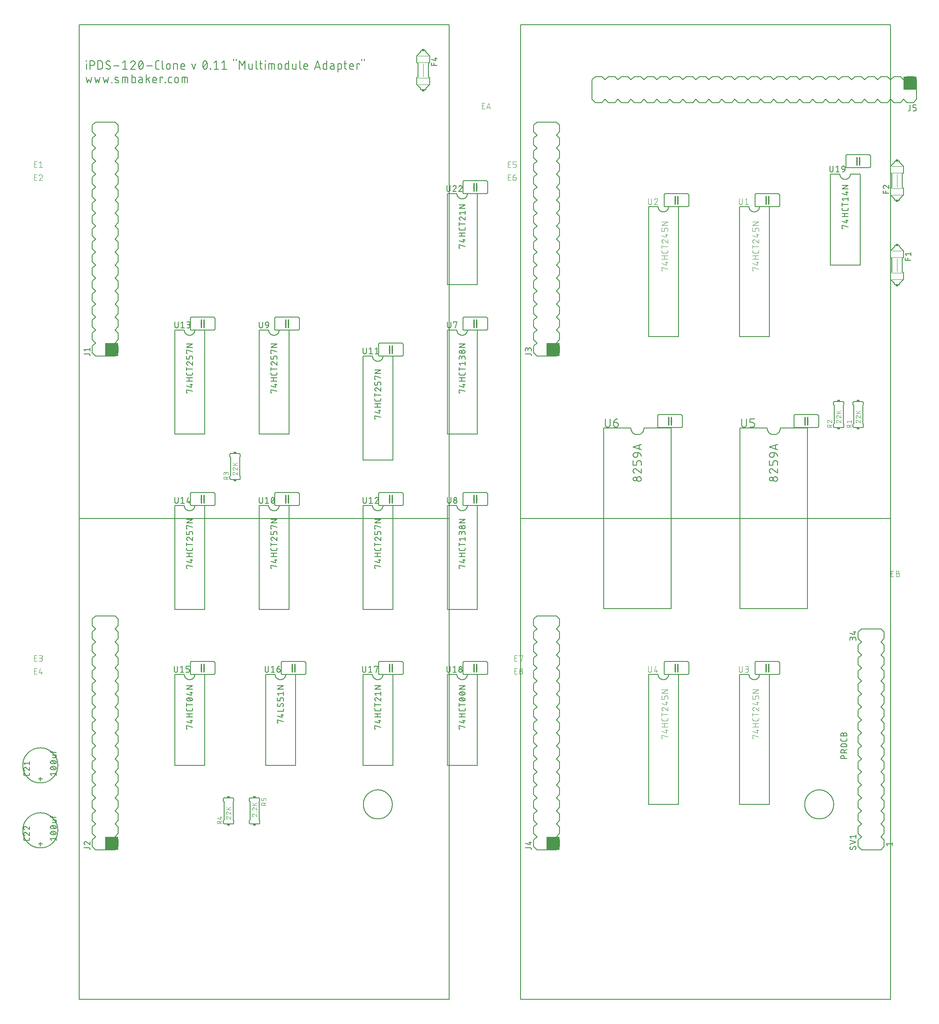
<source format=gto>
G04 EAGLE Gerber RS-274X export*
G75*
%MOMM*%
%FSLAX34Y34*%
%LPD*%
%INSilkscreen Top*%
%IPPOS*%
%AMOC8*
5,1,8,0,0,1.08239X$1,22.5*%
G01*
%ADD10C,0.101600*%
%ADD11C,0.152400*%
%ADD12C,0.127000*%
%ADD13R,2.540000X2.540000*%
%ADD14R,0.508000X0.381000*%
%ADD15C,0.177800*%
%ADD16C,0.254000*%
%ADD17C,0.050800*%
%ADD18R,0.609600X0.355600*%


D10*
X69201Y1676908D02*
X64008Y1676908D01*
X64008Y1688592D01*
X69201Y1688592D01*
X67903Y1683399D02*
X64008Y1683399D01*
X73510Y1685996D02*
X76756Y1688592D01*
X76756Y1676908D01*
X73510Y1676908D02*
X80002Y1676908D01*
X69201Y1651508D02*
X64008Y1651508D01*
X64008Y1663192D01*
X69201Y1663192D01*
X67903Y1657999D02*
X64008Y1657999D01*
X77081Y1663192D02*
X77188Y1663190D01*
X77294Y1663184D01*
X77400Y1663174D01*
X77506Y1663161D01*
X77612Y1663143D01*
X77716Y1663122D01*
X77820Y1663097D01*
X77923Y1663068D01*
X78024Y1663036D01*
X78124Y1662999D01*
X78223Y1662959D01*
X78321Y1662916D01*
X78417Y1662869D01*
X78511Y1662818D01*
X78603Y1662764D01*
X78693Y1662707D01*
X78781Y1662647D01*
X78866Y1662583D01*
X78949Y1662516D01*
X79030Y1662446D01*
X79108Y1662374D01*
X79184Y1662298D01*
X79256Y1662220D01*
X79326Y1662139D01*
X79393Y1662056D01*
X79457Y1661971D01*
X79517Y1661883D01*
X79574Y1661793D01*
X79628Y1661701D01*
X79679Y1661607D01*
X79726Y1661511D01*
X79769Y1661413D01*
X79809Y1661314D01*
X79846Y1661214D01*
X79878Y1661113D01*
X79907Y1661010D01*
X79932Y1660906D01*
X79953Y1660802D01*
X79971Y1660696D01*
X79984Y1660590D01*
X79994Y1660484D01*
X80000Y1660378D01*
X80002Y1660271D01*
X77081Y1663192D02*
X76960Y1663190D01*
X76839Y1663184D01*
X76719Y1663174D01*
X76598Y1663161D01*
X76479Y1663143D01*
X76359Y1663122D01*
X76241Y1663097D01*
X76124Y1663068D01*
X76007Y1663035D01*
X75892Y1662999D01*
X75778Y1662958D01*
X75665Y1662915D01*
X75553Y1662867D01*
X75444Y1662816D01*
X75336Y1662761D01*
X75229Y1662703D01*
X75125Y1662642D01*
X75023Y1662577D01*
X74923Y1662509D01*
X74825Y1662438D01*
X74729Y1662364D01*
X74636Y1662287D01*
X74546Y1662206D01*
X74458Y1662123D01*
X74373Y1662037D01*
X74290Y1661948D01*
X74211Y1661857D01*
X74134Y1661763D01*
X74061Y1661667D01*
X73991Y1661569D01*
X73924Y1661468D01*
X73860Y1661365D01*
X73800Y1661260D01*
X73743Y1661153D01*
X73689Y1661045D01*
X73639Y1660935D01*
X73593Y1660823D01*
X73550Y1660710D01*
X73511Y1660595D01*
X79028Y1657999D02*
X79107Y1658076D01*
X79183Y1658157D01*
X79256Y1658240D01*
X79326Y1658325D01*
X79393Y1658413D01*
X79457Y1658503D01*
X79517Y1658595D01*
X79574Y1658690D01*
X79628Y1658786D01*
X79679Y1658884D01*
X79726Y1658984D01*
X79770Y1659086D01*
X79810Y1659189D01*
X79846Y1659293D01*
X79878Y1659399D01*
X79907Y1659505D01*
X79932Y1659613D01*
X79954Y1659721D01*
X79971Y1659831D01*
X79985Y1659940D01*
X79994Y1660050D01*
X80000Y1660161D01*
X80002Y1660271D01*
X79028Y1657999D02*
X73510Y1651508D01*
X80002Y1651508D01*
X69201Y711708D02*
X64008Y711708D01*
X64008Y723392D01*
X69201Y723392D01*
X67903Y718199D02*
X64008Y718199D01*
X73510Y711708D02*
X76756Y711708D01*
X76869Y711710D01*
X76982Y711716D01*
X77095Y711726D01*
X77208Y711740D01*
X77320Y711757D01*
X77431Y711779D01*
X77541Y711804D01*
X77651Y711834D01*
X77759Y711867D01*
X77866Y711904D01*
X77972Y711944D01*
X78076Y711989D01*
X78179Y712037D01*
X78280Y712088D01*
X78379Y712143D01*
X78476Y712201D01*
X78571Y712263D01*
X78664Y712328D01*
X78754Y712396D01*
X78842Y712467D01*
X78928Y712542D01*
X79011Y712619D01*
X79091Y712699D01*
X79168Y712782D01*
X79243Y712868D01*
X79314Y712956D01*
X79382Y713046D01*
X79447Y713139D01*
X79509Y713234D01*
X79567Y713331D01*
X79622Y713430D01*
X79673Y713531D01*
X79721Y713634D01*
X79766Y713738D01*
X79806Y713844D01*
X79843Y713951D01*
X79876Y714059D01*
X79906Y714169D01*
X79931Y714279D01*
X79953Y714390D01*
X79970Y714502D01*
X79984Y714615D01*
X79994Y714728D01*
X80000Y714841D01*
X80002Y714954D01*
X80000Y715067D01*
X79994Y715180D01*
X79984Y715293D01*
X79970Y715406D01*
X79953Y715518D01*
X79931Y715629D01*
X79906Y715739D01*
X79876Y715849D01*
X79843Y715957D01*
X79806Y716064D01*
X79766Y716170D01*
X79721Y716274D01*
X79673Y716377D01*
X79622Y716478D01*
X79567Y716577D01*
X79509Y716674D01*
X79447Y716769D01*
X79382Y716862D01*
X79314Y716952D01*
X79243Y717040D01*
X79168Y717126D01*
X79091Y717209D01*
X79011Y717289D01*
X78928Y717366D01*
X78842Y717441D01*
X78754Y717512D01*
X78664Y717580D01*
X78571Y717645D01*
X78476Y717707D01*
X78379Y717765D01*
X78280Y717820D01*
X78179Y717871D01*
X78076Y717919D01*
X77972Y717964D01*
X77866Y718004D01*
X77759Y718041D01*
X77651Y718074D01*
X77541Y718104D01*
X77431Y718129D01*
X77320Y718151D01*
X77208Y718168D01*
X77095Y718182D01*
X76982Y718192D01*
X76869Y718198D01*
X76756Y718200D01*
X77405Y723392D02*
X73510Y723392D01*
X77405Y723392D02*
X77506Y723390D01*
X77606Y723384D01*
X77706Y723374D01*
X77806Y723361D01*
X77905Y723343D01*
X78004Y723322D01*
X78101Y723297D01*
X78198Y723268D01*
X78293Y723235D01*
X78387Y723199D01*
X78479Y723159D01*
X78570Y723116D01*
X78659Y723069D01*
X78746Y723019D01*
X78832Y722965D01*
X78915Y722908D01*
X78995Y722848D01*
X79074Y722785D01*
X79150Y722718D01*
X79223Y722649D01*
X79293Y722577D01*
X79361Y722503D01*
X79426Y722426D01*
X79487Y722346D01*
X79546Y722264D01*
X79601Y722180D01*
X79653Y722094D01*
X79702Y722006D01*
X79747Y721916D01*
X79789Y721824D01*
X79827Y721731D01*
X79861Y721636D01*
X79892Y721541D01*
X79919Y721444D01*
X79942Y721346D01*
X79962Y721247D01*
X79977Y721147D01*
X79989Y721047D01*
X79997Y720947D01*
X80001Y720846D01*
X80001Y720746D01*
X79997Y720645D01*
X79989Y720545D01*
X79977Y720445D01*
X79962Y720345D01*
X79942Y720246D01*
X79919Y720148D01*
X79892Y720051D01*
X79861Y719956D01*
X79827Y719861D01*
X79789Y719768D01*
X79747Y719676D01*
X79702Y719586D01*
X79653Y719498D01*
X79601Y719412D01*
X79546Y719328D01*
X79487Y719246D01*
X79426Y719166D01*
X79361Y719089D01*
X79293Y719015D01*
X79223Y718943D01*
X79150Y718874D01*
X79074Y718807D01*
X78995Y718744D01*
X78915Y718684D01*
X78832Y718627D01*
X78746Y718573D01*
X78659Y718523D01*
X78570Y718476D01*
X78479Y718433D01*
X78387Y718393D01*
X78293Y718357D01*
X78198Y718324D01*
X78101Y718295D01*
X78004Y718270D01*
X77905Y718249D01*
X77806Y718231D01*
X77706Y718218D01*
X77606Y718208D01*
X77506Y718202D01*
X77405Y718200D01*
X77405Y718199D02*
X74809Y718199D01*
X69201Y686308D02*
X64008Y686308D01*
X64008Y697992D01*
X69201Y697992D01*
X67903Y692799D02*
X64008Y692799D01*
X73510Y688904D02*
X76107Y697992D01*
X73510Y688904D02*
X80002Y688904D01*
X78054Y686308D02*
X78054Y691501D01*
X991108Y1676908D02*
X996301Y1676908D01*
X991108Y1676908D02*
X991108Y1688592D01*
X996301Y1688592D01*
X995003Y1683399D02*
X991108Y1683399D01*
X1000610Y1676908D02*
X1004505Y1676908D01*
X1004604Y1676910D01*
X1004704Y1676916D01*
X1004803Y1676925D01*
X1004901Y1676938D01*
X1004999Y1676955D01*
X1005097Y1676976D01*
X1005193Y1677001D01*
X1005288Y1677029D01*
X1005382Y1677061D01*
X1005475Y1677096D01*
X1005567Y1677135D01*
X1005657Y1677178D01*
X1005745Y1677223D01*
X1005832Y1677273D01*
X1005916Y1677325D01*
X1005999Y1677381D01*
X1006079Y1677439D01*
X1006157Y1677501D01*
X1006232Y1677566D01*
X1006305Y1677634D01*
X1006375Y1677704D01*
X1006443Y1677777D01*
X1006508Y1677852D01*
X1006570Y1677930D01*
X1006628Y1678010D01*
X1006684Y1678093D01*
X1006736Y1678177D01*
X1006786Y1678264D01*
X1006831Y1678352D01*
X1006874Y1678442D01*
X1006913Y1678534D01*
X1006948Y1678627D01*
X1006980Y1678721D01*
X1007008Y1678816D01*
X1007033Y1678912D01*
X1007054Y1679010D01*
X1007071Y1679108D01*
X1007084Y1679206D01*
X1007093Y1679305D01*
X1007099Y1679405D01*
X1007101Y1679504D01*
X1007102Y1679504D02*
X1007102Y1680803D01*
X1007101Y1680803D02*
X1007099Y1680902D01*
X1007093Y1681002D01*
X1007084Y1681101D01*
X1007071Y1681199D01*
X1007054Y1681297D01*
X1007033Y1681395D01*
X1007008Y1681491D01*
X1006980Y1681586D01*
X1006948Y1681680D01*
X1006913Y1681773D01*
X1006874Y1681865D01*
X1006831Y1681955D01*
X1006786Y1682043D01*
X1006736Y1682130D01*
X1006684Y1682214D01*
X1006628Y1682297D01*
X1006570Y1682377D01*
X1006508Y1682455D01*
X1006443Y1682530D01*
X1006375Y1682603D01*
X1006305Y1682673D01*
X1006232Y1682741D01*
X1006157Y1682806D01*
X1006079Y1682868D01*
X1005999Y1682926D01*
X1005916Y1682982D01*
X1005832Y1683034D01*
X1005745Y1683084D01*
X1005657Y1683129D01*
X1005567Y1683172D01*
X1005475Y1683211D01*
X1005382Y1683246D01*
X1005288Y1683278D01*
X1005193Y1683306D01*
X1005097Y1683331D01*
X1004999Y1683352D01*
X1004901Y1683369D01*
X1004803Y1683382D01*
X1004704Y1683391D01*
X1004604Y1683397D01*
X1004505Y1683399D01*
X1000610Y1683399D01*
X1000610Y1688592D01*
X1007102Y1688592D01*
X996301Y1651508D02*
X991108Y1651508D01*
X991108Y1663192D01*
X996301Y1663192D01*
X995003Y1657999D02*
X991108Y1657999D01*
X1000610Y1657999D02*
X1004505Y1657999D01*
X1004604Y1657997D01*
X1004704Y1657991D01*
X1004803Y1657982D01*
X1004901Y1657969D01*
X1004999Y1657952D01*
X1005097Y1657931D01*
X1005193Y1657906D01*
X1005288Y1657878D01*
X1005382Y1657846D01*
X1005475Y1657811D01*
X1005567Y1657772D01*
X1005657Y1657729D01*
X1005745Y1657684D01*
X1005832Y1657634D01*
X1005916Y1657582D01*
X1005999Y1657526D01*
X1006079Y1657468D01*
X1006157Y1657406D01*
X1006232Y1657341D01*
X1006305Y1657273D01*
X1006375Y1657203D01*
X1006443Y1657130D01*
X1006508Y1657055D01*
X1006570Y1656977D01*
X1006628Y1656897D01*
X1006684Y1656814D01*
X1006736Y1656730D01*
X1006786Y1656643D01*
X1006831Y1656555D01*
X1006874Y1656465D01*
X1006913Y1656373D01*
X1006948Y1656280D01*
X1006980Y1656186D01*
X1007008Y1656091D01*
X1007033Y1655995D01*
X1007054Y1655897D01*
X1007071Y1655799D01*
X1007084Y1655701D01*
X1007093Y1655602D01*
X1007099Y1655502D01*
X1007101Y1655403D01*
X1007102Y1655403D02*
X1007102Y1654754D01*
X1007100Y1654641D01*
X1007094Y1654528D01*
X1007084Y1654415D01*
X1007070Y1654302D01*
X1007053Y1654190D01*
X1007031Y1654079D01*
X1007006Y1653969D01*
X1006976Y1653859D01*
X1006943Y1653751D01*
X1006906Y1653644D01*
X1006866Y1653538D01*
X1006821Y1653434D01*
X1006773Y1653331D01*
X1006722Y1653230D01*
X1006667Y1653131D01*
X1006609Y1653034D01*
X1006547Y1652939D01*
X1006482Y1652846D01*
X1006414Y1652756D01*
X1006343Y1652668D01*
X1006268Y1652582D01*
X1006191Y1652499D01*
X1006111Y1652419D01*
X1006028Y1652342D01*
X1005942Y1652267D01*
X1005854Y1652196D01*
X1005764Y1652128D01*
X1005671Y1652063D01*
X1005576Y1652001D01*
X1005479Y1651943D01*
X1005380Y1651888D01*
X1005279Y1651837D01*
X1005176Y1651789D01*
X1005072Y1651744D01*
X1004966Y1651704D01*
X1004859Y1651667D01*
X1004751Y1651634D01*
X1004641Y1651604D01*
X1004531Y1651579D01*
X1004420Y1651557D01*
X1004308Y1651540D01*
X1004195Y1651526D01*
X1004082Y1651516D01*
X1003969Y1651510D01*
X1003856Y1651508D01*
X1003743Y1651510D01*
X1003630Y1651516D01*
X1003517Y1651526D01*
X1003404Y1651540D01*
X1003292Y1651557D01*
X1003181Y1651579D01*
X1003071Y1651604D01*
X1002961Y1651634D01*
X1002853Y1651667D01*
X1002746Y1651704D01*
X1002640Y1651744D01*
X1002536Y1651789D01*
X1002433Y1651837D01*
X1002332Y1651888D01*
X1002233Y1651943D01*
X1002136Y1652001D01*
X1002041Y1652063D01*
X1001948Y1652128D01*
X1001858Y1652196D01*
X1001770Y1652267D01*
X1001684Y1652342D01*
X1001601Y1652419D01*
X1001521Y1652499D01*
X1001444Y1652582D01*
X1001369Y1652668D01*
X1001298Y1652756D01*
X1001230Y1652846D01*
X1001165Y1652939D01*
X1001103Y1653034D01*
X1001045Y1653131D01*
X1000990Y1653230D01*
X1000939Y1653331D01*
X1000891Y1653434D01*
X1000846Y1653538D01*
X1000806Y1653644D01*
X1000769Y1653751D01*
X1000736Y1653859D01*
X1000706Y1653969D01*
X1000681Y1654079D01*
X1000659Y1654190D01*
X1000642Y1654302D01*
X1000628Y1654415D01*
X1000618Y1654528D01*
X1000612Y1654641D01*
X1000610Y1654754D01*
X1000610Y1657999D01*
X1000612Y1658142D01*
X1000618Y1658285D01*
X1000628Y1658428D01*
X1000642Y1658570D01*
X1000659Y1658712D01*
X1000681Y1658854D01*
X1000706Y1658995D01*
X1000736Y1659135D01*
X1000769Y1659274D01*
X1000806Y1659412D01*
X1000847Y1659549D01*
X1000891Y1659685D01*
X1000940Y1659820D01*
X1000992Y1659953D01*
X1001047Y1660085D01*
X1001107Y1660215D01*
X1001170Y1660344D01*
X1001236Y1660471D01*
X1001306Y1660595D01*
X1001379Y1660718D01*
X1001456Y1660839D01*
X1001536Y1660958D01*
X1001619Y1661074D01*
X1001705Y1661189D01*
X1001794Y1661300D01*
X1001887Y1661410D01*
X1001982Y1661516D01*
X1002081Y1661620D01*
X1002182Y1661721D01*
X1002286Y1661820D01*
X1002392Y1661915D01*
X1002502Y1662008D01*
X1002613Y1662097D01*
X1002728Y1662183D01*
X1002844Y1662266D01*
X1002963Y1662346D01*
X1003084Y1662423D01*
X1003206Y1662496D01*
X1003331Y1662566D01*
X1003458Y1662632D01*
X1003587Y1662695D01*
X1003717Y1662755D01*
X1003849Y1662810D01*
X1003982Y1662862D01*
X1004117Y1662911D01*
X1004253Y1662955D01*
X1004390Y1662996D01*
X1004528Y1663033D01*
X1004667Y1663066D01*
X1004807Y1663096D01*
X1004948Y1663121D01*
X1005090Y1663143D01*
X1005232Y1663160D01*
X1005374Y1663174D01*
X1005517Y1663184D01*
X1005660Y1663190D01*
X1005803Y1663192D01*
X1003808Y711708D02*
X1009001Y711708D01*
X1003808Y711708D02*
X1003808Y723392D01*
X1009001Y723392D01*
X1007703Y718199D02*
X1003808Y718199D01*
X1013310Y722094D02*
X1013310Y723392D01*
X1019802Y723392D01*
X1016556Y711708D01*
X1009001Y686308D02*
X1003808Y686308D01*
X1003808Y697992D01*
X1009001Y697992D01*
X1007703Y692799D02*
X1003808Y692799D01*
X1013310Y689554D02*
X1013312Y689667D01*
X1013318Y689780D01*
X1013328Y689893D01*
X1013342Y690006D01*
X1013359Y690118D01*
X1013381Y690229D01*
X1013406Y690339D01*
X1013436Y690449D01*
X1013469Y690557D01*
X1013506Y690664D01*
X1013546Y690770D01*
X1013591Y690874D01*
X1013639Y690977D01*
X1013690Y691078D01*
X1013745Y691177D01*
X1013803Y691274D01*
X1013865Y691369D01*
X1013930Y691462D01*
X1013998Y691552D01*
X1014069Y691640D01*
X1014144Y691726D01*
X1014221Y691809D01*
X1014301Y691889D01*
X1014384Y691966D01*
X1014470Y692041D01*
X1014558Y692112D01*
X1014648Y692180D01*
X1014741Y692245D01*
X1014836Y692307D01*
X1014933Y692365D01*
X1015032Y692420D01*
X1015133Y692471D01*
X1015236Y692519D01*
X1015340Y692564D01*
X1015446Y692604D01*
X1015553Y692641D01*
X1015661Y692674D01*
X1015771Y692704D01*
X1015881Y692729D01*
X1015992Y692751D01*
X1016104Y692768D01*
X1016217Y692782D01*
X1016330Y692792D01*
X1016443Y692798D01*
X1016556Y692800D01*
X1016669Y692798D01*
X1016782Y692792D01*
X1016895Y692782D01*
X1017008Y692768D01*
X1017120Y692751D01*
X1017231Y692729D01*
X1017341Y692704D01*
X1017451Y692674D01*
X1017559Y692641D01*
X1017666Y692604D01*
X1017772Y692564D01*
X1017876Y692519D01*
X1017979Y692471D01*
X1018080Y692420D01*
X1018179Y692365D01*
X1018276Y692307D01*
X1018371Y692245D01*
X1018464Y692180D01*
X1018554Y692112D01*
X1018642Y692041D01*
X1018728Y691966D01*
X1018811Y691889D01*
X1018891Y691809D01*
X1018968Y691726D01*
X1019043Y691640D01*
X1019114Y691552D01*
X1019182Y691462D01*
X1019247Y691369D01*
X1019309Y691274D01*
X1019367Y691177D01*
X1019422Y691078D01*
X1019473Y690977D01*
X1019521Y690874D01*
X1019566Y690770D01*
X1019606Y690664D01*
X1019643Y690557D01*
X1019676Y690449D01*
X1019706Y690339D01*
X1019731Y690229D01*
X1019753Y690118D01*
X1019770Y690006D01*
X1019784Y689893D01*
X1019794Y689780D01*
X1019800Y689667D01*
X1019802Y689554D01*
X1019800Y689441D01*
X1019794Y689328D01*
X1019784Y689215D01*
X1019770Y689102D01*
X1019753Y688990D01*
X1019731Y688879D01*
X1019706Y688769D01*
X1019676Y688659D01*
X1019643Y688551D01*
X1019606Y688444D01*
X1019566Y688338D01*
X1019521Y688234D01*
X1019473Y688131D01*
X1019422Y688030D01*
X1019367Y687931D01*
X1019309Y687834D01*
X1019247Y687739D01*
X1019182Y687646D01*
X1019114Y687556D01*
X1019043Y687468D01*
X1018968Y687382D01*
X1018891Y687299D01*
X1018811Y687219D01*
X1018728Y687142D01*
X1018642Y687067D01*
X1018554Y686996D01*
X1018464Y686928D01*
X1018371Y686863D01*
X1018276Y686801D01*
X1018179Y686743D01*
X1018080Y686688D01*
X1017979Y686637D01*
X1017876Y686589D01*
X1017772Y686544D01*
X1017666Y686504D01*
X1017559Y686467D01*
X1017451Y686434D01*
X1017341Y686404D01*
X1017231Y686379D01*
X1017120Y686357D01*
X1017008Y686340D01*
X1016895Y686326D01*
X1016782Y686316D01*
X1016669Y686310D01*
X1016556Y686308D01*
X1016443Y686310D01*
X1016330Y686316D01*
X1016217Y686326D01*
X1016104Y686340D01*
X1015992Y686357D01*
X1015881Y686379D01*
X1015771Y686404D01*
X1015661Y686434D01*
X1015553Y686467D01*
X1015446Y686504D01*
X1015340Y686544D01*
X1015236Y686589D01*
X1015133Y686637D01*
X1015032Y686688D01*
X1014933Y686743D01*
X1014836Y686801D01*
X1014741Y686863D01*
X1014648Y686928D01*
X1014558Y686996D01*
X1014470Y687067D01*
X1014384Y687142D01*
X1014301Y687219D01*
X1014221Y687299D01*
X1014144Y687382D01*
X1014069Y687468D01*
X1013998Y687556D01*
X1013930Y687646D01*
X1013865Y687739D01*
X1013803Y687834D01*
X1013745Y687931D01*
X1013690Y688030D01*
X1013639Y688131D01*
X1013591Y688234D01*
X1013546Y688338D01*
X1013506Y688444D01*
X1013469Y688551D01*
X1013436Y688659D01*
X1013406Y688769D01*
X1013381Y688879D01*
X1013359Y688990D01*
X1013342Y689102D01*
X1013328Y689215D01*
X1013318Y689328D01*
X1013312Y689441D01*
X1013310Y689554D01*
X1013960Y695396D02*
X1013962Y695497D01*
X1013968Y695597D01*
X1013978Y695697D01*
X1013991Y695797D01*
X1014009Y695896D01*
X1014030Y695995D01*
X1014055Y696092D01*
X1014084Y696189D01*
X1014117Y696284D01*
X1014153Y696378D01*
X1014193Y696470D01*
X1014236Y696561D01*
X1014283Y696650D01*
X1014333Y696737D01*
X1014387Y696823D01*
X1014444Y696906D01*
X1014504Y696986D01*
X1014567Y697065D01*
X1014634Y697141D01*
X1014703Y697214D01*
X1014775Y697284D01*
X1014849Y697352D01*
X1014926Y697417D01*
X1015006Y697478D01*
X1015088Y697537D01*
X1015172Y697592D01*
X1015258Y697644D01*
X1015346Y697693D01*
X1015436Y697738D01*
X1015528Y697780D01*
X1015621Y697818D01*
X1015716Y697852D01*
X1015811Y697883D01*
X1015908Y697910D01*
X1016006Y697933D01*
X1016105Y697953D01*
X1016205Y697968D01*
X1016305Y697980D01*
X1016405Y697988D01*
X1016506Y697992D01*
X1016606Y697992D01*
X1016707Y697988D01*
X1016807Y697980D01*
X1016907Y697968D01*
X1017007Y697953D01*
X1017106Y697933D01*
X1017204Y697910D01*
X1017301Y697883D01*
X1017396Y697852D01*
X1017491Y697818D01*
X1017584Y697780D01*
X1017676Y697738D01*
X1017766Y697693D01*
X1017854Y697644D01*
X1017940Y697592D01*
X1018024Y697537D01*
X1018106Y697478D01*
X1018186Y697417D01*
X1018263Y697352D01*
X1018337Y697284D01*
X1018409Y697214D01*
X1018478Y697141D01*
X1018545Y697065D01*
X1018608Y696986D01*
X1018668Y696906D01*
X1018725Y696823D01*
X1018779Y696737D01*
X1018829Y696650D01*
X1018876Y696561D01*
X1018919Y696470D01*
X1018959Y696378D01*
X1018995Y696284D01*
X1019028Y696189D01*
X1019057Y696092D01*
X1019082Y695995D01*
X1019103Y695896D01*
X1019121Y695797D01*
X1019134Y695697D01*
X1019144Y695597D01*
X1019150Y695497D01*
X1019152Y695396D01*
X1019150Y695295D01*
X1019144Y695195D01*
X1019134Y695095D01*
X1019121Y694995D01*
X1019103Y694896D01*
X1019082Y694797D01*
X1019057Y694700D01*
X1019028Y694603D01*
X1018995Y694508D01*
X1018959Y694414D01*
X1018919Y694322D01*
X1018876Y694231D01*
X1018829Y694142D01*
X1018779Y694055D01*
X1018725Y693969D01*
X1018668Y693886D01*
X1018608Y693806D01*
X1018545Y693727D01*
X1018478Y693651D01*
X1018409Y693578D01*
X1018337Y693508D01*
X1018263Y693440D01*
X1018186Y693375D01*
X1018106Y693314D01*
X1018024Y693255D01*
X1017940Y693200D01*
X1017854Y693148D01*
X1017766Y693099D01*
X1017676Y693054D01*
X1017584Y693012D01*
X1017491Y692974D01*
X1017396Y692940D01*
X1017301Y692909D01*
X1017204Y692882D01*
X1017106Y692859D01*
X1017007Y692839D01*
X1016907Y692824D01*
X1016807Y692812D01*
X1016707Y692804D01*
X1016606Y692800D01*
X1016506Y692800D01*
X1016405Y692804D01*
X1016305Y692812D01*
X1016205Y692824D01*
X1016105Y692839D01*
X1016006Y692859D01*
X1015908Y692882D01*
X1015811Y692909D01*
X1015716Y692940D01*
X1015621Y692974D01*
X1015528Y693012D01*
X1015436Y693054D01*
X1015346Y693099D01*
X1015258Y693148D01*
X1015172Y693200D01*
X1015088Y693255D01*
X1015006Y693314D01*
X1014926Y693375D01*
X1014849Y693440D01*
X1014775Y693508D01*
X1014703Y693578D01*
X1014634Y693651D01*
X1014567Y693727D01*
X1014504Y693806D01*
X1014444Y693886D01*
X1014387Y693969D01*
X1014333Y694055D01*
X1014283Y694142D01*
X1014236Y694231D01*
X1014193Y694322D01*
X1014153Y694414D01*
X1014117Y694508D01*
X1014084Y694603D01*
X1014055Y694700D01*
X1014030Y694797D01*
X1014009Y694896D01*
X1013991Y694995D01*
X1013978Y695095D01*
X1013968Y695195D01*
X1013962Y695295D01*
X1013960Y695396D01*
X945501Y1791208D02*
X940308Y1791208D01*
X940308Y1802892D01*
X945501Y1802892D01*
X944203Y1797699D02*
X940308Y1797699D01*
X949161Y1791208D02*
X953056Y1802892D01*
X956951Y1791208D01*
X955977Y1794129D02*
X950135Y1794129D01*
X1740408Y876808D02*
X1745601Y876808D01*
X1740408Y876808D02*
X1740408Y888492D01*
X1745601Y888492D01*
X1744303Y883299D02*
X1740408Y883299D01*
X1750461Y883299D02*
X1753706Y883299D01*
X1753706Y883300D02*
X1753819Y883298D01*
X1753932Y883292D01*
X1754045Y883282D01*
X1754158Y883268D01*
X1754270Y883251D01*
X1754381Y883229D01*
X1754491Y883204D01*
X1754601Y883174D01*
X1754709Y883141D01*
X1754816Y883104D01*
X1754922Y883064D01*
X1755026Y883019D01*
X1755129Y882971D01*
X1755230Y882920D01*
X1755329Y882865D01*
X1755426Y882807D01*
X1755521Y882745D01*
X1755614Y882680D01*
X1755704Y882612D01*
X1755792Y882541D01*
X1755878Y882466D01*
X1755961Y882389D01*
X1756041Y882309D01*
X1756118Y882226D01*
X1756193Y882140D01*
X1756264Y882052D01*
X1756332Y881962D01*
X1756397Y881869D01*
X1756459Y881774D01*
X1756517Y881677D01*
X1756572Y881578D01*
X1756623Y881477D01*
X1756671Y881374D01*
X1756716Y881270D01*
X1756756Y881164D01*
X1756793Y881057D01*
X1756826Y880949D01*
X1756856Y880839D01*
X1756881Y880729D01*
X1756903Y880618D01*
X1756920Y880506D01*
X1756934Y880393D01*
X1756944Y880280D01*
X1756950Y880167D01*
X1756952Y880054D01*
X1756950Y879941D01*
X1756944Y879828D01*
X1756934Y879715D01*
X1756920Y879602D01*
X1756903Y879490D01*
X1756881Y879379D01*
X1756856Y879269D01*
X1756826Y879159D01*
X1756793Y879051D01*
X1756756Y878944D01*
X1756716Y878838D01*
X1756671Y878734D01*
X1756623Y878631D01*
X1756572Y878530D01*
X1756517Y878431D01*
X1756459Y878334D01*
X1756397Y878239D01*
X1756332Y878146D01*
X1756264Y878056D01*
X1756193Y877968D01*
X1756118Y877882D01*
X1756041Y877799D01*
X1755961Y877719D01*
X1755878Y877642D01*
X1755792Y877567D01*
X1755704Y877496D01*
X1755614Y877428D01*
X1755521Y877363D01*
X1755426Y877301D01*
X1755329Y877243D01*
X1755230Y877188D01*
X1755129Y877137D01*
X1755026Y877089D01*
X1754922Y877044D01*
X1754816Y877004D01*
X1754709Y876967D01*
X1754601Y876934D01*
X1754491Y876904D01*
X1754381Y876879D01*
X1754270Y876857D01*
X1754158Y876840D01*
X1754045Y876826D01*
X1753932Y876816D01*
X1753819Y876810D01*
X1753706Y876808D01*
X1750461Y876808D01*
X1750461Y888492D01*
X1753706Y888492D01*
X1753807Y888490D01*
X1753907Y888484D01*
X1754007Y888474D01*
X1754107Y888461D01*
X1754206Y888443D01*
X1754305Y888422D01*
X1754402Y888397D01*
X1754499Y888368D01*
X1754594Y888335D01*
X1754688Y888299D01*
X1754780Y888259D01*
X1754871Y888216D01*
X1754960Y888169D01*
X1755047Y888119D01*
X1755133Y888065D01*
X1755216Y888008D01*
X1755296Y887948D01*
X1755375Y887885D01*
X1755451Y887818D01*
X1755524Y887749D01*
X1755594Y887677D01*
X1755662Y887603D01*
X1755727Y887526D01*
X1755788Y887446D01*
X1755847Y887364D01*
X1755902Y887280D01*
X1755954Y887194D01*
X1756003Y887106D01*
X1756048Y887016D01*
X1756090Y886924D01*
X1756128Y886831D01*
X1756162Y886736D01*
X1756193Y886641D01*
X1756220Y886544D01*
X1756243Y886446D01*
X1756263Y886347D01*
X1756278Y886247D01*
X1756290Y886147D01*
X1756298Y886047D01*
X1756302Y885946D01*
X1756302Y885846D01*
X1756298Y885745D01*
X1756290Y885645D01*
X1756278Y885545D01*
X1756263Y885445D01*
X1756243Y885346D01*
X1756220Y885248D01*
X1756193Y885151D01*
X1756162Y885056D01*
X1756128Y884961D01*
X1756090Y884868D01*
X1756048Y884776D01*
X1756003Y884686D01*
X1755954Y884598D01*
X1755902Y884512D01*
X1755847Y884428D01*
X1755788Y884346D01*
X1755727Y884266D01*
X1755662Y884189D01*
X1755594Y884115D01*
X1755524Y884043D01*
X1755451Y883974D01*
X1755375Y883907D01*
X1755296Y883844D01*
X1755216Y883784D01*
X1755133Y883727D01*
X1755047Y883673D01*
X1754960Y883623D01*
X1754871Y883576D01*
X1754780Y883533D01*
X1754688Y883493D01*
X1754594Y883457D01*
X1754499Y883424D01*
X1754402Y883395D01*
X1754305Y883370D01*
X1754206Y883349D01*
X1754107Y883331D01*
X1754007Y883318D01*
X1753907Y883308D01*
X1753807Y883302D01*
X1753706Y883300D01*
D11*
X166314Y1868932D02*
X166314Y1879769D01*
X165862Y1884285D02*
X165862Y1885188D01*
X166765Y1885188D01*
X166765Y1884285D01*
X165862Y1884285D01*
X173472Y1885188D02*
X173472Y1868932D01*
X173472Y1885188D02*
X177987Y1885188D01*
X178120Y1885186D01*
X178252Y1885180D01*
X178384Y1885170D01*
X178516Y1885157D01*
X178648Y1885139D01*
X178778Y1885118D01*
X178909Y1885093D01*
X179038Y1885064D01*
X179166Y1885031D01*
X179294Y1884995D01*
X179420Y1884955D01*
X179545Y1884911D01*
X179669Y1884863D01*
X179791Y1884812D01*
X179912Y1884757D01*
X180031Y1884699D01*
X180149Y1884637D01*
X180264Y1884572D01*
X180378Y1884503D01*
X180489Y1884432D01*
X180598Y1884356D01*
X180705Y1884278D01*
X180810Y1884197D01*
X180912Y1884112D01*
X181012Y1884025D01*
X181109Y1883935D01*
X181204Y1883842D01*
X181295Y1883746D01*
X181384Y1883648D01*
X181470Y1883547D01*
X181553Y1883443D01*
X181633Y1883337D01*
X181709Y1883229D01*
X181783Y1883119D01*
X181853Y1883006D01*
X181920Y1882892D01*
X181983Y1882775D01*
X182043Y1882657D01*
X182100Y1882537D01*
X182153Y1882415D01*
X182202Y1882292D01*
X182248Y1882168D01*
X182290Y1882042D01*
X182328Y1881915D01*
X182363Y1881787D01*
X182394Y1881658D01*
X182421Y1881529D01*
X182444Y1881398D01*
X182464Y1881267D01*
X182479Y1881135D01*
X182491Y1881003D01*
X182499Y1880871D01*
X182503Y1880738D01*
X182503Y1880606D01*
X182499Y1880473D01*
X182491Y1880341D01*
X182479Y1880209D01*
X182464Y1880077D01*
X182444Y1879946D01*
X182421Y1879815D01*
X182394Y1879686D01*
X182363Y1879557D01*
X182328Y1879429D01*
X182290Y1879302D01*
X182248Y1879176D01*
X182202Y1879052D01*
X182153Y1878929D01*
X182100Y1878807D01*
X182043Y1878687D01*
X181983Y1878569D01*
X181920Y1878452D01*
X181853Y1878338D01*
X181783Y1878225D01*
X181709Y1878115D01*
X181633Y1878007D01*
X181553Y1877901D01*
X181470Y1877797D01*
X181384Y1877696D01*
X181295Y1877598D01*
X181204Y1877502D01*
X181109Y1877409D01*
X181012Y1877319D01*
X180912Y1877232D01*
X180810Y1877147D01*
X180705Y1877066D01*
X180598Y1876988D01*
X180489Y1876912D01*
X180378Y1876841D01*
X180264Y1876772D01*
X180149Y1876707D01*
X180031Y1876645D01*
X179912Y1876587D01*
X179791Y1876532D01*
X179669Y1876481D01*
X179545Y1876433D01*
X179420Y1876389D01*
X179294Y1876349D01*
X179166Y1876313D01*
X179038Y1876280D01*
X178909Y1876251D01*
X178778Y1876226D01*
X178648Y1876205D01*
X178516Y1876187D01*
X178384Y1876174D01*
X178252Y1876164D01*
X178120Y1876158D01*
X177987Y1876156D01*
X177987Y1876157D02*
X173472Y1876157D01*
X188892Y1868932D02*
X188892Y1885188D01*
X193408Y1885188D01*
X193539Y1885186D01*
X193671Y1885180D01*
X193802Y1885171D01*
X193932Y1885157D01*
X194063Y1885140D01*
X194192Y1885119D01*
X194321Y1885095D01*
X194449Y1885066D01*
X194577Y1885034D01*
X194703Y1884998D01*
X194828Y1884959D01*
X194953Y1884916D01*
X195075Y1884869D01*
X195197Y1884819D01*
X195317Y1884765D01*
X195435Y1884708D01*
X195551Y1884647D01*
X195666Y1884583D01*
X195779Y1884516D01*
X195890Y1884445D01*
X195998Y1884371D01*
X196105Y1884294D01*
X196209Y1884214D01*
X196311Y1884131D01*
X196410Y1884046D01*
X196507Y1883957D01*
X196601Y1883865D01*
X196693Y1883771D01*
X196782Y1883674D01*
X196867Y1883575D01*
X196950Y1883473D01*
X197030Y1883369D01*
X197107Y1883262D01*
X197181Y1883154D01*
X197252Y1883043D01*
X197319Y1882930D01*
X197383Y1882815D01*
X197444Y1882699D01*
X197501Y1882581D01*
X197555Y1882461D01*
X197605Y1882339D01*
X197652Y1882217D01*
X197695Y1882092D01*
X197734Y1881967D01*
X197770Y1881841D01*
X197802Y1881713D01*
X197831Y1881585D01*
X197855Y1881456D01*
X197876Y1881327D01*
X197893Y1881196D01*
X197907Y1881066D01*
X197916Y1880935D01*
X197922Y1880803D01*
X197924Y1880672D01*
X197923Y1880672D02*
X197923Y1873448D01*
X197924Y1873448D02*
X197922Y1873317D01*
X197916Y1873185D01*
X197907Y1873054D01*
X197893Y1872924D01*
X197876Y1872793D01*
X197855Y1872664D01*
X197831Y1872535D01*
X197802Y1872407D01*
X197770Y1872279D01*
X197734Y1872153D01*
X197695Y1872028D01*
X197652Y1871903D01*
X197605Y1871781D01*
X197555Y1871659D01*
X197501Y1871539D01*
X197444Y1871421D01*
X197383Y1871305D01*
X197319Y1871190D01*
X197252Y1871077D01*
X197181Y1870966D01*
X197107Y1870858D01*
X197030Y1870751D01*
X196950Y1870647D01*
X196867Y1870545D01*
X196782Y1870446D01*
X196693Y1870349D01*
X196601Y1870255D01*
X196507Y1870163D01*
X196410Y1870074D01*
X196311Y1869989D01*
X196209Y1869906D01*
X196105Y1869826D01*
X195998Y1869749D01*
X195890Y1869675D01*
X195779Y1869604D01*
X195666Y1869537D01*
X195551Y1869473D01*
X195435Y1869412D01*
X195317Y1869355D01*
X195197Y1869301D01*
X195075Y1869251D01*
X194953Y1869204D01*
X194828Y1869161D01*
X194703Y1869122D01*
X194577Y1869086D01*
X194449Y1869054D01*
X194321Y1869025D01*
X194192Y1869001D01*
X194062Y1868980D01*
X193932Y1868963D01*
X193802Y1868949D01*
X193671Y1868940D01*
X193539Y1868934D01*
X193408Y1868932D01*
X188892Y1868932D01*
X209942Y1868932D02*
X210060Y1868934D01*
X210178Y1868940D01*
X210296Y1868949D01*
X210413Y1868963D01*
X210530Y1868980D01*
X210647Y1869001D01*
X210762Y1869026D01*
X210877Y1869055D01*
X210991Y1869088D01*
X211103Y1869124D01*
X211214Y1869164D01*
X211324Y1869207D01*
X211433Y1869254D01*
X211540Y1869304D01*
X211645Y1869359D01*
X211748Y1869416D01*
X211849Y1869477D01*
X211949Y1869541D01*
X212046Y1869608D01*
X212141Y1869678D01*
X212233Y1869752D01*
X212324Y1869828D01*
X212411Y1869908D01*
X212496Y1869990D01*
X212578Y1870075D01*
X212658Y1870162D01*
X212734Y1870253D01*
X212808Y1870345D01*
X212878Y1870440D01*
X212945Y1870537D01*
X213009Y1870637D01*
X213070Y1870738D01*
X213127Y1870841D01*
X213182Y1870946D01*
X213232Y1871053D01*
X213279Y1871162D01*
X213322Y1871272D01*
X213362Y1871383D01*
X213398Y1871495D01*
X213431Y1871609D01*
X213460Y1871724D01*
X213485Y1871839D01*
X213506Y1871956D01*
X213523Y1872073D01*
X213537Y1872190D01*
X213546Y1872308D01*
X213552Y1872426D01*
X213554Y1872544D01*
X209942Y1868932D02*
X209759Y1868934D01*
X209577Y1868941D01*
X209395Y1868952D01*
X209213Y1868967D01*
X209031Y1868987D01*
X208850Y1869010D01*
X208670Y1869039D01*
X208490Y1869071D01*
X208311Y1869108D01*
X208134Y1869149D01*
X207957Y1869195D01*
X207781Y1869244D01*
X207607Y1869298D01*
X207433Y1869356D01*
X207262Y1869418D01*
X207092Y1869484D01*
X206923Y1869555D01*
X206756Y1869629D01*
X206591Y1869707D01*
X206428Y1869789D01*
X206267Y1869875D01*
X206108Y1869965D01*
X205951Y1870059D01*
X205797Y1870156D01*
X205645Y1870257D01*
X205495Y1870362D01*
X205348Y1870470D01*
X205204Y1870581D01*
X205062Y1870696D01*
X204923Y1870815D01*
X204787Y1870937D01*
X204654Y1871062D01*
X204524Y1871190D01*
X204975Y1881576D02*
X204977Y1881694D01*
X204983Y1881812D01*
X204992Y1881930D01*
X205006Y1882047D01*
X205023Y1882164D01*
X205044Y1882281D01*
X205069Y1882396D01*
X205098Y1882511D01*
X205131Y1882625D01*
X205167Y1882737D01*
X205207Y1882848D01*
X205250Y1882958D01*
X205297Y1883067D01*
X205347Y1883174D01*
X205402Y1883279D01*
X205459Y1883382D01*
X205520Y1883483D01*
X205584Y1883583D01*
X205651Y1883680D01*
X205721Y1883775D01*
X205795Y1883867D01*
X205871Y1883958D01*
X205951Y1884045D01*
X206033Y1884130D01*
X206118Y1884212D01*
X206205Y1884292D01*
X206296Y1884368D01*
X206388Y1884442D01*
X206483Y1884512D01*
X206580Y1884579D01*
X206680Y1884643D01*
X206781Y1884704D01*
X206884Y1884762D01*
X206989Y1884816D01*
X207096Y1884866D01*
X207205Y1884913D01*
X207315Y1884957D01*
X207426Y1884996D01*
X207539Y1885032D01*
X207652Y1885065D01*
X207767Y1885094D01*
X207882Y1885119D01*
X207999Y1885140D01*
X208116Y1885157D01*
X208233Y1885171D01*
X208351Y1885180D01*
X208469Y1885186D01*
X208587Y1885188D01*
X208748Y1885186D01*
X208910Y1885180D01*
X209071Y1885171D01*
X209232Y1885157D01*
X209392Y1885140D01*
X209552Y1885119D01*
X209712Y1885094D01*
X209871Y1885065D01*
X210029Y1885033D01*
X210186Y1884997D01*
X210342Y1884957D01*
X210498Y1884913D01*
X210652Y1884865D01*
X210805Y1884814D01*
X210957Y1884760D01*
X211108Y1884701D01*
X211257Y1884640D01*
X211404Y1884574D01*
X211550Y1884505D01*
X211695Y1884433D01*
X211837Y1884357D01*
X211978Y1884278D01*
X212117Y1884196D01*
X212253Y1884110D01*
X212388Y1884021D01*
X212521Y1883929D01*
X212651Y1883833D01*
X206781Y1878415D02*
X206680Y1878477D01*
X206580Y1878542D01*
X206483Y1878611D01*
X206388Y1878683D01*
X206295Y1878757D01*
X206205Y1878835D01*
X206117Y1878916D01*
X206032Y1878999D01*
X205950Y1879085D01*
X205871Y1879174D01*
X205794Y1879265D01*
X205721Y1879359D01*
X205650Y1879455D01*
X205583Y1879553D01*
X205519Y1879653D01*
X205458Y1879756D01*
X205401Y1879860D01*
X205347Y1879966D01*
X205297Y1880074D01*
X205250Y1880183D01*
X205206Y1880294D01*
X205166Y1880406D01*
X205130Y1880520D01*
X205098Y1880634D01*
X205069Y1880750D01*
X205044Y1880866D01*
X205023Y1880983D01*
X205006Y1881101D01*
X204992Y1881219D01*
X204983Y1881338D01*
X204977Y1881457D01*
X204975Y1881576D01*
X211749Y1875705D02*
X211850Y1875643D01*
X211950Y1875578D01*
X212047Y1875509D01*
X212142Y1875437D01*
X212235Y1875363D01*
X212325Y1875285D01*
X212413Y1875204D01*
X212498Y1875121D01*
X212580Y1875035D01*
X212659Y1874946D01*
X212736Y1874855D01*
X212809Y1874761D01*
X212880Y1874665D01*
X212947Y1874567D01*
X213011Y1874467D01*
X213072Y1874364D01*
X213129Y1874260D01*
X213183Y1874154D01*
X213233Y1874046D01*
X213280Y1873937D01*
X213324Y1873826D01*
X213364Y1873714D01*
X213400Y1873600D01*
X213432Y1873486D01*
X213461Y1873370D01*
X213486Y1873254D01*
X213507Y1873137D01*
X213524Y1873019D01*
X213538Y1872901D01*
X213547Y1872782D01*
X213553Y1872663D01*
X213555Y1872544D01*
X211748Y1875705D02*
X206781Y1878415D01*
X219773Y1875254D02*
X230610Y1875254D01*
X237349Y1881576D02*
X241865Y1885188D01*
X241865Y1868932D01*
X246380Y1868932D02*
X237349Y1868932D01*
X257947Y1885188D02*
X258072Y1885186D01*
X258197Y1885180D01*
X258322Y1885171D01*
X258446Y1885157D01*
X258570Y1885140D01*
X258694Y1885119D01*
X258816Y1885094D01*
X258938Y1885065D01*
X259059Y1885033D01*
X259179Y1884997D01*
X259298Y1884957D01*
X259415Y1884914D01*
X259531Y1884867D01*
X259646Y1884816D01*
X259758Y1884762D01*
X259870Y1884704D01*
X259979Y1884644D01*
X260086Y1884579D01*
X260192Y1884512D01*
X260295Y1884441D01*
X260396Y1884367D01*
X260495Y1884290D01*
X260591Y1884210D01*
X260685Y1884127D01*
X260776Y1884042D01*
X260865Y1883953D01*
X260950Y1883862D01*
X261033Y1883768D01*
X261113Y1883672D01*
X261190Y1883573D01*
X261264Y1883472D01*
X261335Y1883369D01*
X261402Y1883263D01*
X261467Y1883156D01*
X261527Y1883047D01*
X261585Y1882935D01*
X261639Y1882823D01*
X261690Y1882708D01*
X261737Y1882592D01*
X261780Y1882475D01*
X261820Y1882356D01*
X261856Y1882236D01*
X261888Y1882115D01*
X261917Y1881993D01*
X261942Y1881871D01*
X261963Y1881747D01*
X261980Y1881623D01*
X261994Y1881499D01*
X262003Y1881374D01*
X262009Y1881249D01*
X262011Y1881124D01*
X257947Y1885188D02*
X257804Y1885186D01*
X257662Y1885180D01*
X257519Y1885170D01*
X257377Y1885157D01*
X257236Y1885139D01*
X257094Y1885118D01*
X256954Y1885093D01*
X256814Y1885064D01*
X256675Y1885031D01*
X256537Y1884994D01*
X256400Y1884954D01*
X256265Y1884910D01*
X256130Y1884862D01*
X255997Y1884810D01*
X255865Y1884755D01*
X255735Y1884696D01*
X255607Y1884634D01*
X255480Y1884568D01*
X255355Y1884499D01*
X255232Y1884427D01*
X255112Y1884351D01*
X254993Y1884272D01*
X254876Y1884189D01*
X254762Y1884104D01*
X254650Y1884015D01*
X254541Y1883924D01*
X254434Y1883829D01*
X254329Y1883732D01*
X254228Y1883631D01*
X254129Y1883528D01*
X254033Y1883423D01*
X253940Y1883314D01*
X253850Y1883203D01*
X253763Y1883090D01*
X253679Y1882975D01*
X253599Y1882857D01*
X253521Y1882737D01*
X253447Y1882615D01*
X253377Y1882491D01*
X253309Y1882365D01*
X253246Y1882237D01*
X253185Y1882108D01*
X253128Y1881977D01*
X253075Y1881845D01*
X253026Y1881711D01*
X252980Y1881576D01*
X260656Y1877963D02*
X260750Y1878055D01*
X260840Y1878149D01*
X260928Y1878246D01*
X261013Y1878346D01*
X261095Y1878448D01*
X261174Y1878553D01*
X261249Y1878660D01*
X261321Y1878769D01*
X261390Y1878880D01*
X261456Y1878994D01*
X261518Y1879109D01*
X261577Y1879226D01*
X261632Y1879345D01*
X261683Y1879465D01*
X261731Y1879587D01*
X261776Y1879710D01*
X261816Y1879834D01*
X261853Y1879960D01*
X261886Y1880087D01*
X261915Y1880214D01*
X261941Y1880343D01*
X261962Y1880472D01*
X261980Y1880602D01*
X261993Y1880732D01*
X262003Y1880862D01*
X262009Y1880993D01*
X262011Y1881124D01*
X260657Y1877963D02*
X252980Y1868932D01*
X262011Y1868932D01*
X268612Y1877060D02*
X268616Y1877380D01*
X268627Y1877699D01*
X268646Y1878019D01*
X268673Y1878337D01*
X268707Y1878655D01*
X268749Y1878972D01*
X268799Y1879288D01*
X268856Y1879603D01*
X268920Y1879916D01*
X268992Y1880228D01*
X269071Y1880538D01*
X269158Y1880845D01*
X269252Y1881151D01*
X269353Y1881454D01*
X269462Y1881755D01*
X269577Y1882053D01*
X269700Y1882349D01*
X269830Y1882641D01*
X269967Y1882930D01*
X269966Y1882931D02*
X270005Y1883039D01*
X270048Y1883146D01*
X270094Y1883251D01*
X270145Y1883355D01*
X270198Y1883457D01*
X270255Y1883557D01*
X270316Y1883655D01*
X270380Y1883750D01*
X270447Y1883844D01*
X270518Y1883935D01*
X270591Y1884024D01*
X270668Y1884110D01*
X270747Y1884193D01*
X270829Y1884274D01*
X270914Y1884352D01*
X271002Y1884426D01*
X271092Y1884498D01*
X271184Y1884566D01*
X271279Y1884632D01*
X271376Y1884694D01*
X271475Y1884752D01*
X271577Y1884808D01*
X271679Y1884859D01*
X271784Y1884907D01*
X271890Y1884952D01*
X271998Y1884993D01*
X272107Y1885030D01*
X272217Y1885063D01*
X272329Y1885092D01*
X272441Y1885118D01*
X272554Y1885140D01*
X272668Y1885157D01*
X272782Y1885171D01*
X272897Y1885181D01*
X273012Y1885187D01*
X273127Y1885189D01*
X273127Y1885188D02*
X273242Y1885186D01*
X273357Y1885180D01*
X273472Y1885170D01*
X273586Y1885156D01*
X273700Y1885139D01*
X273813Y1885117D01*
X273925Y1885091D01*
X274037Y1885062D01*
X274147Y1885029D01*
X274256Y1884992D01*
X274364Y1884951D01*
X274470Y1884906D01*
X274575Y1884858D01*
X274677Y1884807D01*
X274778Y1884751D01*
X274878Y1884693D01*
X274975Y1884631D01*
X275069Y1884566D01*
X275162Y1884497D01*
X275252Y1884425D01*
X275340Y1884351D01*
X275425Y1884273D01*
X275507Y1884192D01*
X275586Y1884109D01*
X275663Y1884023D01*
X275736Y1883934D01*
X275807Y1883843D01*
X275874Y1883749D01*
X275938Y1883654D01*
X275999Y1883556D01*
X276056Y1883456D01*
X276109Y1883354D01*
X276160Y1883250D01*
X276206Y1883145D01*
X276249Y1883038D01*
X276288Y1882930D01*
X276287Y1882930D02*
X276424Y1882641D01*
X276554Y1882349D01*
X276677Y1882053D01*
X276792Y1881755D01*
X276901Y1881454D01*
X277002Y1881151D01*
X277096Y1880845D01*
X277183Y1880538D01*
X277262Y1880228D01*
X277334Y1879916D01*
X277398Y1879603D01*
X277455Y1879288D01*
X277505Y1878972D01*
X277547Y1878655D01*
X277581Y1878337D01*
X277608Y1878019D01*
X277627Y1877699D01*
X277638Y1877380D01*
X277642Y1877060D01*
X268612Y1877060D02*
X268616Y1876740D01*
X268627Y1876421D01*
X268646Y1876101D01*
X268673Y1875783D01*
X268707Y1875465D01*
X268749Y1875148D01*
X268799Y1874832D01*
X268856Y1874517D01*
X268920Y1874204D01*
X268992Y1873892D01*
X269071Y1873582D01*
X269158Y1873275D01*
X269252Y1872969D01*
X269353Y1872666D01*
X269462Y1872365D01*
X269577Y1872067D01*
X269700Y1871771D01*
X269830Y1871479D01*
X269967Y1871190D01*
X269966Y1871190D02*
X270005Y1871082D01*
X270048Y1870975D01*
X270094Y1870870D01*
X270145Y1870766D01*
X270198Y1870664D01*
X270255Y1870564D01*
X270316Y1870466D01*
X270380Y1870371D01*
X270447Y1870277D01*
X270518Y1870186D01*
X270591Y1870097D01*
X270668Y1870011D01*
X270747Y1869928D01*
X270829Y1869847D01*
X270914Y1869769D01*
X271002Y1869695D01*
X271092Y1869623D01*
X271185Y1869554D01*
X271279Y1869489D01*
X271376Y1869427D01*
X271476Y1869369D01*
X271577Y1869313D01*
X271679Y1869262D01*
X271784Y1869214D01*
X271890Y1869169D01*
X271998Y1869128D01*
X272107Y1869091D01*
X272217Y1869058D01*
X272329Y1869029D01*
X272441Y1869003D01*
X272554Y1868981D01*
X272668Y1868964D01*
X272782Y1868950D01*
X272897Y1868940D01*
X273012Y1868934D01*
X273127Y1868932D01*
X276287Y1871190D02*
X276424Y1871479D01*
X276554Y1871771D01*
X276677Y1872067D01*
X276792Y1872365D01*
X276901Y1872666D01*
X277002Y1872969D01*
X277096Y1873275D01*
X277183Y1873582D01*
X277262Y1873892D01*
X277334Y1874204D01*
X277398Y1874517D01*
X277455Y1874832D01*
X277505Y1875148D01*
X277547Y1875465D01*
X277581Y1875783D01*
X277608Y1876101D01*
X277627Y1876421D01*
X277638Y1876740D01*
X277642Y1877060D01*
X276288Y1871190D02*
X276249Y1871082D01*
X276206Y1870975D01*
X276160Y1870870D01*
X276109Y1870766D01*
X276056Y1870664D01*
X275999Y1870564D01*
X275938Y1870466D01*
X275874Y1870371D01*
X275807Y1870277D01*
X275736Y1870186D01*
X275663Y1870097D01*
X275586Y1870011D01*
X275507Y1869928D01*
X275425Y1869847D01*
X275340Y1869769D01*
X275252Y1869695D01*
X275162Y1869623D01*
X275069Y1869554D01*
X274975Y1869489D01*
X274878Y1869427D01*
X274778Y1869369D01*
X274677Y1869313D01*
X274574Y1869262D01*
X274470Y1869214D01*
X274364Y1869169D01*
X274256Y1869128D01*
X274147Y1869091D01*
X274037Y1869058D01*
X273925Y1869029D01*
X273813Y1869003D01*
X273700Y1868981D01*
X273586Y1868964D01*
X273472Y1868950D01*
X273357Y1868940D01*
X273242Y1868934D01*
X273127Y1868932D01*
X269515Y1872544D02*
X276739Y1881576D01*
X284382Y1875254D02*
X295219Y1875254D01*
X305531Y1868932D02*
X309143Y1868932D01*
X305531Y1868932D02*
X305413Y1868934D01*
X305295Y1868940D01*
X305177Y1868949D01*
X305060Y1868963D01*
X304943Y1868980D01*
X304826Y1869001D01*
X304711Y1869026D01*
X304596Y1869055D01*
X304482Y1869088D01*
X304370Y1869124D01*
X304259Y1869164D01*
X304149Y1869207D01*
X304040Y1869254D01*
X303933Y1869304D01*
X303828Y1869359D01*
X303725Y1869416D01*
X303624Y1869477D01*
X303524Y1869541D01*
X303427Y1869608D01*
X303332Y1869678D01*
X303240Y1869752D01*
X303149Y1869828D01*
X303062Y1869908D01*
X302977Y1869990D01*
X302895Y1870075D01*
X302815Y1870162D01*
X302739Y1870253D01*
X302665Y1870345D01*
X302595Y1870440D01*
X302528Y1870537D01*
X302464Y1870637D01*
X302403Y1870738D01*
X302346Y1870841D01*
X302291Y1870946D01*
X302241Y1871053D01*
X302194Y1871162D01*
X302151Y1871272D01*
X302111Y1871383D01*
X302075Y1871495D01*
X302042Y1871609D01*
X302013Y1871724D01*
X301988Y1871839D01*
X301967Y1871956D01*
X301950Y1872073D01*
X301936Y1872190D01*
X301927Y1872308D01*
X301921Y1872426D01*
X301919Y1872544D01*
X301919Y1881576D01*
X301921Y1881694D01*
X301927Y1881812D01*
X301936Y1881930D01*
X301950Y1882047D01*
X301967Y1882164D01*
X301988Y1882281D01*
X302013Y1882396D01*
X302042Y1882511D01*
X302075Y1882625D01*
X302111Y1882737D01*
X302151Y1882848D01*
X302194Y1882958D01*
X302241Y1883067D01*
X302291Y1883174D01*
X302345Y1883279D01*
X302403Y1883382D01*
X302464Y1883483D01*
X302528Y1883583D01*
X302595Y1883680D01*
X302665Y1883775D01*
X302739Y1883867D01*
X302815Y1883958D01*
X302895Y1884045D01*
X302977Y1884130D01*
X303062Y1884212D01*
X303149Y1884292D01*
X303240Y1884368D01*
X303332Y1884442D01*
X303427Y1884512D01*
X303524Y1884579D01*
X303624Y1884643D01*
X303725Y1884704D01*
X303828Y1884761D01*
X303933Y1884815D01*
X304040Y1884866D01*
X304149Y1884913D01*
X304259Y1884956D01*
X304370Y1884996D01*
X304482Y1885032D01*
X304596Y1885065D01*
X304711Y1885094D01*
X304826Y1885119D01*
X304943Y1885140D01*
X305060Y1885157D01*
X305177Y1885171D01*
X305295Y1885180D01*
X305413Y1885186D01*
X305531Y1885188D01*
X309143Y1885188D01*
X315082Y1885188D02*
X315082Y1871641D01*
X315084Y1871540D01*
X315090Y1871439D01*
X315099Y1871338D01*
X315112Y1871237D01*
X315129Y1871137D01*
X315150Y1871038D01*
X315174Y1870940D01*
X315202Y1870843D01*
X315234Y1870746D01*
X315269Y1870651D01*
X315308Y1870558D01*
X315350Y1870466D01*
X315396Y1870375D01*
X315445Y1870287D01*
X315497Y1870200D01*
X315553Y1870115D01*
X315611Y1870032D01*
X315673Y1869952D01*
X315738Y1869874D01*
X315805Y1869798D01*
X315875Y1869725D01*
X315948Y1869655D01*
X316024Y1869588D01*
X316102Y1869523D01*
X316182Y1869461D01*
X316265Y1869403D01*
X316350Y1869347D01*
X316437Y1869295D01*
X316525Y1869246D01*
X316616Y1869200D01*
X316708Y1869158D01*
X316801Y1869119D01*
X316896Y1869084D01*
X316993Y1869052D01*
X317090Y1869024D01*
X317188Y1869000D01*
X317287Y1868979D01*
X317387Y1868962D01*
X317488Y1868949D01*
X317589Y1868940D01*
X317690Y1868934D01*
X317791Y1868932D01*
X323182Y1872544D02*
X323182Y1876157D01*
X323184Y1876276D01*
X323190Y1876396D01*
X323200Y1876515D01*
X323214Y1876633D01*
X323231Y1876752D01*
X323253Y1876869D01*
X323278Y1876986D01*
X323308Y1877101D01*
X323341Y1877216D01*
X323378Y1877330D01*
X323418Y1877442D01*
X323463Y1877553D01*
X323511Y1877662D01*
X323562Y1877770D01*
X323617Y1877876D01*
X323676Y1877980D01*
X323738Y1878082D01*
X323803Y1878182D01*
X323872Y1878280D01*
X323944Y1878376D01*
X324019Y1878469D01*
X324096Y1878559D01*
X324177Y1878647D01*
X324261Y1878732D01*
X324348Y1878814D01*
X324437Y1878894D01*
X324529Y1878970D01*
X324623Y1879044D01*
X324720Y1879114D01*
X324818Y1879181D01*
X324919Y1879245D01*
X325023Y1879305D01*
X325128Y1879362D01*
X325235Y1879415D01*
X325343Y1879465D01*
X325453Y1879511D01*
X325565Y1879553D01*
X325678Y1879592D01*
X325792Y1879627D01*
X325907Y1879658D01*
X326024Y1879686D01*
X326141Y1879709D01*
X326258Y1879729D01*
X326377Y1879745D01*
X326496Y1879757D01*
X326615Y1879765D01*
X326734Y1879769D01*
X326854Y1879769D01*
X326973Y1879765D01*
X327092Y1879757D01*
X327211Y1879745D01*
X327330Y1879729D01*
X327447Y1879709D01*
X327564Y1879686D01*
X327681Y1879658D01*
X327796Y1879627D01*
X327910Y1879592D01*
X328023Y1879553D01*
X328135Y1879511D01*
X328245Y1879465D01*
X328353Y1879415D01*
X328460Y1879362D01*
X328565Y1879305D01*
X328669Y1879245D01*
X328770Y1879181D01*
X328868Y1879114D01*
X328965Y1879044D01*
X329059Y1878970D01*
X329151Y1878894D01*
X329240Y1878814D01*
X329327Y1878732D01*
X329411Y1878647D01*
X329492Y1878559D01*
X329569Y1878469D01*
X329644Y1878376D01*
X329716Y1878280D01*
X329785Y1878182D01*
X329850Y1878082D01*
X329912Y1877980D01*
X329971Y1877876D01*
X330026Y1877770D01*
X330077Y1877662D01*
X330125Y1877553D01*
X330170Y1877442D01*
X330210Y1877330D01*
X330247Y1877216D01*
X330280Y1877101D01*
X330310Y1876986D01*
X330335Y1876869D01*
X330357Y1876752D01*
X330374Y1876633D01*
X330388Y1876515D01*
X330398Y1876396D01*
X330404Y1876276D01*
X330406Y1876157D01*
X330407Y1876157D02*
X330407Y1872544D01*
X330406Y1872544D02*
X330404Y1872425D01*
X330398Y1872305D01*
X330388Y1872186D01*
X330374Y1872068D01*
X330357Y1871949D01*
X330335Y1871832D01*
X330310Y1871715D01*
X330280Y1871600D01*
X330247Y1871485D01*
X330210Y1871371D01*
X330170Y1871259D01*
X330125Y1871148D01*
X330077Y1871039D01*
X330026Y1870931D01*
X329971Y1870825D01*
X329912Y1870721D01*
X329850Y1870619D01*
X329785Y1870519D01*
X329716Y1870421D01*
X329644Y1870325D01*
X329569Y1870232D01*
X329492Y1870142D01*
X329411Y1870054D01*
X329327Y1869969D01*
X329240Y1869887D01*
X329151Y1869807D01*
X329059Y1869731D01*
X328965Y1869657D01*
X328868Y1869587D01*
X328770Y1869520D01*
X328669Y1869456D01*
X328565Y1869396D01*
X328460Y1869339D01*
X328353Y1869286D01*
X328245Y1869236D01*
X328135Y1869190D01*
X328023Y1869148D01*
X327910Y1869109D01*
X327796Y1869074D01*
X327681Y1869043D01*
X327564Y1869015D01*
X327447Y1868992D01*
X327330Y1868972D01*
X327211Y1868956D01*
X327092Y1868944D01*
X326973Y1868936D01*
X326854Y1868932D01*
X326734Y1868932D01*
X326615Y1868936D01*
X326496Y1868944D01*
X326377Y1868956D01*
X326258Y1868972D01*
X326141Y1868992D01*
X326024Y1869015D01*
X325907Y1869043D01*
X325792Y1869074D01*
X325678Y1869109D01*
X325565Y1869148D01*
X325453Y1869190D01*
X325343Y1869236D01*
X325235Y1869286D01*
X325128Y1869339D01*
X325023Y1869396D01*
X324919Y1869456D01*
X324818Y1869520D01*
X324720Y1869587D01*
X324623Y1869657D01*
X324529Y1869731D01*
X324437Y1869807D01*
X324348Y1869887D01*
X324261Y1869969D01*
X324177Y1870054D01*
X324096Y1870142D01*
X324019Y1870232D01*
X323944Y1870325D01*
X323872Y1870421D01*
X323803Y1870519D01*
X323738Y1870619D01*
X323676Y1870721D01*
X323617Y1870825D01*
X323562Y1870931D01*
X323511Y1871039D01*
X323463Y1871148D01*
X323418Y1871259D01*
X323378Y1871371D01*
X323341Y1871485D01*
X323308Y1871600D01*
X323278Y1871715D01*
X323253Y1871832D01*
X323231Y1871949D01*
X323214Y1872068D01*
X323200Y1872186D01*
X323190Y1872305D01*
X323184Y1872425D01*
X323182Y1872544D01*
X337250Y1868932D02*
X337250Y1879769D01*
X341765Y1879769D01*
X341869Y1879767D01*
X341972Y1879761D01*
X342076Y1879751D01*
X342179Y1879737D01*
X342281Y1879719D01*
X342382Y1879698D01*
X342483Y1879672D01*
X342582Y1879643D01*
X342681Y1879610D01*
X342778Y1879573D01*
X342873Y1879532D01*
X342967Y1879488D01*
X343059Y1879440D01*
X343149Y1879389D01*
X343238Y1879334D01*
X343324Y1879276D01*
X343407Y1879214D01*
X343489Y1879150D01*
X343567Y1879082D01*
X343643Y1879012D01*
X343717Y1878939D01*
X343787Y1878862D01*
X343855Y1878784D01*
X343919Y1878702D01*
X343981Y1878619D01*
X344039Y1878533D01*
X344094Y1878444D01*
X344145Y1878354D01*
X344193Y1878262D01*
X344237Y1878168D01*
X344278Y1878073D01*
X344315Y1877976D01*
X344348Y1877877D01*
X344377Y1877778D01*
X344403Y1877677D01*
X344424Y1877576D01*
X344442Y1877474D01*
X344456Y1877371D01*
X344466Y1877267D01*
X344472Y1877164D01*
X344474Y1877060D01*
X344475Y1877060D02*
X344475Y1868932D01*
X354027Y1868932D02*
X358543Y1868932D01*
X354027Y1868932D02*
X353926Y1868934D01*
X353825Y1868940D01*
X353724Y1868949D01*
X353623Y1868962D01*
X353523Y1868979D01*
X353424Y1869000D01*
X353326Y1869024D01*
X353229Y1869052D01*
X353132Y1869084D01*
X353037Y1869119D01*
X352944Y1869158D01*
X352852Y1869200D01*
X352761Y1869246D01*
X352673Y1869295D01*
X352586Y1869347D01*
X352501Y1869403D01*
X352418Y1869461D01*
X352338Y1869523D01*
X352260Y1869588D01*
X352184Y1869655D01*
X352111Y1869725D01*
X352041Y1869798D01*
X351974Y1869874D01*
X351909Y1869952D01*
X351847Y1870032D01*
X351789Y1870115D01*
X351733Y1870200D01*
X351681Y1870287D01*
X351632Y1870375D01*
X351586Y1870466D01*
X351544Y1870558D01*
X351505Y1870651D01*
X351470Y1870746D01*
X351438Y1870843D01*
X351410Y1870940D01*
X351386Y1871038D01*
X351365Y1871137D01*
X351348Y1871237D01*
X351335Y1871338D01*
X351326Y1871439D01*
X351320Y1871540D01*
X351318Y1871641D01*
X351318Y1876157D01*
X351320Y1876276D01*
X351326Y1876396D01*
X351336Y1876515D01*
X351350Y1876633D01*
X351367Y1876752D01*
X351389Y1876869D01*
X351414Y1876986D01*
X351444Y1877101D01*
X351477Y1877216D01*
X351514Y1877330D01*
X351554Y1877442D01*
X351599Y1877553D01*
X351647Y1877662D01*
X351698Y1877770D01*
X351753Y1877876D01*
X351812Y1877980D01*
X351874Y1878082D01*
X351939Y1878182D01*
X352008Y1878280D01*
X352080Y1878376D01*
X352155Y1878469D01*
X352232Y1878559D01*
X352313Y1878647D01*
X352397Y1878732D01*
X352484Y1878814D01*
X352573Y1878894D01*
X352665Y1878970D01*
X352759Y1879044D01*
X352856Y1879114D01*
X352954Y1879181D01*
X353055Y1879245D01*
X353159Y1879305D01*
X353264Y1879362D01*
X353371Y1879415D01*
X353479Y1879465D01*
X353589Y1879511D01*
X353701Y1879553D01*
X353814Y1879592D01*
X353928Y1879627D01*
X354043Y1879658D01*
X354160Y1879686D01*
X354277Y1879709D01*
X354394Y1879729D01*
X354513Y1879745D01*
X354632Y1879757D01*
X354751Y1879765D01*
X354870Y1879769D01*
X354990Y1879769D01*
X355109Y1879765D01*
X355228Y1879757D01*
X355347Y1879745D01*
X355466Y1879729D01*
X355583Y1879709D01*
X355700Y1879686D01*
X355817Y1879658D01*
X355932Y1879627D01*
X356046Y1879592D01*
X356159Y1879553D01*
X356271Y1879511D01*
X356381Y1879465D01*
X356489Y1879415D01*
X356596Y1879362D01*
X356701Y1879305D01*
X356805Y1879245D01*
X356906Y1879181D01*
X357004Y1879114D01*
X357101Y1879044D01*
X357195Y1878970D01*
X357287Y1878894D01*
X357376Y1878814D01*
X357463Y1878732D01*
X357547Y1878647D01*
X357628Y1878559D01*
X357705Y1878469D01*
X357780Y1878376D01*
X357852Y1878280D01*
X357921Y1878182D01*
X357986Y1878082D01*
X358048Y1877980D01*
X358107Y1877876D01*
X358162Y1877770D01*
X358213Y1877662D01*
X358261Y1877553D01*
X358306Y1877442D01*
X358346Y1877330D01*
X358383Y1877216D01*
X358416Y1877101D01*
X358446Y1876986D01*
X358471Y1876869D01*
X358493Y1876752D01*
X358510Y1876633D01*
X358524Y1876515D01*
X358534Y1876396D01*
X358540Y1876276D01*
X358542Y1876157D01*
X358543Y1876157D02*
X358543Y1874351D01*
X351318Y1874351D01*
X372681Y1879769D02*
X376293Y1868932D01*
X379905Y1879769D01*
X394182Y1877060D02*
X394186Y1877380D01*
X394197Y1877699D01*
X394216Y1878019D01*
X394243Y1878337D01*
X394277Y1878655D01*
X394319Y1878972D01*
X394369Y1879288D01*
X394426Y1879603D01*
X394490Y1879916D01*
X394562Y1880228D01*
X394641Y1880538D01*
X394728Y1880845D01*
X394822Y1881151D01*
X394923Y1881454D01*
X395032Y1881755D01*
X395147Y1882053D01*
X395270Y1882349D01*
X395400Y1882641D01*
X395537Y1882930D01*
X395537Y1882931D02*
X395576Y1883039D01*
X395619Y1883146D01*
X395665Y1883251D01*
X395716Y1883355D01*
X395769Y1883457D01*
X395826Y1883557D01*
X395887Y1883655D01*
X395951Y1883750D01*
X396018Y1883844D01*
X396089Y1883935D01*
X396162Y1884024D01*
X396239Y1884110D01*
X396318Y1884193D01*
X396400Y1884274D01*
X396485Y1884352D01*
X396573Y1884426D01*
X396663Y1884498D01*
X396755Y1884566D01*
X396850Y1884632D01*
X396947Y1884694D01*
X397046Y1884752D01*
X397148Y1884808D01*
X397250Y1884859D01*
X397355Y1884907D01*
X397461Y1884952D01*
X397569Y1884993D01*
X397678Y1885030D01*
X397788Y1885063D01*
X397900Y1885092D01*
X398012Y1885118D01*
X398125Y1885140D01*
X398239Y1885157D01*
X398353Y1885171D01*
X398468Y1885181D01*
X398583Y1885187D01*
X398698Y1885189D01*
X398698Y1885188D02*
X398813Y1885186D01*
X398928Y1885180D01*
X399043Y1885170D01*
X399157Y1885156D01*
X399271Y1885139D01*
X399384Y1885117D01*
X399496Y1885091D01*
X399608Y1885062D01*
X399718Y1885029D01*
X399827Y1884992D01*
X399935Y1884951D01*
X400041Y1884906D01*
X400146Y1884858D01*
X400248Y1884807D01*
X400349Y1884751D01*
X400449Y1884693D01*
X400546Y1884631D01*
X400640Y1884566D01*
X400733Y1884497D01*
X400823Y1884425D01*
X400911Y1884351D01*
X400996Y1884273D01*
X401078Y1884192D01*
X401157Y1884109D01*
X401234Y1884023D01*
X401307Y1883934D01*
X401378Y1883843D01*
X401445Y1883749D01*
X401509Y1883654D01*
X401570Y1883556D01*
X401627Y1883456D01*
X401680Y1883354D01*
X401731Y1883250D01*
X401777Y1883145D01*
X401820Y1883038D01*
X401859Y1882930D01*
X401858Y1882930D02*
X401995Y1882641D01*
X402125Y1882349D01*
X402248Y1882053D01*
X402363Y1881755D01*
X402472Y1881454D01*
X402573Y1881151D01*
X402667Y1880845D01*
X402754Y1880538D01*
X402833Y1880228D01*
X402905Y1879916D01*
X402969Y1879603D01*
X403026Y1879288D01*
X403076Y1878972D01*
X403118Y1878655D01*
X403152Y1878337D01*
X403179Y1878019D01*
X403198Y1877699D01*
X403209Y1877380D01*
X403213Y1877060D01*
X394182Y1877060D02*
X394186Y1876740D01*
X394197Y1876421D01*
X394216Y1876101D01*
X394243Y1875783D01*
X394277Y1875465D01*
X394319Y1875148D01*
X394369Y1874832D01*
X394426Y1874517D01*
X394490Y1874204D01*
X394562Y1873892D01*
X394641Y1873582D01*
X394728Y1873275D01*
X394822Y1872969D01*
X394923Y1872666D01*
X395032Y1872365D01*
X395147Y1872067D01*
X395270Y1871771D01*
X395400Y1871479D01*
X395537Y1871190D01*
X395576Y1871082D01*
X395619Y1870975D01*
X395665Y1870870D01*
X395716Y1870766D01*
X395769Y1870664D01*
X395826Y1870564D01*
X395887Y1870466D01*
X395951Y1870371D01*
X396018Y1870277D01*
X396089Y1870186D01*
X396162Y1870097D01*
X396239Y1870011D01*
X396318Y1869928D01*
X396400Y1869847D01*
X396485Y1869769D01*
X396573Y1869695D01*
X396663Y1869623D01*
X396756Y1869554D01*
X396850Y1869489D01*
X396947Y1869427D01*
X397047Y1869369D01*
X397148Y1869313D01*
X397250Y1869262D01*
X397355Y1869214D01*
X397461Y1869169D01*
X397569Y1869128D01*
X397678Y1869091D01*
X397788Y1869058D01*
X397900Y1869029D01*
X398012Y1869003D01*
X398125Y1868981D01*
X398239Y1868964D01*
X398353Y1868950D01*
X398468Y1868940D01*
X398583Y1868934D01*
X398698Y1868932D01*
X401858Y1871190D02*
X401995Y1871479D01*
X402125Y1871771D01*
X402248Y1872067D01*
X402363Y1872365D01*
X402472Y1872666D01*
X402573Y1872969D01*
X402667Y1873275D01*
X402754Y1873582D01*
X402833Y1873892D01*
X402905Y1874204D01*
X402969Y1874517D01*
X403026Y1874832D01*
X403076Y1875148D01*
X403118Y1875465D01*
X403152Y1875783D01*
X403179Y1876101D01*
X403198Y1876421D01*
X403209Y1876740D01*
X403213Y1877060D01*
X401859Y1871190D02*
X401820Y1871082D01*
X401777Y1870975D01*
X401731Y1870870D01*
X401680Y1870766D01*
X401627Y1870664D01*
X401570Y1870564D01*
X401509Y1870466D01*
X401445Y1870371D01*
X401378Y1870277D01*
X401307Y1870186D01*
X401234Y1870097D01*
X401157Y1870011D01*
X401078Y1869928D01*
X400996Y1869847D01*
X400911Y1869769D01*
X400823Y1869695D01*
X400733Y1869623D01*
X400640Y1869554D01*
X400546Y1869489D01*
X400449Y1869427D01*
X400349Y1869369D01*
X400248Y1869313D01*
X400145Y1869262D01*
X400041Y1869214D01*
X399935Y1869169D01*
X399827Y1869128D01*
X399718Y1869091D01*
X399608Y1869058D01*
X399496Y1869029D01*
X399384Y1869003D01*
X399271Y1868981D01*
X399157Y1868964D01*
X399043Y1868950D01*
X398928Y1868940D01*
X398813Y1868934D01*
X398698Y1868932D01*
X395085Y1872544D02*
X402310Y1881576D01*
X409188Y1869835D02*
X409188Y1868932D01*
X409188Y1869835D02*
X410091Y1869835D01*
X410091Y1868932D01*
X409188Y1868932D01*
X416066Y1881576D02*
X420581Y1885188D01*
X420581Y1868932D01*
X416066Y1868932D02*
X425097Y1868932D01*
X431697Y1881576D02*
X436213Y1885188D01*
X436213Y1868932D01*
X440728Y1868932D02*
X431697Y1868932D01*
X454796Y1885188D02*
X454796Y1888800D01*
X459312Y1888800D02*
X459312Y1885188D01*
X465704Y1885188D02*
X465704Y1868932D01*
X471122Y1876157D02*
X465704Y1885188D01*
X471122Y1876157D02*
X476541Y1885188D01*
X476541Y1868932D01*
X484183Y1871641D02*
X484183Y1879769D01*
X484183Y1871641D02*
X484185Y1871540D01*
X484191Y1871439D01*
X484200Y1871338D01*
X484213Y1871237D01*
X484230Y1871137D01*
X484251Y1871038D01*
X484275Y1870940D01*
X484303Y1870843D01*
X484335Y1870746D01*
X484370Y1870651D01*
X484409Y1870558D01*
X484451Y1870466D01*
X484497Y1870375D01*
X484546Y1870287D01*
X484598Y1870200D01*
X484654Y1870115D01*
X484712Y1870032D01*
X484774Y1869952D01*
X484839Y1869874D01*
X484906Y1869798D01*
X484976Y1869725D01*
X485049Y1869655D01*
X485125Y1869588D01*
X485203Y1869523D01*
X485283Y1869461D01*
X485366Y1869403D01*
X485451Y1869347D01*
X485538Y1869295D01*
X485626Y1869246D01*
X485717Y1869200D01*
X485809Y1869158D01*
X485902Y1869119D01*
X485997Y1869084D01*
X486094Y1869052D01*
X486191Y1869024D01*
X486289Y1869000D01*
X486388Y1868979D01*
X486488Y1868962D01*
X486589Y1868949D01*
X486690Y1868940D01*
X486791Y1868934D01*
X486892Y1868932D01*
X491408Y1868932D01*
X491408Y1879769D01*
X498488Y1885188D02*
X498488Y1871641D01*
X498490Y1871540D01*
X498496Y1871439D01*
X498505Y1871338D01*
X498518Y1871237D01*
X498535Y1871137D01*
X498556Y1871038D01*
X498580Y1870940D01*
X498608Y1870843D01*
X498640Y1870746D01*
X498675Y1870651D01*
X498714Y1870558D01*
X498756Y1870466D01*
X498802Y1870375D01*
X498851Y1870287D01*
X498903Y1870200D01*
X498959Y1870115D01*
X499017Y1870032D01*
X499079Y1869952D01*
X499144Y1869874D01*
X499211Y1869798D01*
X499281Y1869725D01*
X499354Y1869655D01*
X499430Y1869588D01*
X499508Y1869523D01*
X499588Y1869461D01*
X499671Y1869403D01*
X499756Y1869347D01*
X499843Y1869295D01*
X499931Y1869246D01*
X500022Y1869200D01*
X500114Y1869158D01*
X500207Y1869119D01*
X500302Y1869084D01*
X500399Y1869052D01*
X500496Y1869024D01*
X500594Y1869000D01*
X500693Y1868979D01*
X500793Y1868962D01*
X500894Y1868949D01*
X500995Y1868940D01*
X501096Y1868934D01*
X501197Y1868932D01*
X505291Y1879769D02*
X510709Y1879769D01*
X507097Y1885188D02*
X507097Y1871641D01*
X507099Y1871540D01*
X507105Y1871439D01*
X507114Y1871338D01*
X507127Y1871237D01*
X507144Y1871137D01*
X507165Y1871038D01*
X507189Y1870940D01*
X507217Y1870843D01*
X507249Y1870746D01*
X507284Y1870651D01*
X507323Y1870558D01*
X507365Y1870466D01*
X507411Y1870375D01*
X507460Y1870287D01*
X507512Y1870200D01*
X507568Y1870115D01*
X507626Y1870032D01*
X507688Y1869952D01*
X507753Y1869874D01*
X507820Y1869798D01*
X507890Y1869725D01*
X507963Y1869655D01*
X508039Y1869588D01*
X508117Y1869523D01*
X508197Y1869461D01*
X508280Y1869403D01*
X508365Y1869347D01*
X508452Y1869295D01*
X508540Y1869246D01*
X508631Y1869200D01*
X508723Y1869158D01*
X508816Y1869119D01*
X508911Y1869084D01*
X509008Y1869052D01*
X509105Y1869024D01*
X509203Y1869000D01*
X509302Y1868979D01*
X509402Y1868962D01*
X509503Y1868949D01*
X509604Y1868940D01*
X509705Y1868934D01*
X509806Y1868932D01*
X510709Y1868932D01*
X516453Y1868932D02*
X516453Y1879769D01*
X516001Y1884285D02*
X516001Y1885188D01*
X516904Y1885188D01*
X516904Y1884285D01*
X516001Y1884285D01*
X523539Y1879769D02*
X523539Y1868932D01*
X523539Y1879769D02*
X531667Y1879769D01*
X531768Y1879767D01*
X531869Y1879761D01*
X531970Y1879752D01*
X532071Y1879739D01*
X532171Y1879722D01*
X532270Y1879701D01*
X532368Y1879677D01*
X532465Y1879649D01*
X532562Y1879617D01*
X532657Y1879582D01*
X532750Y1879543D01*
X532842Y1879501D01*
X532933Y1879455D01*
X533022Y1879406D01*
X533108Y1879354D01*
X533193Y1879298D01*
X533276Y1879240D01*
X533356Y1879178D01*
X533434Y1879113D01*
X533510Y1879046D01*
X533583Y1878976D01*
X533653Y1878903D01*
X533720Y1878827D01*
X533785Y1878749D01*
X533847Y1878669D01*
X533905Y1878586D01*
X533961Y1878501D01*
X534013Y1878415D01*
X534062Y1878326D01*
X534108Y1878235D01*
X534150Y1878143D01*
X534189Y1878050D01*
X534224Y1877955D01*
X534256Y1877858D01*
X534284Y1877761D01*
X534308Y1877663D01*
X534329Y1877564D01*
X534346Y1877464D01*
X534359Y1877363D01*
X534368Y1877262D01*
X534374Y1877161D01*
X534376Y1877060D01*
X534376Y1868932D01*
X528958Y1868932D02*
X528958Y1879769D01*
X541498Y1876157D02*
X541498Y1872544D01*
X541498Y1876157D02*
X541500Y1876276D01*
X541506Y1876396D01*
X541516Y1876515D01*
X541530Y1876633D01*
X541547Y1876752D01*
X541569Y1876869D01*
X541594Y1876986D01*
X541624Y1877101D01*
X541657Y1877216D01*
X541694Y1877330D01*
X541734Y1877442D01*
X541779Y1877553D01*
X541827Y1877662D01*
X541878Y1877770D01*
X541933Y1877876D01*
X541992Y1877980D01*
X542054Y1878082D01*
X542119Y1878182D01*
X542188Y1878280D01*
X542260Y1878376D01*
X542335Y1878469D01*
X542412Y1878559D01*
X542493Y1878647D01*
X542577Y1878732D01*
X542664Y1878814D01*
X542753Y1878894D01*
X542845Y1878970D01*
X542939Y1879044D01*
X543036Y1879114D01*
X543134Y1879181D01*
X543235Y1879245D01*
X543339Y1879305D01*
X543444Y1879362D01*
X543551Y1879415D01*
X543659Y1879465D01*
X543769Y1879511D01*
X543881Y1879553D01*
X543994Y1879592D01*
X544108Y1879627D01*
X544223Y1879658D01*
X544340Y1879686D01*
X544457Y1879709D01*
X544574Y1879729D01*
X544693Y1879745D01*
X544812Y1879757D01*
X544931Y1879765D01*
X545050Y1879769D01*
X545170Y1879769D01*
X545289Y1879765D01*
X545408Y1879757D01*
X545527Y1879745D01*
X545646Y1879729D01*
X545763Y1879709D01*
X545880Y1879686D01*
X545997Y1879658D01*
X546112Y1879627D01*
X546226Y1879592D01*
X546339Y1879553D01*
X546451Y1879511D01*
X546561Y1879465D01*
X546669Y1879415D01*
X546776Y1879362D01*
X546881Y1879305D01*
X546985Y1879245D01*
X547086Y1879181D01*
X547184Y1879114D01*
X547281Y1879044D01*
X547375Y1878970D01*
X547467Y1878894D01*
X547556Y1878814D01*
X547643Y1878732D01*
X547727Y1878647D01*
X547808Y1878559D01*
X547885Y1878469D01*
X547960Y1878376D01*
X548032Y1878280D01*
X548101Y1878182D01*
X548166Y1878082D01*
X548228Y1877980D01*
X548287Y1877876D01*
X548342Y1877770D01*
X548393Y1877662D01*
X548441Y1877553D01*
X548486Y1877442D01*
X548526Y1877330D01*
X548563Y1877216D01*
X548596Y1877101D01*
X548626Y1876986D01*
X548651Y1876869D01*
X548673Y1876752D01*
X548690Y1876633D01*
X548704Y1876515D01*
X548714Y1876396D01*
X548720Y1876276D01*
X548722Y1876157D01*
X548722Y1872544D01*
X548720Y1872425D01*
X548714Y1872305D01*
X548704Y1872186D01*
X548690Y1872068D01*
X548673Y1871949D01*
X548651Y1871832D01*
X548626Y1871715D01*
X548596Y1871600D01*
X548563Y1871485D01*
X548526Y1871371D01*
X548486Y1871259D01*
X548441Y1871148D01*
X548393Y1871039D01*
X548342Y1870931D01*
X548287Y1870825D01*
X548228Y1870721D01*
X548166Y1870619D01*
X548101Y1870519D01*
X548032Y1870421D01*
X547960Y1870325D01*
X547885Y1870232D01*
X547808Y1870142D01*
X547727Y1870054D01*
X547643Y1869969D01*
X547556Y1869887D01*
X547467Y1869807D01*
X547375Y1869731D01*
X547281Y1869657D01*
X547184Y1869587D01*
X547086Y1869520D01*
X546985Y1869456D01*
X546881Y1869396D01*
X546776Y1869339D01*
X546669Y1869286D01*
X546561Y1869236D01*
X546451Y1869190D01*
X546339Y1869148D01*
X546226Y1869109D01*
X546112Y1869074D01*
X545997Y1869043D01*
X545880Y1869015D01*
X545763Y1868992D01*
X545646Y1868972D01*
X545527Y1868956D01*
X545408Y1868944D01*
X545289Y1868936D01*
X545170Y1868932D01*
X545050Y1868932D01*
X544931Y1868936D01*
X544812Y1868944D01*
X544693Y1868956D01*
X544574Y1868972D01*
X544457Y1868992D01*
X544340Y1869015D01*
X544223Y1869043D01*
X544108Y1869074D01*
X543994Y1869109D01*
X543881Y1869148D01*
X543769Y1869190D01*
X543659Y1869236D01*
X543551Y1869286D01*
X543444Y1869339D01*
X543339Y1869396D01*
X543235Y1869456D01*
X543134Y1869520D01*
X543036Y1869587D01*
X542939Y1869657D01*
X542845Y1869731D01*
X542753Y1869807D01*
X542664Y1869887D01*
X542577Y1869969D01*
X542493Y1870054D01*
X542412Y1870142D01*
X542335Y1870232D01*
X542260Y1870325D01*
X542188Y1870421D01*
X542119Y1870519D01*
X542054Y1870619D01*
X541992Y1870721D01*
X541933Y1870825D01*
X541878Y1870931D01*
X541827Y1871039D01*
X541779Y1871148D01*
X541734Y1871259D01*
X541694Y1871371D01*
X541657Y1871485D01*
X541624Y1871600D01*
X541594Y1871715D01*
X541569Y1871832D01*
X541547Y1871949D01*
X541530Y1872068D01*
X541516Y1872186D01*
X541506Y1872305D01*
X541500Y1872425D01*
X541498Y1872544D01*
X562196Y1868932D02*
X562196Y1885188D01*
X562196Y1868932D02*
X557681Y1868932D01*
X557580Y1868934D01*
X557479Y1868940D01*
X557378Y1868949D01*
X557277Y1868962D01*
X557177Y1868979D01*
X557078Y1869000D01*
X556980Y1869024D01*
X556883Y1869052D01*
X556786Y1869084D01*
X556691Y1869119D01*
X556598Y1869158D01*
X556506Y1869200D01*
X556415Y1869246D01*
X556327Y1869295D01*
X556240Y1869347D01*
X556155Y1869403D01*
X556072Y1869461D01*
X555992Y1869523D01*
X555914Y1869588D01*
X555838Y1869655D01*
X555765Y1869725D01*
X555695Y1869798D01*
X555628Y1869874D01*
X555563Y1869952D01*
X555501Y1870032D01*
X555443Y1870115D01*
X555387Y1870200D01*
X555335Y1870287D01*
X555286Y1870375D01*
X555240Y1870466D01*
X555198Y1870558D01*
X555159Y1870651D01*
X555124Y1870746D01*
X555092Y1870843D01*
X555064Y1870940D01*
X555040Y1871038D01*
X555019Y1871137D01*
X555002Y1871237D01*
X554989Y1871338D01*
X554980Y1871439D01*
X554974Y1871540D01*
X554972Y1871641D01*
X554971Y1871641D02*
X554971Y1877060D01*
X554972Y1877060D02*
X554974Y1877161D01*
X554980Y1877262D01*
X554989Y1877363D01*
X555002Y1877464D01*
X555019Y1877564D01*
X555040Y1877663D01*
X555064Y1877761D01*
X555092Y1877858D01*
X555124Y1877955D01*
X555159Y1878050D01*
X555198Y1878143D01*
X555240Y1878235D01*
X555286Y1878326D01*
X555335Y1878415D01*
X555387Y1878501D01*
X555443Y1878586D01*
X555501Y1878669D01*
X555563Y1878749D01*
X555628Y1878827D01*
X555695Y1878903D01*
X555765Y1878976D01*
X555838Y1879046D01*
X555914Y1879113D01*
X555992Y1879178D01*
X556072Y1879240D01*
X556155Y1879298D01*
X556240Y1879354D01*
X556327Y1879406D01*
X556415Y1879455D01*
X556506Y1879501D01*
X556598Y1879543D01*
X556691Y1879582D01*
X556786Y1879617D01*
X556883Y1879649D01*
X556980Y1879677D01*
X557078Y1879701D01*
X557177Y1879722D01*
X557277Y1879739D01*
X557378Y1879752D01*
X557479Y1879761D01*
X557580Y1879767D01*
X557681Y1879769D01*
X562196Y1879769D01*
X569634Y1879769D02*
X569634Y1871641D01*
X569636Y1871540D01*
X569642Y1871439D01*
X569651Y1871338D01*
X569664Y1871237D01*
X569681Y1871137D01*
X569702Y1871038D01*
X569726Y1870940D01*
X569754Y1870843D01*
X569786Y1870746D01*
X569821Y1870651D01*
X569860Y1870558D01*
X569902Y1870466D01*
X569948Y1870375D01*
X569997Y1870287D01*
X570049Y1870200D01*
X570105Y1870115D01*
X570163Y1870032D01*
X570225Y1869952D01*
X570290Y1869874D01*
X570357Y1869798D01*
X570427Y1869725D01*
X570500Y1869655D01*
X570576Y1869588D01*
X570654Y1869523D01*
X570734Y1869461D01*
X570817Y1869403D01*
X570902Y1869347D01*
X570989Y1869295D01*
X571077Y1869246D01*
X571168Y1869200D01*
X571260Y1869158D01*
X571353Y1869119D01*
X571448Y1869084D01*
X571545Y1869052D01*
X571642Y1869024D01*
X571740Y1869000D01*
X571839Y1868979D01*
X571939Y1868962D01*
X572040Y1868949D01*
X572141Y1868940D01*
X572242Y1868934D01*
X572343Y1868932D01*
X576859Y1868932D01*
X576859Y1879769D01*
X583939Y1885188D02*
X583939Y1871641D01*
X583941Y1871540D01*
X583947Y1871439D01*
X583956Y1871338D01*
X583969Y1871237D01*
X583986Y1871137D01*
X584007Y1871038D01*
X584031Y1870940D01*
X584059Y1870843D01*
X584091Y1870746D01*
X584126Y1870651D01*
X584165Y1870558D01*
X584207Y1870466D01*
X584253Y1870375D01*
X584302Y1870287D01*
X584354Y1870200D01*
X584410Y1870115D01*
X584468Y1870032D01*
X584530Y1869952D01*
X584595Y1869874D01*
X584662Y1869798D01*
X584732Y1869725D01*
X584805Y1869655D01*
X584881Y1869588D01*
X584959Y1869523D01*
X585039Y1869461D01*
X585122Y1869403D01*
X585207Y1869347D01*
X585294Y1869295D01*
X585382Y1869246D01*
X585473Y1869200D01*
X585565Y1869158D01*
X585658Y1869119D01*
X585753Y1869084D01*
X585850Y1869052D01*
X585947Y1869024D01*
X586045Y1869000D01*
X586144Y1868979D01*
X586244Y1868962D01*
X586345Y1868949D01*
X586446Y1868940D01*
X586547Y1868934D01*
X586648Y1868932D01*
X594748Y1868932D02*
X599263Y1868932D01*
X594748Y1868932D02*
X594647Y1868934D01*
X594546Y1868940D01*
X594445Y1868949D01*
X594344Y1868962D01*
X594244Y1868979D01*
X594145Y1869000D01*
X594047Y1869024D01*
X593950Y1869052D01*
X593853Y1869084D01*
X593758Y1869119D01*
X593665Y1869158D01*
X593573Y1869200D01*
X593482Y1869246D01*
X593394Y1869295D01*
X593307Y1869347D01*
X593222Y1869403D01*
X593139Y1869461D01*
X593059Y1869523D01*
X592981Y1869588D01*
X592905Y1869655D01*
X592832Y1869725D01*
X592762Y1869798D01*
X592695Y1869874D01*
X592630Y1869952D01*
X592568Y1870032D01*
X592510Y1870115D01*
X592454Y1870200D01*
X592402Y1870287D01*
X592353Y1870375D01*
X592307Y1870466D01*
X592265Y1870558D01*
X592226Y1870651D01*
X592191Y1870746D01*
X592159Y1870843D01*
X592131Y1870940D01*
X592107Y1871038D01*
X592086Y1871137D01*
X592069Y1871237D01*
X592056Y1871338D01*
X592047Y1871439D01*
X592041Y1871540D01*
X592039Y1871641D01*
X592039Y1876157D01*
X592041Y1876276D01*
X592047Y1876396D01*
X592057Y1876515D01*
X592071Y1876633D01*
X592088Y1876752D01*
X592110Y1876869D01*
X592135Y1876986D01*
X592165Y1877101D01*
X592198Y1877216D01*
X592235Y1877330D01*
X592275Y1877442D01*
X592320Y1877553D01*
X592368Y1877662D01*
X592419Y1877770D01*
X592474Y1877876D01*
X592533Y1877980D01*
X592595Y1878082D01*
X592660Y1878182D01*
X592729Y1878280D01*
X592801Y1878376D01*
X592876Y1878469D01*
X592953Y1878559D01*
X593034Y1878647D01*
X593118Y1878732D01*
X593205Y1878814D01*
X593294Y1878894D01*
X593386Y1878970D01*
X593480Y1879044D01*
X593577Y1879114D01*
X593675Y1879181D01*
X593776Y1879245D01*
X593880Y1879305D01*
X593985Y1879362D01*
X594092Y1879415D01*
X594200Y1879465D01*
X594310Y1879511D01*
X594422Y1879553D01*
X594535Y1879592D01*
X594649Y1879627D01*
X594764Y1879658D01*
X594881Y1879686D01*
X594998Y1879709D01*
X595115Y1879729D01*
X595234Y1879745D01*
X595353Y1879757D01*
X595472Y1879765D01*
X595591Y1879769D01*
X595711Y1879769D01*
X595830Y1879765D01*
X595949Y1879757D01*
X596068Y1879745D01*
X596187Y1879729D01*
X596304Y1879709D01*
X596421Y1879686D01*
X596538Y1879658D01*
X596653Y1879627D01*
X596767Y1879592D01*
X596880Y1879553D01*
X596992Y1879511D01*
X597102Y1879465D01*
X597210Y1879415D01*
X597317Y1879362D01*
X597422Y1879305D01*
X597526Y1879245D01*
X597627Y1879181D01*
X597725Y1879114D01*
X597822Y1879044D01*
X597916Y1878970D01*
X598008Y1878894D01*
X598097Y1878814D01*
X598184Y1878732D01*
X598268Y1878647D01*
X598349Y1878559D01*
X598426Y1878469D01*
X598501Y1878376D01*
X598573Y1878280D01*
X598642Y1878182D01*
X598707Y1878082D01*
X598769Y1877980D01*
X598828Y1877876D01*
X598883Y1877770D01*
X598934Y1877662D01*
X598982Y1877553D01*
X599027Y1877442D01*
X599067Y1877330D01*
X599104Y1877216D01*
X599137Y1877101D01*
X599167Y1876986D01*
X599192Y1876869D01*
X599214Y1876752D01*
X599231Y1876633D01*
X599245Y1876515D01*
X599255Y1876396D01*
X599261Y1876276D01*
X599263Y1876157D01*
X599263Y1874351D01*
X592039Y1874351D01*
X613158Y1868932D02*
X618577Y1885188D01*
X623995Y1868932D01*
X622641Y1872996D02*
X614513Y1872996D01*
X636705Y1868932D02*
X636705Y1885188D01*
X636705Y1868932D02*
X632190Y1868932D01*
X632089Y1868934D01*
X631988Y1868940D01*
X631887Y1868949D01*
X631786Y1868962D01*
X631686Y1868979D01*
X631587Y1869000D01*
X631489Y1869024D01*
X631392Y1869052D01*
X631295Y1869084D01*
X631200Y1869119D01*
X631107Y1869158D01*
X631015Y1869200D01*
X630924Y1869246D01*
X630836Y1869295D01*
X630749Y1869347D01*
X630664Y1869403D01*
X630581Y1869461D01*
X630501Y1869523D01*
X630423Y1869588D01*
X630347Y1869655D01*
X630274Y1869725D01*
X630204Y1869798D01*
X630137Y1869874D01*
X630072Y1869952D01*
X630010Y1870032D01*
X629952Y1870115D01*
X629896Y1870200D01*
X629844Y1870287D01*
X629795Y1870375D01*
X629749Y1870466D01*
X629707Y1870558D01*
X629668Y1870651D01*
X629633Y1870746D01*
X629601Y1870843D01*
X629573Y1870940D01*
X629549Y1871038D01*
X629528Y1871137D01*
X629511Y1871237D01*
X629498Y1871338D01*
X629489Y1871439D01*
X629483Y1871540D01*
X629481Y1871641D01*
X629480Y1871641D02*
X629480Y1877060D01*
X629481Y1877060D02*
X629483Y1877161D01*
X629489Y1877262D01*
X629498Y1877363D01*
X629511Y1877464D01*
X629528Y1877564D01*
X629549Y1877663D01*
X629573Y1877761D01*
X629601Y1877858D01*
X629633Y1877955D01*
X629668Y1878050D01*
X629707Y1878143D01*
X629749Y1878235D01*
X629795Y1878326D01*
X629844Y1878415D01*
X629896Y1878501D01*
X629952Y1878586D01*
X630010Y1878669D01*
X630072Y1878749D01*
X630137Y1878827D01*
X630204Y1878903D01*
X630274Y1878976D01*
X630347Y1879046D01*
X630423Y1879113D01*
X630501Y1879178D01*
X630581Y1879240D01*
X630664Y1879298D01*
X630749Y1879354D01*
X630836Y1879406D01*
X630924Y1879455D01*
X631015Y1879501D01*
X631107Y1879543D01*
X631200Y1879582D01*
X631295Y1879617D01*
X631392Y1879649D01*
X631489Y1879677D01*
X631587Y1879701D01*
X631686Y1879722D01*
X631786Y1879739D01*
X631887Y1879752D01*
X631988Y1879761D01*
X632089Y1879767D01*
X632190Y1879769D01*
X636705Y1879769D01*
X646709Y1875254D02*
X650773Y1875254D01*
X646709Y1875254D02*
X646597Y1875252D01*
X646486Y1875246D01*
X646375Y1875236D01*
X646264Y1875223D01*
X646154Y1875205D01*
X646045Y1875183D01*
X645936Y1875158D01*
X645828Y1875129D01*
X645722Y1875096D01*
X645616Y1875059D01*
X645512Y1875019D01*
X645410Y1874975D01*
X645309Y1874927D01*
X645210Y1874876D01*
X645112Y1874821D01*
X645017Y1874763D01*
X644924Y1874702D01*
X644833Y1874637D01*
X644744Y1874569D01*
X644658Y1874498D01*
X644575Y1874425D01*
X644494Y1874348D01*
X644415Y1874268D01*
X644340Y1874186D01*
X644268Y1874101D01*
X644198Y1874014D01*
X644132Y1873924D01*
X644069Y1873832D01*
X644009Y1873737D01*
X643953Y1873641D01*
X643900Y1873543D01*
X643851Y1873443D01*
X643805Y1873341D01*
X643763Y1873238D01*
X643724Y1873133D01*
X643689Y1873027D01*
X643658Y1872920D01*
X643631Y1872812D01*
X643607Y1872703D01*
X643588Y1872593D01*
X643572Y1872483D01*
X643560Y1872372D01*
X643552Y1872260D01*
X643548Y1872149D01*
X643548Y1872037D01*
X643552Y1871926D01*
X643560Y1871814D01*
X643572Y1871703D01*
X643588Y1871593D01*
X643607Y1871483D01*
X643631Y1871374D01*
X643658Y1871266D01*
X643689Y1871159D01*
X643724Y1871053D01*
X643763Y1870948D01*
X643805Y1870845D01*
X643851Y1870743D01*
X643900Y1870643D01*
X643953Y1870545D01*
X644009Y1870449D01*
X644069Y1870354D01*
X644132Y1870262D01*
X644198Y1870172D01*
X644268Y1870085D01*
X644340Y1870000D01*
X644415Y1869918D01*
X644494Y1869838D01*
X644575Y1869761D01*
X644658Y1869688D01*
X644744Y1869617D01*
X644833Y1869549D01*
X644924Y1869484D01*
X645017Y1869423D01*
X645112Y1869365D01*
X645210Y1869310D01*
X645309Y1869259D01*
X645410Y1869211D01*
X645512Y1869167D01*
X645616Y1869127D01*
X645722Y1869090D01*
X645828Y1869057D01*
X645936Y1869028D01*
X646045Y1869003D01*
X646154Y1868981D01*
X646264Y1868963D01*
X646375Y1868950D01*
X646486Y1868940D01*
X646597Y1868934D01*
X646709Y1868932D01*
X650773Y1868932D01*
X650773Y1877060D01*
X650771Y1877161D01*
X650765Y1877262D01*
X650756Y1877363D01*
X650743Y1877464D01*
X650726Y1877564D01*
X650705Y1877663D01*
X650681Y1877761D01*
X650653Y1877858D01*
X650621Y1877955D01*
X650586Y1878050D01*
X650547Y1878143D01*
X650505Y1878235D01*
X650459Y1878326D01*
X650410Y1878415D01*
X650358Y1878501D01*
X650302Y1878586D01*
X650244Y1878669D01*
X650182Y1878749D01*
X650117Y1878827D01*
X650050Y1878903D01*
X649980Y1878976D01*
X649907Y1879046D01*
X649831Y1879113D01*
X649753Y1879178D01*
X649673Y1879240D01*
X649590Y1879298D01*
X649505Y1879354D01*
X649419Y1879406D01*
X649330Y1879455D01*
X649239Y1879501D01*
X649147Y1879543D01*
X649054Y1879582D01*
X648959Y1879617D01*
X648862Y1879649D01*
X648765Y1879677D01*
X648667Y1879701D01*
X648568Y1879722D01*
X648468Y1879739D01*
X648367Y1879752D01*
X648266Y1879761D01*
X648165Y1879767D01*
X648064Y1879769D01*
X644451Y1879769D01*
X658284Y1879769D02*
X658284Y1863513D01*
X658284Y1879769D02*
X662800Y1879769D01*
X662904Y1879767D01*
X663007Y1879761D01*
X663111Y1879751D01*
X663214Y1879737D01*
X663316Y1879719D01*
X663417Y1879698D01*
X663518Y1879672D01*
X663617Y1879643D01*
X663716Y1879610D01*
X663813Y1879573D01*
X663908Y1879532D01*
X664002Y1879488D01*
X664094Y1879440D01*
X664184Y1879389D01*
X664273Y1879334D01*
X664359Y1879276D01*
X664442Y1879214D01*
X664524Y1879150D01*
X664602Y1879082D01*
X664678Y1879012D01*
X664752Y1878939D01*
X664822Y1878862D01*
X664890Y1878784D01*
X664954Y1878702D01*
X665016Y1878619D01*
X665074Y1878533D01*
X665129Y1878444D01*
X665180Y1878354D01*
X665228Y1878262D01*
X665272Y1878168D01*
X665313Y1878073D01*
X665350Y1877976D01*
X665383Y1877877D01*
X665412Y1877778D01*
X665438Y1877677D01*
X665459Y1877576D01*
X665477Y1877474D01*
X665491Y1877371D01*
X665501Y1877267D01*
X665507Y1877164D01*
X665509Y1877060D01*
X665509Y1871641D01*
X665507Y1871540D01*
X665501Y1871439D01*
X665492Y1871338D01*
X665479Y1871237D01*
X665462Y1871137D01*
X665441Y1871038D01*
X665417Y1870940D01*
X665389Y1870843D01*
X665357Y1870746D01*
X665322Y1870651D01*
X665283Y1870558D01*
X665241Y1870466D01*
X665195Y1870375D01*
X665146Y1870287D01*
X665094Y1870200D01*
X665038Y1870115D01*
X664980Y1870032D01*
X664918Y1869952D01*
X664853Y1869874D01*
X664786Y1869798D01*
X664716Y1869725D01*
X664643Y1869655D01*
X664567Y1869588D01*
X664489Y1869523D01*
X664409Y1869461D01*
X664326Y1869403D01*
X664241Y1869347D01*
X664155Y1869295D01*
X664066Y1869246D01*
X663975Y1869200D01*
X663883Y1869158D01*
X663790Y1869119D01*
X663695Y1869084D01*
X663598Y1869052D01*
X663501Y1869024D01*
X663403Y1869000D01*
X663304Y1868979D01*
X663204Y1868962D01*
X663103Y1868949D01*
X663002Y1868940D01*
X662901Y1868934D01*
X662800Y1868932D01*
X658284Y1868932D01*
X670460Y1879769D02*
X675879Y1879769D01*
X672267Y1885188D02*
X672267Y1871641D01*
X672269Y1871540D01*
X672275Y1871439D01*
X672284Y1871338D01*
X672297Y1871237D01*
X672314Y1871137D01*
X672335Y1871038D01*
X672359Y1870940D01*
X672387Y1870843D01*
X672419Y1870746D01*
X672454Y1870651D01*
X672493Y1870558D01*
X672535Y1870466D01*
X672581Y1870375D01*
X672630Y1870287D01*
X672682Y1870200D01*
X672738Y1870115D01*
X672796Y1870032D01*
X672858Y1869952D01*
X672923Y1869874D01*
X672990Y1869798D01*
X673060Y1869725D01*
X673133Y1869655D01*
X673209Y1869588D01*
X673287Y1869523D01*
X673367Y1869461D01*
X673450Y1869403D01*
X673535Y1869347D01*
X673622Y1869295D01*
X673710Y1869246D01*
X673801Y1869200D01*
X673893Y1869158D01*
X673986Y1869119D01*
X674081Y1869084D01*
X674178Y1869052D01*
X674275Y1869024D01*
X674373Y1869000D01*
X674472Y1868979D01*
X674572Y1868962D01*
X674673Y1868949D01*
X674774Y1868940D01*
X674875Y1868934D01*
X674976Y1868932D01*
X675879Y1868932D01*
X684367Y1868932D02*
X688882Y1868932D01*
X684367Y1868932D02*
X684266Y1868934D01*
X684165Y1868940D01*
X684064Y1868949D01*
X683963Y1868962D01*
X683863Y1868979D01*
X683764Y1869000D01*
X683666Y1869024D01*
X683569Y1869052D01*
X683472Y1869084D01*
X683377Y1869119D01*
X683284Y1869158D01*
X683192Y1869200D01*
X683101Y1869246D01*
X683013Y1869295D01*
X682926Y1869347D01*
X682841Y1869403D01*
X682758Y1869461D01*
X682678Y1869523D01*
X682600Y1869588D01*
X682524Y1869655D01*
X682451Y1869725D01*
X682381Y1869798D01*
X682314Y1869874D01*
X682249Y1869952D01*
X682187Y1870032D01*
X682129Y1870115D01*
X682073Y1870200D01*
X682021Y1870287D01*
X681972Y1870375D01*
X681926Y1870466D01*
X681884Y1870558D01*
X681845Y1870651D01*
X681810Y1870746D01*
X681778Y1870843D01*
X681750Y1870940D01*
X681726Y1871038D01*
X681705Y1871137D01*
X681688Y1871237D01*
X681675Y1871338D01*
X681666Y1871439D01*
X681660Y1871540D01*
X681658Y1871641D01*
X681658Y1876157D01*
X681660Y1876276D01*
X681666Y1876396D01*
X681676Y1876515D01*
X681690Y1876633D01*
X681707Y1876752D01*
X681729Y1876869D01*
X681754Y1876986D01*
X681784Y1877101D01*
X681817Y1877216D01*
X681854Y1877330D01*
X681894Y1877442D01*
X681939Y1877553D01*
X681987Y1877662D01*
X682038Y1877770D01*
X682093Y1877876D01*
X682152Y1877980D01*
X682214Y1878082D01*
X682279Y1878182D01*
X682348Y1878280D01*
X682420Y1878376D01*
X682495Y1878469D01*
X682572Y1878559D01*
X682653Y1878647D01*
X682737Y1878732D01*
X682824Y1878814D01*
X682913Y1878894D01*
X683005Y1878970D01*
X683099Y1879044D01*
X683196Y1879114D01*
X683294Y1879181D01*
X683395Y1879245D01*
X683499Y1879305D01*
X683604Y1879362D01*
X683711Y1879415D01*
X683819Y1879465D01*
X683929Y1879511D01*
X684041Y1879553D01*
X684154Y1879592D01*
X684268Y1879627D01*
X684383Y1879658D01*
X684500Y1879686D01*
X684617Y1879709D01*
X684734Y1879729D01*
X684853Y1879745D01*
X684972Y1879757D01*
X685091Y1879765D01*
X685210Y1879769D01*
X685330Y1879769D01*
X685449Y1879765D01*
X685568Y1879757D01*
X685687Y1879745D01*
X685806Y1879729D01*
X685923Y1879709D01*
X686040Y1879686D01*
X686157Y1879658D01*
X686272Y1879627D01*
X686386Y1879592D01*
X686499Y1879553D01*
X686611Y1879511D01*
X686721Y1879465D01*
X686829Y1879415D01*
X686936Y1879362D01*
X687041Y1879305D01*
X687145Y1879245D01*
X687246Y1879181D01*
X687344Y1879114D01*
X687441Y1879044D01*
X687535Y1878970D01*
X687627Y1878894D01*
X687716Y1878814D01*
X687803Y1878732D01*
X687887Y1878647D01*
X687968Y1878559D01*
X688045Y1878469D01*
X688120Y1878376D01*
X688192Y1878280D01*
X688261Y1878182D01*
X688326Y1878082D01*
X688388Y1877980D01*
X688447Y1877876D01*
X688502Y1877770D01*
X688553Y1877662D01*
X688601Y1877553D01*
X688646Y1877442D01*
X688686Y1877330D01*
X688723Y1877216D01*
X688756Y1877101D01*
X688786Y1876986D01*
X688811Y1876869D01*
X688833Y1876752D01*
X688850Y1876633D01*
X688864Y1876515D01*
X688874Y1876396D01*
X688880Y1876276D01*
X688882Y1876157D01*
X688882Y1874351D01*
X681658Y1874351D01*
X695810Y1879769D02*
X695810Y1868932D01*
X695810Y1879769D02*
X701229Y1879769D01*
X701229Y1877963D01*
X705417Y1885188D02*
X705417Y1888800D01*
X709932Y1888800D02*
X709932Y1885188D01*
X168571Y1842262D02*
X165862Y1853099D01*
X171281Y1849487D02*
X168571Y1842262D01*
X173990Y1842262D02*
X171281Y1849487D01*
X176699Y1853099D02*
X173990Y1842262D01*
X185245Y1842262D02*
X182535Y1853099D01*
X187954Y1849487D02*
X185245Y1842262D01*
X190663Y1842262D02*
X187954Y1849487D01*
X193373Y1853099D02*
X190663Y1842262D01*
X201918Y1842262D02*
X199209Y1853099D01*
X204627Y1849487D02*
X201918Y1842262D01*
X207337Y1842262D02*
X204627Y1849487D01*
X210046Y1853099D02*
X207337Y1842262D01*
X215639Y1842262D02*
X215639Y1843165D01*
X216542Y1843165D01*
X216542Y1842262D01*
X215639Y1842262D01*
X223732Y1848584D02*
X228248Y1846778D01*
X223732Y1848584D02*
X223644Y1848621D01*
X223558Y1848662D01*
X223473Y1848706D01*
X223390Y1848754D01*
X223310Y1848805D01*
X223231Y1848859D01*
X223155Y1848917D01*
X223081Y1848977D01*
X223009Y1849041D01*
X222941Y1849107D01*
X222875Y1849177D01*
X222812Y1849248D01*
X222751Y1849323D01*
X222694Y1849399D01*
X222641Y1849478D01*
X222590Y1849559D01*
X222543Y1849642D01*
X222499Y1849727D01*
X222459Y1849814D01*
X222422Y1849902D01*
X222389Y1849992D01*
X222359Y1850083D01*
X222334Y1850175D01*
X222312Y1850268D01*
X222294Y1850362D01*
X222279Y1850456D01*
X222269Y1850551D01*
X222263Y1850647D01*
X222260Y1850742D01*
X222261Y1850838D01*
X222267Y1850933D01*
X222276Y1851029D01*
X222289Y1851123D01*
X222305Y1851217D01*
X222326Y1851311D01*
X222351Y1851403D01*
X222379Y1851494D01*
X222411Y1851584D01*
X222446Y1851673D01*
X222485Y1851760D01*
X222528Y1851846D01*
X222574Y1851930D01*
X222624Y1852011D01*
X222676Y1852091D01*
X222732Y1852169D01*
X222792Y1852244D01*
X222854Y1852316D01*
X222919Y1852386D01*
X222987Y1852454D01*
X223057Y1852518D01*
X223130Y1852580D01*
X223206Y1852638D01*
X223284Y1852694D01*
X223364Y1852746D01*
X223446Y1852795D01*
X223530Y1852840D01*
X223616Y1852882D01*
X223703Y1852921D01*
X223792Y1852956D01*
X223883Y1852987D01*
X223974Y1853014D01*
X224067Y1853038D01*
X224160Y1853058D01*
X224254Y1853074D01*
X224349Y1853086D01*
X224444Y1853095D01*
X224540Y1853099D01*
X224635Y1853100D01*
X224882Y1853093D01*
X225128Y1853081D01*
X225374Y1853063D01*
X225620Y1853038D01*
X225864Y1853008D01*
X226108Y1852972D01*
X226351Y1852931D01*
X226593Y1852883D01*
X226834Y1852829D01*
X227073Y1852770D01*
X227311Y1852705D01*
X227547Y1852634D01*
X227782Y1852558D01*
X228015Y1852476D01*
X228245Y1852388D01*
X228473Y1852295D01*
X228700Y1852197D01*
X228248Y1846777D02*
X228336Y1846740D01*
X228422Y1846699D01*
X228507Y1846655D01*
X228590Y1846607D01*
X228670Y1846556D01*
X228749Y1846502D01*
X228825Y1846444D01*
X228899Y1846384D01*
X228971Y1846320D01*
X229039Y1846254D01*
X229105Y1846184D01*
X229168Y1846113D01*
X229229Y1846038D01*
X229286Y1845962D01*
X229339Y1845883D01*
X229390Y1845802D01*
X229437Y1845719D01*
X229481Y1845634D01*
X229521Y1845547D01*
X229558Y1845459D01*
X229591Y1845369D01*
X229621Y1845278D01*
X229646Y1845186D01*
X229668Y1845093D01*
X229686Y1844999D01*
X229701Y1844905D01*
X229711Y1844810D01*
X229717Y1844714D01*
X229720Y1844619D01*
X229719Y1844523D01*
X229713Y1844428D01*
X229704Y1844332D01*
X229691Y1844238D01*
X229675Y1844144D01*
X229654Y1844050D01*
X229629Y1843958D01*
X229601Y1843867D01*
X229569Y1843777D01*
X229534Y1843688D01*
X229495Y1843601D01*
X229452Y1843515D01*
X229406Y1843431D01*
X229356Y1843350D01*
X229304Y1843270D01*
X229248Y1843192D01*
X229188Y1843117D01*
X229126Y1843045D01*
X229061Y1842975D01*
X228993Y1842907D01*
X228923Y1842843D01*
X228850Y1842781D01*
X228774Y1842723D01*
X228696Y1842667D01*
X228616Y1842615D01*
X228534Y1842566D01*
X228450Y1842521D01*
X228364Y1842479D01*
X228277Y1842440D01*
X228188Y1842405D01*
X228097Y1842374D01*
X228006Y1842347D01*
X227913Y1842323D01*
X227820Y1842303D01*
X227726Y1842287D01*
X227631Y1842275D01*
X227536Y1842266D01*
X227440Y1842262D01*
X227345Y1842261D01*
X227344Y1842262D02*
X226982Y1842271D01*
X226620Y1842289D01*
X226259Y1842316D01*
X225899Y1842351D01*
X225539Y1842394D01*
X225180Y1842446D01*
X224823Y1842507D01*
X224468Y1842576D01*
X224114Y1842653D01*
X223762Y1842739D01*
X223412Y1842833D01*
X223064Y1842936D01*
X222719Y1843046D01*
X222377Y1843165D01*
X236724Y1842262D02*
X236724Y1853099D01*
X244852Y1853099D01*
X244953Y1853097D01*
X245054Y1853091D01*
X245155Y1853082D01*
X245256Y1853069D01*
X245356Y1853052D01*
X245455Y1853031D01*
X245553Y1853007D01*
X245650Y1852979D01*
X245747Y1852947D01*
X245842Y1852912D01*
X245935Y1852873D01*
X246027Y1852831D01*
X246118Y1852785D01*
X246207Y1852736D01*
X246293Y1852684D01*
X246378Y1852628D01*
X246461Y1852570D01*
X246541Y1852508D01*
X246619Y1852443D01*
X246695Y1852376D01*
X246768Y1852306D01*
X246838Y1852233D01*
X246905Y1852157D01*
X246970Y1852079D01*
X247032Y1851999D01*
X247090Y1851916D01*
X247146Y1851831D01*
X247198Y1851745D01*
X247247Y1851656D01*
X247293Y1851565D01*
X247335Y1851473D01*
X247374Y1851380D01*
X247409Y1851285D01*
X247441Y1851188D01*
X247469Y1851091D01*
X247493Y1850993D01*
X247514Y1850894D01*
X247531Y1850794D01*
X247544Y1850693D01*
X247553Y1850592D01*
X247559Y1850491D01*
X247561Y1850390D01*
X247561Y1842262D01*
X242142Y1842262D02*
X242142Y1853099D01*
X255276Y1858518D02*
X255276Y1842262D01*
X259792Y1842262D01*
X259896Y1842264D01*
X259999Y1842270D01*
X260103Y1842280D01*
X260206Y1842294D01*
X260308Y1842312D01*
X260409Y1842333D01*
X260510Y1842359D01*
X260609Y1842388D01*
X260708Y1842421D01*
X260805Y1842458D01*
X260900Y1842499D01*
X260994Y1842543D01*
X261086Y1842591D01*
X261176Y1842642D01*
X261265Y1842697D01*
X261351Y1842755D01*
X261434Y1842817D01*
X261516Y1842881D01*
X261594Y1842949D01*
X261670Y1843019D01*
X261744Y1843092D01*
X261814Y1843169D01*
X261882Y1843247D01*
X261946Y1843329D01*
X262008Y1843412D01*
X262066Y1843498D01*
X262121Y1843587D01*
X262172Y1843677D01*
X262220Y1843769D01*
X262264Y1843863D01*
X262305Y1843958D01*
X262342Y1844055D01*
X262375Y1844154D01*
X262404Y1844253D01*
X262430Y1844354D01*
X262451Y1844455D01*
X262469Y1844557D01*
X262483Y1844660D01*
X262493Y1844764D01*
X262499Y1844867D01*
X262501Y1844971D01*
X262501Y1850390D01*
X262499Y1850491D01*
X262493Y1850592D01*
X262484Y1850693D01*
X262471Y1850794D01*
X262454Y1850894D01*
X262433Y1850993D01*
X262409Y1851091D01*
X262381Y1851188D01*
X262349Y1851285D01*
X262314Y1851380D01*
X262275Y1851473D01*
X262233Y1851565D01*
X262187Y1851656D01*
X262138Y1851745D01*
X262086Y1851831D01*
X262030Y1851916D01*
X261972Y1851999D01*
X261910Y1852079D01*
X261845Y1852157D01*
X261778Y1852233D01*
X261708Y1852306D01*
X261635Y1852376D01*
X261559Y1852443D01*
X261481Y1852508D01*
X261401Y1852570D01*
X261318Y1852628D01*
X261233Y1852684D01*
X261147Y1852736D01*
X261058Y1852785D01*
X260967Y1852831D01*
X260875Y1852873D01*
X260782Y1852912D01*
X260687Y1852947D01*
X260590Y1852979D01*
X260493Y1853007D01*
X260395Y1853031D01*
X260296Y1853052D01*
X260196Y1853069D01*
X260095Y1853082D01*
X259994Y1853091D01*
X259893Y1853097D01*
X259792Y1853099D01*
X255276Y1853099D01*
X271838Y1848584D02*
X275902Y1848584D01*
X271838Y1848584D02*
X271726Y1848582D01*
X271615Y1848576D01*
X271504Y1848566D01*
X271393Y1848553D01*
X271283Y1848535D01*
X271174Y1848513D01*
X271065Y1848488D01*
X270957Y1848459D01*
X270851Y1848426D01*
X270745Y1848389D01*
X270641Y1848349D01*
X270539Y1848305D01*
X270438Y1848257D01*
X270339Y1848206D01*
X270241Y1848151D01*
X270146Y1848093D01*
X270053Y1848032D01*
X269962Y1847967D01*
X269873Y1847899D01*
X269787Y1847828D01*
X269704Y1847755D01*
X269623Y1847678D01*
X269544Y1847598D01*
X269469Y1847516D01*
X269397Y1847431D01*
X269327Y1847344D01*
X269261Y1847254D01*
X269198Y1847162D01*
X269138Y1847067D01*
X269082Y1846971D01*
X269029Y1846873D01*
X268980Y1846773D01*
X268934Y1846671D01*
X268892Y1846568D01*
X268853Y1846463D01*
X268818Y1846357D01*
X268787Y1846250D01*
X268760Y1846142D01*
X268736Y1846033D01*
X268717Y1845923D01*
X268701Y1845813D01*
X268689Y1845702D01*
X268681Y1845590D01*
X268677Y1845479D01*
X268677Y1845367D01*
X268681Y1845256D01*
X268689Y1845144D01*
X268701Y1845033D01*
X268717Y1844923D01*
X268736Y1844813D01*
X268760Y1844704D01*
X268787Y1844596D01*
X268818Y1844489D01*
X268853Y1844383D01*
X268892Y1844278D01*
X268934Y1844175D01*
X268980Y1844073D01*
X269029Y1843973D01*
X269082Y1843875D01*
X269138Y1843779D01*
X269198Y1843684D01*
X269261Y1843592D01*
X269327Y1843502D01*
X269397Y1843415D01*
X269469Y1843330D01*
X269544Y1843248D01*
X269623Y1843168D01*
X269704Y1843091D01*
X269787Y1843018D01*
X269873Y1842947D01*
X269962Y1842879D01*
X270053Y1842814D01*
X270146Y1842753D01*
X270241Y1842695D01*
X270339Y1842640D01*
X270438Y1842589D01*
X270539Y1842541D01*
X270641Y1842497D01*
X270745Y1842457D01*
X270851Y1842420D01*
X270957Y1842387D01*
X271065Y1842358D01*
X271174Y1842333D01*
X271283Y1842311D01*
X271393Y1842293D01*
X271504Y1842280D01*
X271615Y1842270D01*
X271726Y1842264D01*
X271838Y1842262D01*
X275902Y1842262D01*
X275902Y1850390D01*
X275901Y1850390D02*
X275899Y1850491D01*
X275893Y1850592D01*
X275884Y1850693D01*
X275871Y1850794D01*
X275854Y1850894D01*
X275833Y1850993D01*
X275809Y1851091D01*
X275781Y1851188D01*
X275749Y1851285D01*
X275714Y1851380D01*
X275675Y1851473D01*
X275633Y1851565D01*
X275587Y1851656D01*
X275538Y1851745D01*
X275486Y1851831D01*
X275430Y1851916D01*
X275372Y1851999D01*
X275310Y1852079D01*
X275245Y1852157D01*
X275178Y1852233D01*
X275108Y1852306D01*
X275035Y1852376D01*
X274959Y1852443D01*
X274881Y1852508D01*
X274801Y1852570D01*
X274718Y1852628D01*
X274633Y1852684D01*
X274547Y1852736D01*
X274458Y1852785D01*
X274367Y1852831D01*
X274275Y1852873D01*
X274182Y1852912D01*
X274087Y1852947D01*
X273990Y1852979D01*
X273893Y1853007D01*
X273795Y1853031D01*
X273696Y1853052D01*
X273596Y1853069D01*
X273495Y1853082D01*
X273394Y1853091D01*
X273293Y1853097D01*
X273192Y1853099D01*
X269580Y1853099D01*
X283508Y1858518D02*
X283508Y1842262D01*
X283508Y1847681D02*
X290733Y1853099D01*
X286669Y1849938D02*
X290733Y1842262D01*
X299075Y1842262D02*
X303590Y1842262D01*
X299075Y1842262D02*
X298974Y1842264D01*
X298873Y1842270D01*
X298772Y1842279D01*
X298671Y1842292D01*
X298571Y1842309D01*
X298472Y1842330D01*
X298374Y1842354D01*
X298277Y1842382D01*
X298180Y1842414D01*
X298085Y1842449D01*
X297992Y1842488D01*
X297900Y1842530D01*
X297809Y1842576D01*
X297721Y1842625D01*
X297634Y1842677D01*
X297549Y1842733D01*
X297466Y1842791D01*
X297386Y1842853D01*
X297308Y1842918D01*
X297232Y1842985D01*
X297159Y1843055D01*
X297089Y1843128D01*
X297022Y1843204D01*
X296957Y1843282D01*
X296895Y1843362D01*
X296837Y1843445D01*
X296781Y1843530D01*
X296729Y1843617D01*
X296680Y1843705D01*
X296634Y1843796D01*
X296592Y1843888D01*
X296553Y1843981D01*
X296518Y1844076D01*
X296486Y1844173D01*
X296458Y1844270D01*
X296434Y1844368D01*
X296413Y1844467D01*
X296396Y1844567D01*
X296383Y1844668D01*
X296374Y1844769D01*
X296368Y1844870D01*
X296366Y1844971D01*
X296365Y1844971D02*
X296365Y1849487D01*
X296366Y1849487D02*
X296368Y1849606D01*
X296374Y1849726D01*
X296384Y1849845D01*
X296398Y1849963D01*
X296415Y1850082D01*
X296437Y1850199D01*
X296462Y1850316D01*
X296492Y1850431D01*
X296525Y1850546D01*
X296562Y1850660D01*
X296602Y1850772D01*
X296647Y1850883D01*
X296695Y1850992D01*
X296746Y1851100D01*
X296801Y1851206D01*
X296860Y1851310D01*
X296922Y1851412D01*
X296987Y1851512D01*
X297056Y1851610D01*
X297128Y1851706D01*
X297203Y1851799D01*
X297280Y1851889D01*
X297361Y1851977D01*
X297445Y1852062D01*
X297532Y1852144D01*
X297621Y1852224D01*
X297713Y1852300D01*
X297807Y1852374D01*
X297904Y1852444D01*
X298002Y1852511D01*
X298103Y1852575D01*
X298207Y1852635D01*
X298312Y1852692D01*
X298419Y1852745D01*
X298527Y1852795D01*
X298637Y1852841D01*
X298749Y1852883D01*
X298862Y1852922D01*
X298976Y1852957D01*
X299091Y1852988D01*
X299208Y1853016D01*
X299325Y1853039D01*
X299442Y1853059D01*
X299561Y1853075D01*
X299680Y1853087D01*
X299799Y1853095D01*
X299918Y1853099D01*
X300038Y1853099D01*
X300157Y1853095D01*
X300276Y1853087D01*
X300395Y1853075D01*
X300514Y1853059D01*
X300631Y1853039D01*
X300748Y1853016D01*
X300865Y1852988D01*
X300980Y1852957D01*
X301094Y1852922D01*
X301207Y1852883D01*
X301319Y1852841D01*
X301429Y1852795D01*
X301537Y1852745D01*
X301644Y1852692D01*
X301749Y1852635D01*
X301853Y1852575D01*
X301954Y1852511D01*
X302052Y1852444D01*
X302149Y1852374D01*
X302243Y1852300D01*
X302335Y1852224D01*
X302424Y1852144D01*
X302511Y1852062D01*
X302595Y1851977D01*
X302676Y1851889D01*
X302753Y1851799D01*
X302828Y1851706D01*
X302900Y1851610D01*
X302969Y1851512D01*
X303034Y1851412D01*
X303096Y1851310D01*
X303155Y1851206D01*
X303210Y1851100D01*
X303261Y1850992D01*
X303309Y1850883D01*
X303354Y1850772D01*
X303394Y1850660D01*
X303431Y1850546D01*
X303464Y1850431D01*
X303494Y1850316D01*
X303519Y1850199D01*
X303541Y1850082D01*
X303558Y1849963D01*
X303572Y1849845D01*
X303582Y1849726D01*
X303588Y1849606D01*
X303590Y1849487D01*
X303590Y1847681D01*
X296365Y1847681D01*
X310518Y1842262D02*
X310518Y1853099D01*
X315937Y1853099D01*
X315937Y1851293D01*
X320368Y1843165D02*
X320368Y1842262D01*
X320368Y1843165D02*
X321271Y1843165D01*
X321271Y1842262D01*
X320368Y1842262D01*
X329834Y1842262D02*
X333446Y1842262D01*
X329834Y1842262D02*
X329733Y1842264D01*
X329632Y1842270D01*
X329531Y1842279D01*
X329430Y1842292D01*
X329330Y1842309D01*
X329231Y1842330D01*
X329133Y1842354D01*
X329036Y1842382D01*
X328939Y1842414D01*
X328844Y1842449D01*
X328751Y1842488D01*
X328659Y1842530D01*
X328568Y1842576D01*
X328480Y1842625D01*
X328393Y1842677D01*
X328308Y1842733D01*
X328225Y1842791D01*
X328145Y1842853D01*
X328067Y1842918D01*
X327991Y1842985D01*
X327918Y1843055D01*
X327848Y1843128D01*
X327781Y1843204D01*
X327716Y1843282D01*
X327654Y1843362D01*
X327596Y1843445D01*
X327540Y1843530D01*
X327488Y1843617D01*
X327439Y1843705D01*
X327393Y1843796D01*
X327351Y1843888D01*
X327312Y1843981D01*
X327277Y1844076D01*
X327245Y1844173D01*
X327217Y1844270D01*
X327193Y1844368D01*
X327172Y1844467D01*
X327155Y1844567D01*
X327142Y1844668D01*
X327133Y1844769D01*
X327127Y1844870D01*
X327125Y1844971D01*
X327124Y1844971D02*
X327124Y1850390D01*
X327125Y1850390D02*
X327127Y1850491D01*
X327133Y1850592D01*
X327142Y1850693D01*
X327155Y1850794D01*
X327172Y1850894D01*
X327193Y1850993D01*
X327217Y1851091D01*
X327245Y1851188D01*
X327277Y1851285D01*
X327312Y1851380D01*
X327351Y1851473D01*
X327393Y1851565D01*
X327439Y1851656D01*
X327488Y1851745D01*
X327540Y1851831D01*
X327596Y1851916D01*
X327654Y1851999D01*
X327716Y1852079D01*
X327781Y1852157D01*
X327848Y1852233D01*
X327918Y1852306D01*
X327991Y1852376D01*
X328067Y1852443D01*
X328145Y1852508D01*
X328225Y1852570D01*
X328308Y1852628D01*
X328393Y1852684D01*
X328480Y1852736D01*
X328568Y1852785D01*
X328659Y1852831D01*
X328751Y1852873D01*
X328844Y1852912D01*
X328939Y1852947D01*
X329036Y1852979D01*
X329133Y1853007D01*
X329231Y1853031D01*
X329330Y1853052D01*
X329430Y1853069D01*
X329531Y1853082D01*
X329632Y1853091D01*
X329733Y1853097D01*
X329834Y1853099D01*
X333446Y1853099D01*
X339091Y1849487D02*
X339091Y1845874D01*
X339091Y1849487D02*
X339093Y1849606D01*
X339099Y1849726D01*
X339109Y1849845D01*
X339123Y1849963D01*
X339140Y1850082D01*
X339162Y1850199D01*
X339187Y1850316D01*
X339217Y1850431D01*
X339250Y1850546D01*
X339287Y1850660D01*
X339327Y1850772D01*
X339372Y1850883D01*
X339420Y1850992D01*
X339471Y1851100D01*
X339526Y1851206D01*
X339585Y1851310D01*
X339647Y1851412D01*
X339712Y1851512D01*
X339781Y1851610D01*
X339853Y1851706D01*
X339928Y1851799D01*
X340005Y1851889D01*
X340086Y1851977D01*
X340170Y1852062D01*
X340257Y1852144D01*
X340346Y1852224D01*
X340438Y1852300D01*
X340532Y1852374D01*
X340629Y1852444D01*
X340727Y1852511D01*
X340828Y1852575D01*
X340932Y1852635D01*
X341037Y1852692D01*
X341144Y1852745D01*
X341252Y1852795D01*
X341362Y1852841D01*
X341474Y1852883D01*
X341587Y1852922D01*
X341701Y1852957D01*
X341816Y1852988D01*
X341933Y1853016D01*
X342050Y1853039D01*
X342167Y1853059D01*
X342286Y1853075D01*
X342405Y1853087D01*
X342524Y1853095D01*
X342643Y1853099D01*
X342763Y1853099D01*
X342882Y1853095D01*
X343001Y1853087D01*
X343120Y1853075D01*
X343239Y1853059D01*
X343356Y1853039D01*
X343473Y1853016D01*
X343590Y1852988D01*
X343705Y1852957D01*
X343819Y1852922D01*
X343932Y1852883D01*
X344044Y1852841D01*
X344154Y1852795D01*
X344262Y1852745D01*
X344369Y1852692D01*
X344474Y1852635D01*
X344578Y1852575D01*
X344679Y1852511D01*
X344777Y1852444D01*
X344874Y1852374D01*
X344968Y1852300D01*
X345060Y1852224D01*
X345149Y1852144D01*
X345236Y1852062D01*
X345320Y1851977D01*
X345401Y1851889D01*
X345478Y1851799D01*
X345553Y1851706D01*
X345625Y1851610D01*
X345694Y1851512D01*
X345759Y1851412D01*
X345821Y1851310D01*
X345880Y1851206D01*
X345935Y1851100D01*
X345986Y1850992D01*
X346034Y1850883D01*
X346079Y1850772D01*
X346119Y1850660D01*
X346156Y1850546D01*
X346189Y1850431D01*
X346219Y1850316D01*
X346244Y1850199D01*
X346266Y1850082D01*
X346283Y1849963D01*
X346297Y1849845D01*
X346307Y1849726D01*
X346313Y1849606D01*
X346315Y1849487D01*
X346316Y1849487D02*
X346316Y1845874D01*
X346315Y1845874D02*
X346313Y1845755D01*
X346307Y1845635D01*
X346297Y1845516D01*
X346283Y1845398D01*
X346266Y1845279D01*
X346244Y1845162D01*
X346219Y1845045D01*
X346189Y1844930D01*
X346156Y1844815D01*
X346119Y1844701D01*
X346079Y1844589D01*
X346034Y1844478D01*
X345986Y1844369D01*
X345935Y1844261D01*
X345880Y1844155D01*
X345821Y1844051D01*
X345759Y1843949D01*
X345694Y1843849D01*
X345625Y1843751D01*
X345553Y1843655D01*
X345478Y1843562D01*
X345401Y1843472D01*
X345320Y1843384D01*
X345236Y1843299D01*
X345149Y1843217D01*
X345060Y1843137D01*
X344968Y1843061D01*
X344874Y1842987D01*
X344777Y1842917D01*
X344679Y1842850D01*
X344578Y1842786D01*
X344474Y1842726D01*
X344369Y1842669D01*
X344262Y1842616D01*
X344154Y1842566D01*
X344044Y1842520D01*
X343932Y1842478D01*
X343819Y1842439D01*
X343705Y1842404D01*
X343590Y1842373D01*
X343473Y1842345D01*
X343356Y1842322D01*
X343239Y1842302D01*
X343120Y1842286D01*
X343001Y1842274D01*
X342882Y1842266D01*
X342763Y1842262D01*
X342643Y1842262D01*
X342524Y1842266D01*
X342405Y1842274D01*
X342286Y1842286D01*
X342167Y1842302D01*
X342050Y1842322D01*
X341933Y1842345D01*
X341816Y1842373D01*
X341701Y1842404D01*
X341587Y1842439D01*
X341474Y1842478D01*
X341362Y1842520D01*
X341252Y1842566D01*
X341144Y1842616D01*
X341037Y1842669D01*
X340932Y1842726D01*
X340828Y1842786D01*
X340727Y1842850D01*
X340629Y1842917D01*
X340532Y1842987D01*
X340438Y1843061D01*
X340346Y1843137D01*
X340257Y1843217D01*
X340170Y1843299D01*
X340086Y1843384D01*
X340005Y1843472D01*
X339928Y1843562D01*
X339853Y1843655D01*
X339781Y1843751D01*
X339712Y1843849D01*
X339647Y1843949D01*
X339585Y1844051D01*
X339526Y1844155D01*
X339471Y1844261D01*
X339420Y1844369D01*
X339372Y1844478D01*
X339327Y1844589D01*
X339287Y1844701D01*
X339250Y1844815D01*
X339217Y1844930D01*
X339187Y1845045D01*
X339162Y1845162D01*
X339140Y1845279D01*
X339123Y1845398D01*
X339109Y1845516D01*
X339099Y1845635D01*
X339093Y1845755D01*
X339091Y1845874D01*
X353437Y1842262D02*
X353437Y1853099D01*
X361565Y1853099D01*
X361666Y1853097D01*
X361767Y1853091D01*
X361868Y1853082D01*
X361969Y1853069D01*
X362069Y1853052D01*
X362168Y1853031D01*
X362266Y1853007D01*
X362363Y1852979D01*
X362460Y1852947D01*
X362555Y1852912D01*
X362648Y1852873D01*
X362740Y1852831D01*
X362831Y1852785D01*
X362920Y1852736D01*
X363006Y1852684D01*
X363091Y1852628D01*
X363174Y1852570D01*
X363254Y1852508D01*
X363332Y1852443D01*
X363408Y1852376D01*
X363481Y1852306D01*
X363551Y1852233D01*
X363618Y1852157D01*
X363683Y1852079D01*
X363745Y1851999D01*
X363803Y1851916D01*
X363859Y1851831D01*
X363911Y1851745D01*
X363960Y1851656D01*
X364006Y1851565D01*
X364048Y1851473D01*
X364087Y1851380D01*
X364122Y1851285D01*
X364154Y1851188D01*
X364182Y1851091D01*
X364206Y1850993D01*
X364227Y1850894D01*
X364244Y1850794D01*
X364257Y1850693D01*
X364266Y1850592D01*
X364272Y1850491D01*
X364274Y1850390D01*
X364274Y1842262D01*
X358855Y1842262D02*
X358855Y1853099D01*
X1502410Y1600200D02*
X1502410Y1346200D01*
X1443990Y1346200D02*
X1443990Y1600200D01*
X1443990Y1346200D02*
X1502410Y1346200D01*
X1502410Y1600200D02*
X1483360Y1600200D01*
X1463040Y1600200D02*
X1443990Y1600200D01*
X1463040Y1600200D02*
X1463043Y1599953D01*
X1463052Y1599705D01*
X1463067Y1599458D01*
X1463088Y1599212D01*
X1463115Y1598966D01*
X1463148Y1598721D01*
X1463187Y1598476D01*
X1463232Y1598233D01*
X1463283Y1597991D01*
X1463340Y1597750D01*
X1463402Y1597511D01*
X1463471Y1597273D01*
X1463545Y1597037D01*
X1463625Y1596803D01*
X1463710Y1596571D01*
X1463802Y1596341D01*
X1463898Y1596113D01*
X1464001Y1595888D01*
X1464108Y1595665D01*
X1464222Y1595445D01*
X1464340Y1595228D01*
X1464464Y1595013D01*
X1464593Y1594802D01*
X1464727Y1594594D01*
X1464866Y1594389D01*
X1465010Y1594188D01*
X1465158Y1593990D01*
X1465312Y1593796D01*
X1465470Y1593606D01*
X1465633Y1593420D01*
X1465800Y1593238D01*
X1465972Y1593060D01*
X1466148Y1592886D01*
X1466328Y1592716D01*
X1466513Y1592551D01*
X1466701Y1592391D01*
X1466893Y1592235D01*
X1467089Y1592083D01*
X1467288Y1591937D01*
X1467491Y1591795D01*
X1467698Y1591659D01*
X1467907Y1591527D01*
X1468120Y1591401D01*
X1468336Y1591280D01*
X1468554Y1591164D01*
X1468776Y1591054D01*
X1469000Y1590949D01*
X1469226Y1590849D01*
X1469455Y1590755D01*
X1469686Y1590667D01*
X1469920Y1590584D01*
X1470155Y1590507D01*
X1470392Y1590436D01*
X1470630Y1590370D01*
X1470870Y1590311D01*
X1471112Y1590257D01*
X1471355Y1590209D01*
X1471598Y1590167D01*
X1471843Y1590131D01*
X1472089Y1590101D01*
X1472335Y1590077D01*
X1472582Y1590059D01*
X1472829Y1590047D01*
X1473076Y1590041D01*
X1473324Y1590041D01*
X1473571Y1590047D01*
X1473818Y1590059D01*
X1474065Y1590077D01*
X1474311Y1590101D01*
X1474557Y1590131D01*
X1474802Y1590167D01*
X1475045Y1590209D01*
X1475288Y1590257D01*
X1475530Y1590311D01*
X1475770Y1590370D01*
X1476008Y1590436D01*
X1476245Y1590507D01*
X1476480Y1590584D01*
X1476714Y1590667D01*
X1476945Y1590755D01*
X1477174Y1590849D01*
X1477400Y1590949D01*
X1477624Y1591054D01*
X1477846Y1591164D01*
X1478064Y1591280D01*
X1478280Y1591401D01*
X1478493Y1591527D01*
X1478702Y1591659D01*
X1478909Y1591795D01*
X1479112Y1591937D01*
X1479311Y1592083D01*
X1479507Y1592235D01*
X1479699Y1592391D01*
X1479887Y1592551D01*
X1480072Y1592716D01*
X1480252Y1592886D01*
X1480428Y1593060D01*
X1480600Y1593238D01*
X1480767Y1593420D01*
X1480930Y1593606D01*
X1481088Y1593796D01*
X1481242Y1593990D01*
X1481390Y1594188D01*
X1481534Y1594389D01*
X1481673Y1594594D01*
X1481807Y1594802D01*
X1481936Y1595013D01*
X1482060Y1595228D01*
X1482178Y1595445D01*
X1482292Y1595665D01*
X1482399Y1595888D01*
X1482502Y1596113D01*
X1482598Y1596341D01*
X1482690Y1596571D01*
X1482775Y1596803D01*
X1482855Y1597037D01*
X1482929Y1597273D01*
X1482998Y1597511D01*
X1483060Y1597750D01*
X1483117Y1597991D01*
X1483168Y1598233D01*
X1483213Y1598476D01*
X1483252Y1598721D01*
X1483285Y1598966D01*
X1483312Y1599212D01*
X1483333Y1599458D01*
X1483348Y1599705D01*
X1483357Y1599953D01*
X1483360Y1600200D01*
D10*
X1443228Y1607764D02*
X1443228Y1616202D01*
X1443228Y1607764D02*
X1443230Y1607651D01*
X1443236Y1607538D01*
X1443246Y1607425D01*
X1443260Y1607312D01*
X1443277Y1607200D01*
X1443299Y1607089D01*
X1443324Y1606979D01*
X1443354Y1606869D01*
X1443387Y1606761D01*
X1443424Y1606654D01*
X1443464Y1606548D01*
X1443509Y1606444D01*
X1443557Y1606341D01*
X1443608Y1606240D01*
X1443663Y1606141D01*
X1443721Y1606044D01*
X1443783Y1605949D01*
X1443848Y1605856D01*
X1443916Y1605766D01*
X1443987Y1605678D01*
X1444062Y1605592D01*
X1444139Y1605509D01*
X1444219Y1605429D01*
X1444302Y1605352D01*
X1444388Y1605277D01*
X1444476Y1605206D01*
X1444566Y1605138D01*
X1444659Y1605073D01*
X1444754Y1605011D01*
X1444851Y1604953D01*
X1444950Y1604898D01*
X1445051Y1604847D01*
X1445154Y1604799D01*
X1445258Y1604754D01*
X1445364Y1604714D01*
X1445471Y1604677D01*
X1445579Y1604644D01*
X1445689Y1604614D01*
X1445799Y1604589D01*
X1445910Y1604567D01*
X1446022Y1604550D01*
X1446135Y1604536D01*
X1446248Y1604526D01*
X1446361Y1604520D01*
X1446474Y1604518D01*
X1446587Y1604520D01*
X1446700Y1604526D01*
X1446813Y1604536D01*
X1446926Y1604550D01*
X1447038Y1604567D01*
X1447149Y1604589D01*
X1447259Y1604614D01*
X1447369Y1604644D01*
X1447477Y1604677D01*
X1447584Y1604714D01*
X1447690Y1604754D01*
X1447794Y1604799D01*
X1447897Y1604847D01*
X1447998Y1604898D01*
X1448097Y1604953D01*
X1448194Y1605011D01*
X1448289Y1605073D01*
X1448382Y1605138D01*
X1448472Y1605206D01*
X1448560Y1605277D01*
X1448646Y1605352D01*
X1448729Y1605429D01*
X1448809Y1605509D01*
X1448886Y1605592D01*
X1448961Y1605678D01*
X1449032Y1605766D01*
X1449100Y1605856D01*
X1449165Y1605949D01*
X1449227Y1606044D01*
X1449285Y1606141D01*
X1449340Y1606240D01*
X1449391Y1606341D01*
X1449439Y1606444D01*
X1449484Y1606548D01*
X1449524Y1606654D01*
X1449561Y1606761D01*
X1449594Y1606869D01*
X1449624Y1606979D01*
X1449649Y1607089D01*
X1449671Y1607200D01*
X1449688Y1607312D01*
X1449702Y1607425D01*
X1449712Y1607538D01*
X1449718Y1607651D01*
X1449720Y1607764D01*
X1449719Y1607764D02*
X1449719Y1616202D01*
X1455039Y1613606D02*
X1458285Y1616202D01*
X1458285Y1604518D01*
X1461530Y1604518D02*
X1455039Y1604518D01*
X1469898Y1474837D02*
X1471196Y1474837D01*
X1469898Y1474837D02*
X1469898Y1481328D01*
X1481582Y1478083D01*
X1478986Y1486267D02*
X1469898Y1488864D01*
X1478986Y1486267D02*
X1478986Y1492758D01*
X1476389Y1490811D02*
X1481582Y1490811D01*
X1481582Y1498078D02*
X1469898Y1498078D01*
X1475091Y1498078D02*
X1475091Y1504569D01*
X1469898Y1504569D02*
X1481582Y1504569D01*
X1481582Y1512452D02*
X1481582Y1515049D01*
X1481582Y1512452D02*
X1481580Y1512353D01*
X1481574Y1512253D01*
X1481565Y1512154D01*
X1481552Y1512056D01*
X1481535Y1511958D01*
X1481514Y1511860D01*
X1481489Y1511764D01*
X1481461Y1511669D01*
X1481429Y1511575D01*
X1481394Y1511482D01*
X1481355Y1511390D01*
X1481312Y1511300D01*
X1481267Y1511212D01*
X1481217Y1511125D01*
X1481165Y1511041D01*
X1481109Y1510958D01*
X1481051Y1510878D01*
X1480989Y1510800D01*
X1480924Y1510725D01*
X1480856Y1510652D01*
X1480786Y1510582D01*
X1480713Y1510514D01*
X1480638Y1510449D01*
X1480560Y1510387D01*
X1480480Y1510329D01*
X1480397Y1510273D01*
X1480313Y1510221D01*
X1480226Y1510171D01*
X1480138Y1510126D01*
X1480048Y1510083D01*
X1479956Y1510044D01*
X1479863Y1510009D01*
X1479769Y1509977D01*
X1479674Y1509949D01*
X1479578Y1509924D01*
X1479480Y1509903D01*
X1479382Y1509886D01*
X1479284Y1509873D01*
X1479185Y1509864D01*
X1479085Y1509858D01*
X1478986Y1509856D01*
X1472494Y1509856D01*
X1472494Y1509855D02*
X1472395Y1509857D01*
X1472295Y1509863D01*
X1472196Y1509872D01*
X1472098Y1509885D01*
X1472000Y1509903D01*
X1471902Y1509923D01*
X1471806Y1509948D01*
X1471710Y1509976D01*
X1471616Y1510008D01*
X1471523Y1510043D01*
X1471432Y1510082D01*
X1471342Y1510125D01*
X1471253Y1510170D01*
X1471167Y1510220D01*
X1471082Y1510272D01*
X1471000Y1510328D01*
X1470920Y1510387D01*
X1470842Y1510448D01*
X1470766Y1510513D01*
X1470693Y1510581D01*
X1470623Y1510651D01*
X1470555Y1510724D01*
X1470490Y1510800D01*
X1470429Y1510878D01*
X1470370Y1510958D01*
X1470314Y1511040D01*
X1470262Y1511125D01*
X1470213Y1511211D01*
X1470167Y1511300D01*
X1470124Y1511390D01*
X1470085Y1511481D01*
X1470050Y1511574D01*
X1470018Y1511668D01*
X1469990Y1511764D01*
X1469965Y1511860D01*
X1469945Y1511958D01*
X1469927Y1512056D01*
X1469914Y1512154D01*
X1469905Y1512253D01*
X1469899Y1512352D01*
X1469897Y1512452D01*
X1469898Y1512452D02*
X1469898Y1515049D01*
X1469898Y1521898D02*
X1481582Y1521898D01*
X1469898Y1518652D02*
X1469898Y1525143D01*
X1469898Y1532890D02*
X1469900Y1532997D01*
X1469906Y1533103D01*
X1469916Y1533209D01*
X1469929Y1533315D01*
X1469947Y1533421D01*
X1469968Y1533525D01*
X1469993Y1533629D01*
X1470022Y1533732D01*
X1470054Y1533833D01*
X1470091Y1533933D01*
X1470131Y1534032D01*
X1470174Y1534130D01*
X1470221Y1534226D01*
X1470272Y1534320D01*
X1470326Y1534412D01*
X1470383Y1534502D01*
X1470443Y1534590D01*
X1470507Y1534675D01*
X1470574Y1534758D01*
X1470644Y1534839D01*
X1470716Y1534917D01*
X1470792Y1534993D01*
X1470870Y1535065D01*
X1470951Y1535135D01*
X1471034Y1535202D01*
X1471119Y1535266D01*
X1471207Y1535326D01*
X1471297Y1535383D01*
X1471389Y1535437D01*
X1471483Y1535488D01*
X1471579Y1535535D01*
X1471677Y1535578D01*
X1471776Y1535618D01*
X1471876Y1535655D01*
X1471977Y1535687D01*
X1472080Y1535716D01*
X1472184Y1535741D01*
X1472288Y1535762D01*
X1472394Y1535780D01*
X1472500Y1535793D01*
X1472606Y1535803D01*
X1472712Y1535809D01*
X1472819Y1535811D01*
X1469898Y1532890D02*
X1469900Y1532769D01*
X1469906Y1532648D01*
X1469916Y1532528D01*
X1469929Y1532407D01*
X1469947Y1532288D01*
X1469968Y1532168D01*
X1469993Y1532050D01*
X1470022Y1531933D01*
X1470055Y1531816D01*
X1470091Y1531701D01*
X1470132Y1531587D01*
X1470175Y1531474D01*
X1470223Y1531362D01*
X1470274Y1531253D01*
X1470329Y1531145D01*
X1470387Y1531038D01*
X1470448Y1530934D01*
X1470513Y1530832D01*
X1470581Y1530732D01*
X1470652Y1530634D01*
X1470726Y1530538D01*
X1470803Y1530445D01*
X1470884Y1530355D01*
X1470967Y1530267D01*
X1471053Y1530182D01*
X1471142Y1530099D01*
X1471233Y1530020D01*
X1471327Y1529943D01*
X1471423Y1529870D01*
X1471521Y1529800D01*
X1471622Y1529733D01*
X1471725Y1529669D01*
X1471830Y1529609D01*
X1471937Y1529551D01*
X1472045Y1529498D01*
X1472155Y1529448D01*
X1472267Y1529402D01*
X1472380Y1529359D01*
X1472495Y1529320D01*
X1475091Y1534837D02*
X1475013Y1534916D01*
X1474933Y1534992D01*
X1474850Y1535065D01*
X1474764Y1535135D01*
X1474677Y1535202D01*
X1474586Y1535266D01*
X1474494Y1535326D01*
X1474400Y1535384D01*
X1474303Y1535438D01*
X1474205Y1535488D01*
X1474105Y1535535D01*
X1474004Y1535579D01*
X1473901Y1535619D01*
X1473796Y1535655D01*
X1473691Y1535687D01*
X1473584Y1535716D01*
X1473477Y1535741D01*
X1473368Y1535763D01*
X1473259Y1535780D01*
X1473150Y1535794D01*
X1473040Y1535803D01*
X1472929Y1535809D01*
X1472819Y1535811D01*
X1475091Y1534837D02*
X1481582Y1529320D01*
X1481582Y1535811D01*
X1478986Y1540750D02*
X1469898Y1543346D01*
X1478986Y1540750D02*
X1478986Y1547241D01*
X1476389Y1545294D02*
X1481582Y1545294D01*
X1481582Y1552180D02*
X1481582Y1556075D01*
X1481580Y1556174D01*
X1481574Y1556274D01*
X1481565Y1556373D01*
X1481552Y1556471D01*
X1481535Y1556569D01*
X1481514Y1556667D01*
X1481489Y1556763D01*
X1481461Y1556858D01*
X1481429Y1556952D01*
X1481394Y1557045D01*
X1481355Y1557137D01*
X1481312Y1557227D01*
X1481267Y1557315D01*
X1481217Y1557402D01*
X1481165Y1557486D01*
X1481109Y1557569D01*
X1481051Y1557649D01*
X1480989Y1557727D01*
X1480924Y1557802D01*
X1480856Y1557875D01*
X1480786Y1557945D01*
X1480713Y1558013D01*
X1480638Y1558078D01*
X1480560Y1558140D01*
X1480480Y1558198D01*
X1480397Y1558254D01*
X1480313Y1558306D01*
X1480226Y1558356D01*
X1480138Y1558401D01*
X1480048Y1558444D01*
X1479956Y1558483D01*
X1479863Y1558518D01*
X1479769Y1558550D01*
X1479674Y1558578D01*
X1479578Y1558603D01*
X1479480Y1558624D01*
X1479382Y1558641D01*
X1479284Y1558654D01*
X1479185Y1558663D01*
X1479085Y1558669D01*
X1478986Y1558671D01*
X1477687Y1558671D01*
X1477588Y1558669D01*
X1477488Y1558663D01*
X1477389Y1558654D01*
X1477291Y1558641D01*
X1477193Y1558624D01*
X1477095Y1558603D01*
X1476999Y1558578D01*
X1476904Y1558550D01*
X1476810Y1558518D01*
X1476717Y1558483D01*
X1476625Y1558444D01*
X1476535Y1558401D01*
X1476447Y1558356D01*
X1476360Y1558306D01*
X1476276Y1558254D01*
X1476193Y1558198D01*
X1476113Y1558140D01*
X1476035Y1558078D01*
X1475960Y1558013D01*
X1475887Y1557945D01*
X1475817Y1557875D01*
X1475749Y1557802D01*
X1475684Y1557727D01*
X1475622Y1557649D01*
X1475564Y1557569D01*
X1475508Y1557486D01*
X1475456Y1557402D01*
X1475406Y1557315D01*
X1475361Y1557227D01*
X1475318Y1557137D01*
X1475279Y1557045D01*
X1475244Y1556952D01*
X1475212Y1556858D01*
X1475184Y1556763D01*
X1475159Y1556667D01*
X1475138Y1556569D01*
X1475121Y1556471D01*
X1475108Y1556373D01*
X1475099Y1556274D01*
X1475093Y1556174D01*
X1475091Y1556075D01*
X1475091Y1552180D01*
X1469898Y1552180D01*
X1469898Y1558671D01*
X1469898Y1563991D02*
X1481582Y1563991D01*
X1481582Y1570482D02*
X1469898Y1563991D01*
X1469898Y1570482D02*
X1481582Y1570482D01*
D11*
X1324610Y1600200D02*
X1324610Y1346200D01*
X1266190Y1346200D02*
X1266190Y1600200D01*
X1266190Y1346200D02*
X1324610Y1346200D01*
X1324610Y1600200D02*
X1305560Y1600200D01*
X1285240Y1600200D02*
X1266190Y1600200D01*
X1285240Y1600200D02*
X1285243Y1599953D01*
X1285252Y1599705D01*
X1285267Y1599458D01*
X1285288Y1599212D01*
X1285315Y1598966D01*
X1285348Y1598721D01*
X1285387Y1598476D01*
X1285432Y1598233D01*
X1285483Y1597991D01*
X1285540Y1597750D01*
X1285602Y1597511D01*
X1285671Y1597273D01*
X1285745Y1597037D01*
X1285825Y1596803D01*
X1285910Y1596571D01*
X1286002Y1596341D01*
X1286098Y1596113D01*
X1286201Y1595888D01*
X1286308Y1595665D01*
X1286422Y1595445D01*
X1286540Y1595228D01*
X1286664Y1595013D01*
X1286793Y1594802D01*
X1286927Y1594594D01*
X1287066Y1594389D01*
X1287210Y1594188D01*
X1287358Y1593990D01*
X1287512Y1593796D01*
X1287670Y1593606D01*
X1287833Y1593420D01*
X1288000Y1593238D01*
X1288172Y1593060D01*
X1288348Y1592886D01*
X1288528Y1592716D01*
X1288713Y1592551D01*
X1288901Y1592391D01*
X1289093Y1592235D01*
X1289289Y1592083D01*
X1289488Y1591937D01*
X1289691Y1591795D01*
X1289898Y1591659D01*
X1290107Y1591527D01*
X1290320Y1591401D01*
X1290536Y1591280D01*
X1290754Y1591164D01*
X1290976Y1591054D01*
X1291200Y1590949D01*
X1291426Y1590849D01*
X1291655Y1590755D01*
X1291886Y1590667D01*
X1292120Y1590584D01*
X1292355Y1590507D01*
X1292592Y1590436D01*
X1292830Y1590370D01*
X1293070Y1590311D01*
X1293312Y1590257D01*
X1293555Y1590209D01*
X1293798Y1590167D01*
X1294043Y1590131D01*
X1294289Y1590101D01*
X1294535Y1590077D01*
X1294782Y1590059D01*
X1295029Y1590047D01*
X1295276Y1590041D01*
X1295524Y1590041D01*
X1295771Y1590047D01*
X1296018Y1590059D01*
X1296265Y1590077D01*
X1296511Y1590101D01*
X1296757Y1590131D01*
X1297002Y1590167D01*
X1297245Y1590209D01*
X1297488Y1590257D01*
X1297730Y1590311D01*
X1297970Y1590370D01*
X1298208Y1590436D01*
X1298445Y1590507D01*
X1298680Y1590584D01*
X1298914Y1590667D01*
X1299145Y1590755D01*
X1299374Y1590849D01*
X1299600Y1590949D01*
X1299824Y1591054D01*
X1300046Y1591164D01*
X1300264Y1591280D01*
X1300480Y1591401D01*
X1300693Y1591527D01*
X1300902Y1591659D01*
X1301109Y1591795D01*
X1301312Y1591937D01*
X1301511Y1592083D01*
X1301707Y1592235D01*
X1301899Y1592391D01*
X1302087Y1592551D01*
X1302272Y1592716D01*
X1302452Y1592886D01*
X1302628Y1593060D01*
X1302800Y1593238D01*
X1302967Y1593420D01*
X1303130Y1593606D01*
X1303288Y1593796D01*
X1303442Y1593990D01*
X1303590Y1594188D01*
X1303734Y1594389D01*
X1303873Y1594594D01*
X1304007Y1594802D01*
X1304136Y1595013D01*
X1304260Y1595228D01*
X1304378Y1595445D01*
X1304492Y1595665D01*
X1304599Y1595888D01*
X1304702Y1596113D01*
X1304798Y1596341D01*
X1304890Y1596571D01*
X1304975Y1596803D01*
X1305055Y1597037D01*
X1305129Y1597273D01*
X1305198Y1597511D01*
X1305260Y1597750D01*
X1305317Y1597991D01*
X1305368Y1598233D01*
X1305413Y1598476D01*
X1305452Y1598721D01*
X1305485Y1598966D01*
X1305512Y1599212D01*
X1305533Y1599458D01*
X1305548Y1599705D01*
X1305557Y1599953D01*
X1305560Y1600200D01*
D10*
X1265428Y1607764D02*
X1265428Y1616202D01*
X1265428Y1607764D02*
X1265430Y1607651D01*
X1265436Y1607538D01*
X1265446Y1607425D01*
X1265460Y1607312D01*
X1265477Y1607200D01*
X1265499Y1607089D01*
X1265524Y1606979D01*
X1265554Y1606869D01*
X1265587Y1606761D01*
X1265624Y1606654D01*
X1265664Y1606548D01*
X1265709Y1606444D01*
X1265757Y1606341D01*
X1265808Y1606240D01*
X1265863Y1606141D01*
X1265921Y1606044D01*
X1265983Y1605949D01*
X1266048Y1605856D01*
X1266116Y1605766D01*
X1266187Y1605678D01*
X1266262Y1605592D01*
X1266339Y1605509D01*
X1266419Y1605429D01*
X1266502Y1605352D01*
X1266588Y1605277D01*
X1266676Y1605206D01*
X1266766Y1605138D01*
X1266859Y1605073D01*
X1266954Y1605011D01*
X1267051Y1604953D01*
X1267150Y1604898D01*
X1267251Y1604847D01*
X1267354Y1604799D01*
X1267458Y1604754D01*
X1267564Y1604714D01*
X1267671Y1604677D01*
X1267779Y1604644D01*
X1267889Y1604614D01*
X1267999Y1604589D01*
X1268110Y1604567D01*
X1268222Y1604550D01*
X1268335Y1604536D01*
X1268448Y1604526D01*
X1268561Y1604520D01*
X1268674Y1604518D01*
X1268787Y1604520D01*
X1268900Y1604526D01*
X1269013Y1604536D01*
X1269126Y1604550D01*
X1269238Y1604567D01*
X1269349Y1604589D01*
X1269459Y1604614D01*
X1269569Y1604644D01*
X1269677Y1604677D01*
X1269784Y1604714D01*
X1269890Y1604754D01*
X1269994Y1604799D01*
X1270097Y1604847D01*
X1270198Y1604898D01*
X1270297Y1604953D01*
X1270394Y1605011D01*
X1270489Y1605073D01*
X1270582Y1605138D01*
X1270672Y1605206D01*
X1270760Y1605277D01*
X1270846Y1605352D01*
X1270929Y1605429D01*
X1271009Y1605509D01*
X1271086Y1605592D01*
X1271161Y1605678D01*
X1271232Y1605766D01*
X1271300Y1605856D01*
X1271365Y1605949D01*
X1271427Y1606044D01*
X1271485Y1606141D01*
X1271540Y1606240D01*
X1271591Y1606341D01*
X1271639Y1606444D01*
X1271684Y1606548D01*
X1271724Y1606654D01*
X1271761Y1606761D01*
X1271794Y1606869D01*
X1271824Y1606979D01*
X1271849Y1607089D01*
X1271871Y1607200D01*
X1271888Y1607312D01*
X1271902Y1607425D01*
X1271912Y1607538D01*
X1271918Y1607651D01*
X1271920Y1607764D01*
X1271919Y1607764D02*
X1271919Y1616202D01*
X1280809Y1616202D02*
X1280916Y1616200D01*
X1281022Y1616194D01*
X1281128Y1616184D01*
X1281234Y1616171D01*
X1281340Y1616153D01*
X1281444Y1616132D01*
X1281548Y1616107D01*
X1281651Y1616078D01*
X1281752Y1616046D01*
X1281852Y1616009D01*
X1281951Y1615969D01*
X1282049Y1615926D01*
X1282145Y1615879D01*
X1282239Y1615828D01*
X1282331Y1615774D01*
X1282421Y1615717D01*
X1282509Y1615657D01*
X1282594Y1615593D01*
X1282677Y1615526D01*
X1282758Y1615456D01*
X1282836Y1615384D01*
X1282912Y1615308D01*
X1282984Y1615230D01*
X1283054Y1615149D01*
X1283121Y1615066D01*
X1283185Y1614981D01*
X1283245Y1614893D01*
X1283302Y1614803D01*
X1283356Y1614711D01*
X1283407Y1614617D01*
X1283454Y1614521D01*
X1283497Y1614423D01*
X1283537Y1614324D01*
X1283574Y1614224D01*
X1283606Y1614123D01*
X1283635Y1614020D01*
X1283660Y1613916D01*
X1283681Y1613812D01*
X1283699Y1613706D01*
X1283712Y1613600D01*
X1283722Y1613494D01*
X1283728Y1613388D01*
X1283730Y1613281D01*
X1280809Y1616202D02*
X1280688Y1616200D01*
X1280567Y1616194D01*
X1280447Y1616184D01*
X1280326Y1616171D01*
X1280207Y1616153D01*
X1280087Y1616132D01*
X1279969Y1616107D01*
X1279852Y1616078D01*
X1279735Y1616045D01*
X1279620Y1616009D01*
X1279506Y1615968D01*
X1279393Y1615925D01*
X1279281Y1615877D01*
X1279172Y1615826D01*
X1279064Y1615771D01*
X1278957Y1615713D01*
X1278853Y1615652D01*
X1278751Y1615587D01*
X1278651Y1615519D01*
X1278553Y1615448D01*
X1278457Y1615374D01*
X1278364Y1615297D01*
X1278274Y1615216D01*
X1278186Y1615133D01*
X1278101Y1615047D01*
X1278018Y1614958D01*
X1277939Y1614867D01*
X1277862Y1614773D01*
X1277789Y1614677D01*
X1277719Y1614579D01*
X1277652Y1614478D01*
X1277588Y1614375D01*
X1277528Y1614270D01*
X1277471Y1614163D01*
X1277417Y1614055D01*
X1277367Y1613945D01*
X1277321Y1613833D01*
X1277278Y1613720D01*
X1277239Y1613605D01*
X1282757Y1611009D02*
X1282836Y1611086D01*
X1282912Y1611167D01*
X1282985Y1611250D01*
X1283055Y1611335D01*
X1283122Y1611423D01*
X1283186Y1611513D01*
X1283246Y1611605D01*
X1283303Y1611700D01*
X1283357Y1611796D01*
X1283408Y1611894D01*
X1283455Y1611994D01*
X1283499Y1612096D01*
X1283539Y1612199D01*
X1283575Y1612303D01*
X1283607Y1612409D01*
X1283636Y1612515D01*
X1283661Y1612623D01*
X1283683Y1612731D01*
X1283700Y1612841D01*
X1283714Y1612950D01*
X1283723Y1613060D01*
X1283729Y1613171D01*
X1283731Y1613281D01*
X1282756Y1611009D02*
X1277239Y1604518D01*
X1283730Y1604518D01*
X1292098Y1474837D02*
X1293396Y1474837D01*
X1292098Y1474837D02*
X1292098Y1481328D01*
X1303782Y1478083D01*
X1301186Y1486267D02*
X1292098Y1488864D01*
X1301186Y1486267D02*
X1301186Y1492758D01*
X1298589Y1490811D02*
X1303782Y1490811D01*
X1303782Y1498078D02*
X1292098Y1498078D01*
X1297291Y1498078D02*
X1297291Y1504569D01*
X1292098Y1504569D02*
X1303782Y1504569D01*
X1303782Y1512452D02*
X1303782Y1515049D01*
X1303782Y1512452D02*
X1303780Y1512353D01*
X1303774Y1512253D01*
X1303765Y1512154D01*
X1303752Y1512056D01*
X1303735Y1511958D01*
X1303714Y1511860D01*
X1303689Y1511764D01*
X1303661Y1511669D01*
X1303629Y1511575D01*
X1303594Y1511482D01*
X1303555Y1511390D01*
X1303512Y1511300D01*
X1303467Y1511212D01*
X1303417Y1511125D01*
X1303365Y1511041D01*
X1303309Y1510958D01*
X1303251Y1510878D01*
X1303189Y1510800D01*
X1303124Y1510725D01*
X1303056Y1510652D01*
X1302986Y1510582D01*
X1302913Y1510514D01*
X1302838Y1510449D01*
X1302760Y1510387D01*
X1302680Y1510329D01*
X1302597Y1510273D01*
X1302513Y1510221D01*
X1302426Y1510171D01*
X1302338Y1510126D01*
X1302248Y1510083D01*
X1302156Y1510044D01*
X1302063Y1510009D01*
X1301969Y1509977D01*
X1301874Y1509949D01*
X1301778Y1509924D01*
X1301680Y1509903D01*
X1301582Y1509886D01*
X1301484Y1509873D01*
X1301385Y1509864D01*
X1301285Y1509858D01*
X1301186Y1509856D01*
X1294694Y1509856D01*
X1294694Y1509855D02*
X1294595Y1509857D01*
X1294495Y1509863D01*
X1294396Y1509872D01*
X1294298Y1509885D01*
X1294200Y1509903D01*
X1294102Y1509923D01*
X1294006Y1509948D01*
X1293910Y1509976D01*
X1293816Y1510008D01*
X1293723Y1510043D01*
X1293632Y1510082D01*
X1293542Y1510125D01*
X1293453Y1510170D01*
X1293367Y1510220D01*
X1293282Y1510272D01*
X1293200Y1510328D01*
X1293120Y1510387D01*
X1293042Y1510448D01*
X1292966Y1510513D01*
X1292893Y1510581D01*
X1292823Y1510651D01*
X1292755Y1510724D01*
X1292690Y1510800D01*
X1292629Y1510878D01*
X1292570Y1510958D01*
X1292514Y1511040D01*
X1292462Y1511125D01*
X1292413Y1511211D01*
X1292367Y1511300D01*
X1292324Y1511390D01*
X1292285Y1511481D01*
X1292250Y1511574D01*
X1292218Y1511668D01*
X1292190Y1511764D01*
X1292165Y1511860D01*
X1292145Y1511958D01*
X1292127Y1512056D01*
X1292114Y1512154D01*
X1292105Y1512253D01*
X1292099Y1512352D01*
X1292097Y1512452D01*
X1292098Y1512452D02*
X1292098Y1515049D01*
X1292098Y1521898D02*
X1303782Y1521898D01*
X1292098Y1518652D02*
X1292098Y1525143D01*
X1292098Y1532890D02*
X1292100Y1532997D01*
X1292106Y1533103D01*
X1292116Y1533209D01*
X1292129Y1533315D01*
X1292147Y1533421D01*
X1292168Y1533525D01*
X1292193Y1533629D01*
X1292222Y1533732D01*
X1292254Y1533833D01*
X1292291Y1533933D01*
X1292331Y1534032D01*
X1292374Y1534130D01*
X1292421Y1534226D01*
X1292472Y1534320D01*
X1292526Y1534412D01*
X1292583Y1534502D01*
X1292643Y1534590D01*
X1292707Y1534675D01*
X1292774Y1534758D01*
X1292844Y1534839D01*
X1292916Y1534917D01*
X1292992Y1534993D01*
X1293070Y1535065D01*
X1293151Y1535135D01*
X1293234Y1535202D01*
X1293319Y1535266D01*
X1293407Y1535326D01*
X1293497Y1535383D01*
X1293589Y1535437D01*
X1293683Y1535488D01*
X1293779Y1535535D01*
X1293877Y1535578D01*
X1293976Y1535618D01*
X1294076Y1535655D01*
X1294177Y1535687D01*
X1294280Y1535716D01*
X1294384Y1535741D01*
X1294488Y1535762D01*
X1294594Y1535780D01*
X1294700Y1535793D01*
X1294806Y1535803D01*
X1294912Y1535809D01*
X1295019Y1535811D01*
X1292098Y1532890D02*
X1292100Y1532769D01*
X1292106Y1532648D01*
X1292116Y1532528D01*
X1292129Y1532407D01*
X1292147Y1532288D01*
X1292168Y1532168D01*
X1292193Y1532050D01*
X1292222Y1531933D01*
X1292255Y1531816D01*
X1292291Y1531701D01*
X1292332Y1531587D01*
X1292375Y1531474D01*
X1292423Y1531362D01*
X1292474Y1531253D01*
X1292529Y1531145D01*
X1292587Y1531038D01*
X1292648Y1530934D01*
X1292713Y1530832D01*
X1292781Y1530732D01*
X1292852Y1530634D01*
X1292926Y1530538D01*
X1293003Y1530445D01*
X1293084Y1530355D01*
X1293167Y1530267D01*
X1293253Y1530182D01*
X1293342Y1530099D01*
X1293433Y1530020D01*
X1293527Y1529943D01*
X1293623Y1529870D01*
X1293721Y1529800D01*
X1293822Y1529733D01*
X1293925Y1529669D01*
X1294030Y1529609D01*
X1294137Y1529551D01*
X1294245Y1529498D01*
X1294355Y1529448D01*
X1294467Y1529402D01*
X1294580Y1529359D01*
X1294695Y1529320D01*
X1297291Y1534837D02*
X1297213Y1534916D01*
X1297133Y1534992D01*
X1297050Y1535065D01*
X1296964Y1535135D01*
X1296877Y1535202D01*
X1296786Y1535266D01*
X1296694Y1535326D01*
X1296600Y1535384D01*
X1296503Y1535438D01*
X1296405Y1535488D01*
X1296305Y1535535D01*
X1296204Y1535579D01*
X1296101Y1535619D01*
X1295996Y1535655D01*
X1295891Y1535687D01*
X1295784Y1535716D01*
X1295677Y1535741D01*
X1295568Y1535763D01*
X1295459Y1535780D01*
X1295350Y1535794D01*
X1295240Y1535803D01*
X1295129Y1535809D01*
X1295019Y1535811D01*
X1297291Y1534837D02*
X1303782Y1529320D01*
X1303782Y1535811D01*
X1301186Y1540750D02*
X1292098Y1543346D01*
X1301186Y1540750D02*
X1301186Y1547241D01*
X1298589Y1545294D02*
X1303782Y1545294D01*
X1303782Y1552180D02*
X1303782Y1556075D01*
X1303780Y1556174D01*
X1303774Y1556274D01*
X1303765Y1556373D01*
X1303752Y1556471D01*
X1303735Y1556569D01*
X1303714Y1556667D01*
X1303689Y1556763D01*
X1303661Y1556858D01*
X1303629Y1556952D01*
X1303594Y1557045D01*
X1303555Y1557137D01*
X1303512Y1557227D01*
X1303467Y1557315D01*
X1303417Y1557402D01*
X1303365Y1557486D01*
X1303309Y1557569D01*
X1303251Y1557649D01*
X1303189Y1557727D01*
X1303124Y1557802D01*
X1303056Y1557875D01*
X1302986Y1557945D01*
X1302913Y1558013D01*
X1302838Y1558078D01*
X1302760Y1558140D01*
X1302680Y1558198D01*
X1302597Y1558254D01*
X1302513Y1558306D01*
X1302426Y1558356D01*
X1302338Y1558401D01*
X1302248Y1558444D01*
X1302156Y1558483D01*
X1302063Y1558518D01*
X1301969Y1558550D01*
X1301874Y1558578D01*
X1301778Y1558603D01*
X1301680Y1558624D01*
X1301582Y1558641D01*
X1301484Y1558654D01*
X1301385Y1558663D01*
X1301285Y1558669D01*
X1301186Y1558671D01*
X1299887Y1558671D01*
X1299788Y1558669D01*
X1299688Y1558663D01*
X1299589Y1558654D01*
X1299491Y1558641D01*
X1299393Y1558624D01*
X1299295Y1558603D01*
X1299199Y1558578D01*
X1299104Y1558550D01*
X1299010Y1558518D01*
X1298917Y1558483D01*
X1298825Y1558444D01*
X1298735Y1558401D01*
X1298647Y1558356D01*
X1298560Y1558306D01*
X1298476Y1558254D01*
X1298393Y1558198D01*
X1298313Y1558140D01*
X1298235Y1558078D01*
X1298160Y1558013D01*
X1298087Y1557945D01*
X1298017Y1557875D01*
X1297949Y1557802D01*
X1297884Y1557727D01*
X1297822Y1557649D01*
X1297764Y1557569D01*
X1297708Y1557486D01*
X1297656Y1557402D01*
X1297606Y1557315D01*
X1297561Y1557227D01*
X1297518Y1557137D01*
X1297479Y1557045D01*
X1297444Y1556952D01*
X1297412Y1556858D01*
X1297384Y1556763D01*
X1297359Y1556667D01*
X1297338Y1556569D01*
X1297321Y1556471D01*
X1297308Y1556373D01*
X1297299Y1556274D01*
X1297293Y1556174D01*
X1297291Y1556075D01*
X1297291Y1552180D01*
X1292098Y1552180D01*
X1292098Y1558671D01*
X1292098Y1563991D02*
X1303782Y1563991D01*
X1303782Y1570482D02*
X1292098Y1563991D01*
X1292098Y1570482D02*
X1303782Y1570482D01*
D11*
X1502410Y685800D02*
X1502410Y431800D01*
X1443990Y431800D02*
X1443990Y685800D01*
X1443990Y431800D02*
X1502410Y431800D01*
X1502410Y685800D02*
X1483360Y685800D01*
X1463040Y685800D02*
X1443990Y685800D01*
X1463040Y685800D02*
X1463043Y685553D01*
X1463052Y685305D01*
X1463067Y685058D01*
X1463088Y684812D01*
X1463115Y684566D01*
X1463148Y684321D01*
X1463187Y684076D01*
X1463232Y683833D01*
X1463283Y683591D01*
X1463340Y683350D01*
X1463402Y683111D01*
X1463471Y682873D01*
X1463545Y682637D01*
X1463625Y682403D01*
X1463710Y682171D01*
X1463802Y681941D01*
X1463898Y681713D01*
X1464001Y681488D01*
X1464108Y681265D01*
X1464222Y681045D01*
X1464340Y680828D01*
X1464464Y680613D01*
X1464593Y680402D01*
X1464727Y680194D01*
X1464866Y679989D01*
X1465010Y679788D01*
X1465158Y679590D01*
X1465312Y679396D01*
X1465470Y679206D01*
X1465633Y679020D01*
X1465800Y678838D01*
X1465972Y678660D01*
X1466148Y678486D01*
X1466328Y678316D01*
X1466513Y678151D01*
X1466701Y677991D01*
X1466893Y677835D01*
X1467089Y677683D01*
X1467288Y677537D01*
X1467491Y677395D01*
X1467698Y677259D01*
X1467907Y677127D01*
X1468120Y677001D01*
X1468336Y676880D01*
X1468554Y676764D01*
X1468776Y676654D01*
X1469000Y676549D01*
X1469226Y676449D01*
X1469455Y676355D01*
X1469686Y676267D01*
X1469920Y676184D01*
X1470155Y676107D01*
X1470392Y676036D01*
X1470630Y675970D01*
X1470870Y675911D01*
X1471112Y675857D01*
X1471355Y675809D01*
X1471598Y675767D01*
X1471843Y675731D01*
X1472089Y675701D01*
X1472335Y675677D01*
X1472582Y675659D01*
X1472829Y675647D01*
X1473076Y675641D01*
X1473324Y675641D01*
X1473571Y675647D01*
X1473818Y675659D01*
X1474065Y675677D01*
X1474311Y675701D01*
X1474557Y675731D01*
X1474802Y675767D01*
X1475045Y675809D01*
X1475288Y675857D01*
X1475530Y675911D01*
X1475770Y675970D01*
X1476008Y676036D01*
X1476245Y676107D01*
X1476480Y676184D01*
X1476714Y676267D01*
X1476945Y676355D01*
X1477174Y676449D01*
X1477400Y676549D01*
X1477624Y676654D01*
X1477846Y676764D01*
X1478064Y676880D01*
X1478280Y677001D01*
X1478493Y677127D01*
X1478702Y677259D01*
X1478909Y677395D01*
X1479112Y677537D01*
X1479311Y677683D01*
X1479507Y677835D01*
X1479699Y677991D01*
X1479887Y678151D01*
X1480072Y678316D01*
X1480252Y678486D01*
X1480428Y678660D01*
X1480600Y678838D01*
X1480767Y679020D01*
X1480930Y679206D01*
X1481088Y679396D01*
X1481242Y679590D01*
X1481390Y679788D01*
X1481534Y679989D01*
X1481673Y680194D01*
X1481807Y680402D01*
X1481936Y680613D01*
X1482060Y680828D01*
X1482178Y681045D01*
X1482292Y681265D01*
X1482399Y681488D01*
X1482502Y681713D01*
X1482598Y681941D01*
X1482690Y682171D01*
X1482775Y682403D01*
X1482855Y682637D01*
X1482929Y682873D01*
X1482998Y683111D01*
X1483060Y683350D01*
X1483117Y683591D01*
X1483168Y683833D01*
X1483213Y684076D01*
X1483252Y684321D01*
X1483285Y684566D01*
X1483312Y684812D01*
X1483333Y685058D01*
X1483348Y685305D01*
X1483357Y685553D01*
X1483360Y685800D01*
D10*
X1443228Y693364D02*
X1443228Y701802D01*
X1443228Y693364D02*
X1443230Y693251D01*
X1443236Y693138D01*
X1443246Y693025D01*
X1443260Y692912D01*
X1443277Y692800D01*
X1443299Y692689D01*
X1443324Y692579D01*
X1443354Y692469D01*
X1443387Y692361D01*
X1443424Y692254D01*
X1443464Y692148D01*
X1443509Y692044D01*
X1443557Y691941D01*
X1443608Y691840D01*
X1443663Y691741D01*
X1443721Y691644D01*
X1443783Y691549D01*
X1443848Y691456D01*
X1443916Y691366D01*
X1443987Y691278D01*
X1444062Y691192D01*
X1444139Y691109D01*
X1444219Y691029D01*
X1444302Y690952D01*
X1444388Y690877D01*
X1444476Y690806D01*
X1444566Y690738D01*
X1444659Y690673D01*
X1444754Y690611D01*
X1444851Y690553D01*
X1444950Y690498D01*
X1445051Y690447D01*
X1445154Y690399D01*
X1445258Y690354D01*
X1445364Y690314D01*
X1445471Y690277D01*
X1445579Y690244D01*
X1445689Y690214D01*
X1445799Y690189D01*
X1445910Y690167D01*
X1446022Y690150D01*
X1446135Y690136D01*
X1446248Y690126D01*
X1446361Y690120D01*
X1446474Y690118D01*
X1446587Y690120D01*
X1446700Y690126D01*
X1446813Y690136D01*
X1446926Y690150D01*
X1447038Y690167D01*
X1447149Y690189D01*
X1447259Y690214D01*
X1447369Y690244D01*
X1447477Y690277D01*
X1447584Y690314D01*
X1447690Y690354D01*
X1447794Y690399D01*
X1447897Y690447D01*
X1447998Y690498D01*
X1448097Y690553D01*
X1448194Y690611D01*
X1448289Y690673D01*
X1448382Y690738D01*
X1448472Y690806D01*
X1448560Y690877D01*
X1448646Y690952D01*
X1448729Y691029D01*
X1448809Y691109D01*
X1448886Y691192D01*
X1448961Y691278D01*
X1449032Y691366D01*
X1449100Y691456D01*
X1449165Y691549D01*
X1449227Y691644D01*
X1449285Y691741D01*
X1449340Y691840D01*
X1449391Y691941D01*
X1449439Y692044D01*
X1449484Y692148D01*
X1449524Y692254D01*
X1449561Y692361D01*
X1449594Y692469D01*
X1449624Y692579D01*
X1449649Y692689D01*
X1449671Y692800D01*
X1449688Y692912D01*
X1449702Y693025D01*
X1449712Y693138D01*
X1449718Y693251D01*
X1449720Y693364D01*
X1449719Y693364D02*
X1449719Y701802D01*
X1455039Y690118D02*
X1458285Y690118D01*
X1458398Y690120D01*
X1458511Y690126D01*
X1458624Y690136D01*
X1458737Y690150D01*
X1458849Y690167D01*
X1458960Y690189D01*
X1459070Y690214D01*
X1459180Y690244D01*
X1459288Y690277D01*
X1459395Y690314D01*
X1459501Y690354D01*
X1459605Y690399D01*
X1459708Y690447D01*
X1459809Y690498D01*
X1459908Y690553D01*
X1460005Y690611D01*
X1460100Y690673D01*
X1460193Y690738D01*
X1460283Y690806D01*
X1460371Y690877D01*
X1460457Y690952D01*
X1460540Y691029D01*
X1460620Y691109D01*
X1460697Y691192D01*
X1460772Y691278D01*
X1460843Y691366D01*
X1460911Y691456D01*
X1460976Y691549D01*
X1461038Y691644D01*
X1461096Y691741D01*
X1461151Y691840D01*
X1461202Y691941D01*
X1461250Y692044D01*
X1461295Y692148D01*
X1461335Y692254D01*
X1461372Y692361D01*
X1461405Y692469D01*
X1461435Y692579D01*
X1461460Y692689D01*
X1461482Y692800D01*
X1461499Y692912D01*
X1461513Y693025D01*
X1461523Y693138D01*
X1461529Y693251D01*
X1461531Y693364D01*
X1461529Y693477D01*
X1461523Y693590D01*
X1461513Y693703D01*
X1461499Y693816D01*
X1461482Y693928D01*
X1461460Y694039D01*
X1461435Y694149D01*
X1461405Y694259D01*
X1461372Y694367D01*
X1461335Y694474D01*
X1461295Y694580D01*
X1461250Y694684D01*
X1461202Y694787D01*
X1461151Y694888D01*
X1461096Y694987D01*
X1461038Y695084D01*
X1460976Y695179D01*
X1460911Y695272D01*
X1460843Y695362D01*
X1460772Y695450D01*
X1460697Y695536D01*
X1460620Y695619D01*
X1460540Y695699D01*
X1460457Y695776D01*
X1460371Y695851D01*
X1460283Y695922D01*
X1460193Y695990D01*
X1460100Y696055D01*
X1460005Y696117D01*
X1459908Y696175D01*
X1459809Y696230D01*
X1459708Y696281D01*
X1459605Y696329D01*
X1459501Y696374D01*
X1459395Y696414D01*
X1459288Y696451D01*
X1459180Y696484D01*
X1459070Y696514D01*
X1458960Y696539D01*
X1458849Y696561D01*
X1458737Y696578D01*
X1458624Y696592D01*
X1458511Y696602D01*
X1458398Y696608D01*
X1458285Y696610D01*
X1458934Y701802D02*
X1455039Y701802D01*
X1458934Y701802D02*
X1459035Y701800D01*
X1459135Y701794D01*
X1459235Y701784D01*
X1459335Y701771D01*
X1459434Y701753D01*
X1459533Y701732D01*
X1459630Y701707D01*
X1459727Y701678D01*
X1459822Y701645D01*
X1459916Y701609D01*
X1460008Y701569D01*
X1460099Y701526D01*
X1460188Y701479D01*
X1460275Y701429D01*
X1460361Y701375D01*
X1460444Y701318D01*
X1460524Y701258D01*
X1460603Y701195D01*
X1460679Y701128D01*
X1460752Y701059D01*
X1460822Y700987D01*
X1460890Y700913D01*
X1460955Y700836D01*
X1461016Y700756D01*
X1461075Y700674D01*
X1461130Y700590D01*
X1461182Y700504D01*
X1461231Y700416D01*
X1461276Y700326D01*
X1461318Y700234D01*
X1461356Y700141D01*
X1461390Y700046D01*
X1461421Y699951D01*
X1461448Y699854D01*
X1461471Y699756D01*
X1461491Y699657D01*
X1461506Y699557D01*
X1461518Y699457D01*
X1461526Y699357D01*
X1461530Y699256D01*
X1461530Y699156D01*
X1461526Y699055D01*
X1461518Y698955D01*
X1461506Y698855D01*
X1461491Y698755D01*
X1461471Y698656D01*
X1461448Y698558D01*
X1461421Y698461D01*
X1461390Y698366D01*
X1461356Y698271D01*
X1461318Y698178D01*
X1461276Y698086D01*
X1461231Y697996D01*
X1461182Y697908D01*
X1461130Y697822D01*
X1461075Y697738D01*
X1461016Y697656D01*
X1460955Y697576D01*
X1460890Y697499D01*
X1460822Y697425D01*
X1460752Y697353D01*
X1460679Y697284D01*
X1460603Y697217D01*
X1460524Y697154D01*
X1460444Y697094D01*
X1460361Y697037D01*
X1460275Y696983D01*
X1460188Y696933D01*
X1460099Y696886D01*
X1460008Y696843D01*
X1459916Y696803D01*
X1459822Y696767D01*
X1459727Y696734D01*
X1459630Y696705D01*
X1459533Y696680D01*
X1459434Y696659D01*
X1459335Y696641D01*
X1459235Y696628D01*
X1459135Y696618D01*
X1459035Y696612D01*
X1458934Y696610D01*
X1458934Y696609D02*
X1456337Y696609D01*
X1469898Y560437D02*
X1471196Y560437D01*
X1469898Y560437D02*
X1469898Y566928D01*
X1481582Y563683D01*
X1478986Y571867D02*
X1469898Y574464D01*
X1478986Y571867D02*
X1478986Y578358D01*
X1476389Y576411D02*
X1481582Y576411D01*
X1481582Y583678D02*
X1469898Y583678D01*
X1475091Y583678D02*
X1475091Y590169D01*
X1469898Y590169D02*
X1481582Y590169D01*
X1481582Y598052D02*
X1481582Y600649D01*
X1481582Y598052D02*
X1481580Y597953D01*
X1481574Y597853D01*
X1481565Y597754D01*
X1481552Y597656D01*
X1481535Y597558D01*
X1481514Y597460D01*
X1481489Y597364D01*
X1481461Y597269D01*
X1481429Y597175D01*
X1481394Y597082D01*
X1481355Y596990D01*
X1481312Y596900D01*
X1481267Y596812D01*
X1481217Y596725D01*
X1481165Y596641D01*
X1481109Y596558D01*
X1481051Y596478D01*
X1480989Y596400D01*
X1480924Y596325D01*
X1480856Y596252D01*
X1480786Y596182D01*
X1480713Y596114D01*
X1480638Y596049D01*
X1480560Y595987D01*
X1480480Y595929D01*
X1480397Y595873D01*
X1480313Y595821D01*
X1480226Y595771D01*
X1480138Y595726D01*
X1480048Y595683D01*
X1479956Y595644D01*
X1479863Y595609D01*
X1479769Y595577D01*
X1479674Y595549D01*
X1479578Y595524D01*
X1479480Y595503D01*
X1479382Y595486D01*
X1479284Y595473D01*
X1479185Y595464D01*
X1479085Y595458D01*
X1478986Y595456D01*
X1472494Y595456D01*
X1472494Y595455D02*
X1472395Y595457D01*
X1472295Y595463D01*
X1472196Y595472D01*
X1472098Y595485D01*
X1472000Y595503D01*
X1471902Y595523D01*
X1471806Y595548D01*
X1471710Y595576D01*
X1471616Y595608D01*
X1471523Y595643D01*
X1471432Y595682D01*
X1471342Y595725D01*
X1471253Y595770D01*
X1471167Y595820D01*
X1471082Y595872D01*
X1471000Y595928D01*
X1470920Y595987D01*
X1470842Y596048D01*
X1470766Y596113D01*
X1470693Y596181D01*
X1470623Y596251D01*
X1470555Y596324D01*
X1470490Y596400D01*
X1470429Y596478D01*
X1470370Y596558D01*
X1470314Y596640D01*
X1470262Y596725D01*
X1470213Y596811D01*
X1470167Y596900D01*
X1470124Y596990D01*
X1470085Y597081D01*
X1470050Y597174D01*
X1470018Y597268D01*
X1469990Y597364D01*
X1469965Y597460D01*
X1469945Y597558D01*
X1469927Y597656D01*
X1469914Y597754D01*
X1469905Y597853D01*
X1469899Y597952D01*
X1469897Y598052D01*
X1469898Y598052D02*
X1469898Y600649D01*
X1469898Y607498D02*
X1481582Y607498D01*
X1469898Y604252D02*
X1469898Y610743D01*
X1469898Y618490D02*
X1469900Y618597D01*
X1469906Y618703D01*
X1469916Y618809D01*
X1469929Y618915D01*
X1469947Y619021D01*
X1469968Y619125D01*
X1469993Y619229D01*
X1470022Y619332D01*
X1470054Y619433D01*
X1470091Y619533D01*
X1470131Y619632D01*
X1470174Y619730D01*
X1470221Y619826D01*
X1470272Y619920D01*
X1470326Y620012D01*
X1470383Y620102D01*
X1470443Y620190D01*
X1470507Y620275D01*
X1470574Y620358D01*
X1470644Y620439D01*
X1470716Y620517D01*
X1470792Y620593D01*
X1470870Y620665D01*
X1470951Y620735D01*
X1471034Y620802D01*
X1471119Y620866D01*
X1471207Y620926D01*
X1471297Y620983D01*
X1471389Y621037D01*
X1471483Y621088D01*
X1471579Y621135D01*
X1471677Y621178D01*
X1471776Y621218D01*
X1471876Y621255D01*
X1471977Y621287D01*
X1472080Y621316D01*
X1472184Y621341D01*
X1472288Y621362D01*
X1472394Y621380D01*
X1472500Y621393D01*
X1472606Y621403D01*
X1472712Y621409D01*
X1472819Y621411D01*
X1469898Y618490D02*
X1469900Y618369D01*
X1469906Y618248D01*
X1469916Y618128D01*
X1469929Y618007D01*
X1469947Y617888D01*
X1469968Y617768D01*
X1469993Y617650D01*
X1470022Y617533D01*
X1470055Y617416D01*
X1470091Y617301D01*
X1470132Y617187D01*
X1470175Y617074D01*
X1470223Y616962D01*
X1470274Y616853D01*
X1470329Y616745D01*
X1470387Y616638D01*
X1470448Y616534D01*
X1470513Y616432D01*
X1470581Y616332D01*
X1470652Y616234D01*
X1470726Y616138D01*
X1470803Y616045D01*
X1470884Y615955D01*
X1470967Y615867D01*
X1471053Y615782D01*
X1471142Y615699D01*
X1471233Y615620D01*
X1471327Y615543D01*
X1471423Y615470D01*
X1471521Y615400D01*
X1471622Y615333D01*
X1471725Y615269D01*
X1471830Y615209D01*
X1471937Y615151D01*
X1472045Y615098D01*
X1472155Y615048D01*
X1472267Y615002D01*
X1472380Y614959D01*
X1472495Y614920D01*
X1475091Y620437D02*
X1475013Y620516D01*
X1474933Y620592D01*
X1474850Y620665D01*
X1474764Y620735D01*
X1474677Y620802D01*
X1474586Y620866D01*
X1474494Y620926D01*
X1474400Y620984D01*
X1474303Y621038D01*
X1474205Y621088D01*
X1474105Y621135D01*
X1474004Y621179D01*
X1473901Y621219D01*
X1473796Y621255D01*
X1473691Y621287D01*
X1473584Y621316D01*
X1473477Y621341D01*
X1473368Y621363D01*
X1473259Y621380D01*
X1473150Y621394D01*
X1473040Y621403D01*
X1472929Y621409D01*
X1472819Y621411D01*
X1475091Y620437D02*
X1481582Y614920D01*
X1481582Y621411D01*
X1478986Y626350D02*
X1469898Y628946D01*
X1478986Y626350D02*
X1478986Y632841D01*
X1476389Y630894D02*
X1481582Y630894D01*
X1481582Y637780D02*
X1481582Y641675D01*
X1481580Y641774D01*
X1481574Y641874D01*
X1481565Y641973D01*
X1481552Y642071D01*
X1481535Y642169D01*
X1481514Y642267D01*
X1481489Y642363D01*
X1481461Y642458D01*
X1481429Y642552D01*
X1481394Y642645D01*
X1481355Y642737D01*
X1481312Y642827D01*
X1481267Y642915D01*
X1481217Y643002D01*
X1481165Y643086D01*
X1481109Y643169D01*
X1481051Y643249D01*
X1480989Y643327D01*
X1480924Y643402D01*
X1480856Y643475D01*
X1480786Y643545D01*
X1480713Y643613D01*
X1480638Y643678D01*
X1480560Y643740D01*
X1480480Y643798D01*
X1480397Y643854D01*
X1480313Y643906D01*
X1480226Y643956D01*
X1480138Y644001D01*
X1480048Y644044D01*
X1479956Y644083D01*
X1479863Y644118D01*
X1479769Y644150D01*
X1479674Y644178D01*
X1479578Y644203D01*
X1479480Y644224D01*
X1479382Y644241D01*
X1479284Y644254D01*
X1479185Y644263D01*
X1479085Y644269D01*
X1478986Y644271D01*
X1477687Y644271D01*
X1477588Y644269D01*
X1477488Y644263D01*
X1477389Y644254D01*
X1477291Y644241D01*
X1477193Y644224D01*
X1477095Y644203D01*
X1476999Y644178D01*
X1476904Y644150D01*
X1476810Y644118D01*
X1476717Y644083D01*
X1476625Y644044D01*
X1476535Y644001D01*
X1476447Y643956D01*
X1476360Y643906D01*
X1476276Y643854D01*
X1476193Y643798D01*
X1476113Y643740D01*
X1476035Y643678D01*
X1475960Y643613D01*
X1475887Y643545D01*
X1475817Y643475D01*
X1475749Y643402D01*
X1475684Y643327D01*
X1475622Y643249D01*
X1475564Y643169D01*
X1475508Y643086D01*
X1475456Y643002D01*
X1475406Y642915D01*
X1475361Y642827D01*
X1475318Y642737D01*
X1475279Y642645D01*
X1475244Y642552D01*
X1475212Y642458D01*
X1475184Y642363D01*
X1475159Y642267D01*
X1475138Y642169D01*
X1475121Y642071D01*
X1475108Y641973D01*
X1475099Y641874D01*
X1475093Y641774D01*
X1475091Y641675D01*
X1475091Y637780D01*
X1469898Y637780D01*
X1469898Y644271D01*
X1469898Y649591D02*
X1481582Y649591D01*
X1481582Y656082D02*
X1469898Y649591D01*
X1469898Y656082D02*
X1481582Y656082D01*
D11*
X1324610Y685800D02*
X1324610Y431800D01*
X1266190Y431800D02*
X1266190Y685800D01*
X1266190Y431800D02*
X1324610Y431800D01*
X1324610Y685800D02*
X1305560Y685800D01*
X1285240Y685800D02*
X1266190Y685800D01*
X1285240Y685800D02*
X1285243Y685553D01*
X1285252Y685305D01*
X1285267Y685058D01*
X1285288Y684812D01*
X1285315Y684566D01*
X1285348Y684321D01*
X1285387Y684076D01*
X1285432Y683833D01*
X1285483Y683591D01*
X1285540Y683350D01*
X1285602Y683111D01*
X1285671Y682873D01*
X1285745Y682637D01*
X1285825Y682403D01*
X1285910Y682171D01*
X1286002Y681941D01*
X1286098Y681713D01*
X1286201Y681488D01*
X1286308Y681265D01*
X1286422Y681045D01*
X1286540Y680828D01*
X1286664Y680613D01*
X1286793Y680402D01*
X1286927Y680194D01*
X1287066Y679989D01*
X1287210Y679788D01*
X1287358Y679590D01*
X1287512Y679396D01*
X1287670Y679206D01*
X1287833Y679020D01*
X1288000Y678838D01*
X1288172Y678660D01*
X1288348Y678486D01*
X1288528Y678316D01*
X1288713Y678151D01*
X1288901Y677991D01*
X1289093Y677835D01*
X1289289Y677683D01*
X1289488Y677537D01*
X1289691Y677395D01*
X1289898Y677259D01*
X1290107Y677127D01*
X1290320Y677001D01*
X1290536Y676880D01*
X1290754Y676764D01*
X1290976Y676654D01*
X1291200Y676549D01*
X1291426Y676449D01*
X1291655Y676355D01*
X1291886Y676267D01*
X1292120Y676184D01*
X1292355Y676107D01*
X1292592Y676036D01*
X1292830Y675970D01*
X1293070Y675911D01*
X1293312Y675857D01*
X1293555Y675809D01*
X1293798Y675767D01*
X1294043Y675731D01*
X1294289Y675701D01*
X1294535Y675677D01*
X1294782Y675659D01*
X1295029Y675647D01*
X1295276Y675641D01*
X1295524Y675641D01*
X1295771Y675647D01*
X1296018Y675659D01*
X1296265Y675677D01*
X1296511Y675701D01*
X1296757Y675731D01*
X1297002Y675767D01*
X1297245Y675809D01*
X1297488Y675857D01*
X1297730Y675911D01*
X1297970Y675970D01*
X1298208Y676036D01*
X1298445Y676107D01*
X1298680Y676184D01*
X1298914Y676267D01*
X1299145Y676355D01*
X1299374Y676449D01*
X1299600Y676549D01*
X1299824Y676654D01*
X1300046Y676764D01*
X1300264Y676880D01*
X1300480Y677001D01*
X1300693Y677127D01*
X1300902Y677259D01*
X1301109Y677395D01*
X1301312Y677537D01*
X1301511Y677683D01*
X1301707Y677835D01*
X1301899Y677991D01*
X1302087Y678151D01*
X1302272Y678316D01*
X1302452Y678486D01*
X1302628Y678660D01*
X1302800Y678838D01*
X1302967Y679020D01*
X1303130Y679206D01*
X1303288Y679396D01*
X1303442Y679590D01*
X1303590Y679788D01*
X1303734Y679989D01*
X1303873Y680194D01*
X1304007Y680402D01*
X1304136Y680613D01*
X1304260Y680828D01*
X1304378Y681045D01*
X1304492Y681265D01*
X1304599Y681488D01*
X1304702Y681713D01*
X1304798Y681941D01*
X1304890Y682171D01*
X1304975Y682403D01*
X1305055Y682637D01*
X1305129Y682873D01*
X1305198Y683111D01*
X1305260Y683350D01*
X1305317Y683591D01*
X1305368Y683833D01*
X1305413Y684076D01*
X1305452Y684321D01*
X1305485Y684566D01*
X1305512Y684812D01*
X1305533Y685058D01*
X1305548Y685305D01*
X1305557Y685553D01*
X1305560Y685800D01*
D10*
X1265428Y693364D02*
X1265428Y701802D01*
X1265428Y693364D02*
X1265430Y693251D01*
X1265436Y693138D01*
X1265446Y693025D01*
X1265460Y692912D01*
X1265477Y692800D01*
X1265499Y692689D01*
X1265524Y692579D01*
X1265554Y692469D01*
X1265587Y692361D01*
X1265624Y692254D01*
X1265664Y692148D01*
X1265709Y692044D01*
X1265757Y691941D01*
X1265808Y691840D01*
X1265863Y691741D01*
X1265921Y691644D01*
X1265983Y691549D01*
X1266048Y691456D01*
X1266116Y691366D01*
X1266187Y691278D01*
X1266262Y691192D01*
X1266339Y691109D01*
X1266419Y691029D01*
X1266502Y690952D01*
X1266588Y690877D01*
X1266676Y690806D01*
X1266766Y690738D01*
X1266859Y690673D01*
X1266954Y690611D01*
X1267051Y690553D01*
X1267150Y690498D01*
X1267251Y690447D01*
X1267354Y690399D01*
X1267458Y690354D01*
X1267564Y690314D01*
X1267671Y690277D01*
X1267779Y690244D01*
X1267889Y690214D01*
X1267999Y690189D01*
X1268110Y690167D01*
X1268222Y690150D01*
X1268335Y690136D01*
X1268448Y690126D01*
X1268561Y690120D01*
X1268674Y690118D01*
X1268787Y690120D01*
X1268900Y690126D01*
X1269013Y690136D01*
X1269126Y690150D01*
X1269238Y690167D01*
X1269349Y690189D01*
X1269459Y690214D01*
X1269569Y690244D01*
X1269677Y690277D01*
X1269784Y690314D01*
X1269890Y690354D01*
X1269994Y690399D01*
X1270097Y690447D01*
X1270198Y690498D01*
X1270297Y690553D01*
X1270394Y690611D01*
X1270489Y690673D01*
X1270582Y690738D01*
X1270672Y690806D01*
X1270760Y690877D01*
X1270846Y690952D01*
X1270929Y691029D01*
X1271009Y691109D01*
X1271086Y691192D01*
X1271161Y691278D01*
X1271232Y691366D01*
X1271300Y691456D01*
X1271365Y691549D01*
X1271427Y691644D01*
X1271485Y691741D01*
X1271540Y691840D01*
X1271591Y691941D01*
X1271639Y692044D01*
X1271684Y692148D01*
X1271724Y692254D01*
X1271761Y692361D01*
X1271794Y692469D01*
X1271824Y692579D01*
X1271849Y692689D01*
X1271871Y692800D01*
X1271888Y692912D01*
X1271902Y693025D01*
X1271912Y693138D01*
X1271918Y693251D01*
X1271920Y693364D01*
X1271919Y693364D02*
X1271919Y701802D01*
X1279835Y701802D02*
X1277239Y692714D01*
X1283730Y692714D01*
X1281783Y695311D02*
X1281783Y690118D01*
X1292098Y560437D02*
X1293396Y560437D01*
X1292098Y560437D02*
X1292098Y566928D01*
X1303782Y563683D01*
X1301186Y571867D02*
X1292098Y574464D01*
X1301186Y571867D02*
X1301186Y578358D01*
X1298589Y576411D02*
X1303782Y576411D01*
X1303782Y583678D02*
X1292098Y583678D01*
X1297291Y583678D02*
X1297291Y590169D01*
X1292098Y590169D02*
X1303782Y590169D01*
X1303782Y598052D02*
X1303782Y600649D01*
X1303782Y598052D02*
X1303780Y597953D01*
X1303774Y597853D01*
X1303765Y597754D01*
X1303752Y597656D01*
X1303735Y597558D01*
X1303714Y597460D01*
X1303689Y597364D01*
X1303661Y597269D01*
X1303629Y597175D01*
X1303594Y597082D01*
X1303555Y596990D01*
X1303512Y596900D01*
X1303467Y596812D01*
X1303417Y596725D01*
X1303365Y596641D01*
X1303309Y596558D01*
X1303251Y596478D01*
X1303189Y596400D01*
X1303124Y596325D01*
X1303056Y596252D01*
X1302986Y596182D01*
X1302913Y596114D01*
X1302838Y596049D01*
X1302760Y595987D01*
X1302680Y595929D01*
X1302597Y595873D01*
X1302513Y595821D01*
X1302426Y595771D01*
X1302338Y595726D01*
X1302248Y595683D01*
X1302156Y595644D01*
X1302063Y595609D01*
X1301969Y595577D01*
X1301874Y595549D01*
X1301778Y595524D01*
X1301680Y595503D01*
X1301582Y595486D01*
X1301484Y595473D01*
X1301385Y595464D01*
X1301285Y595458D01*
X1301186Y595456D01*
X1294694Y595456D01*
X1294694Y595455D02*
X1294595Y595457D01*
X1294495Y595463D01*
X1294396Y595472D01*
X1294298Y595485D01*
X1294200Y595503D01*
X1294102Y595523D01*
X1294006Y595548D01*
X1293910Y595576D01*
X1293816Y595608D01*
X1293723Y595643D01*
X1293632Y595682D01*
X1293542Y595725D01*
X1293453Y595770D01*
X1293367Y595820D01*
X1293282Y595872D01*
X1293200Y595928D01*
X1293120Y595987D01*
X1293042Y596048D01*
X1292966Y596113D01*
X1292893Y596181D01*
X1292823Y596251D01*
X1292755Y596324D01*
X1292690Y596400D01*
X1292629Y596478D01*
X1292570Y596558D01*
X1292514Y596640D01*
X1292462Y596725D01*
X1292413Y596811D01*
X1292367Y596900D01*
X1292324Y596990D01*
X1292285Y597081D01*
X1292250Y597174D01*
X1292218Y597268D01*
X1292190Y597364D01*
X1292165Y597460D01*
X1292145Y597558D01*
X1292127Y597656D01*
X1292114Y597754D01*
X1292105Y597853D01*
X1292099Y597952D01*
X1292097Y598052D01*
X1292098Y598052D02*
X1292098Y600649D01*
X1292098Y607498D02*
X1303782Y607498D01*
X1292098Y604252D02*
X1292098Y610743D01*
X1292098Y618490D02*
X1292100Y618597D01*
X1292106Y618703D01*
X1292116Y618809D01*
X1292129Y618915D01*
X1292147Y619021D01*
X1292168Y619125D01*
X1292193Y619229D01*
X1292222Y619332D01*
X1292254Y619433D01*
X1292291Y619533D01*
X1292331Y619632D01*
X1292374Y619730D01*
X1292421Y619826D01*
X1292472Y619920D01*
X1292526Y620012D01*
X1292583Y620102D01*
X1292643Y620190D01*
X1292707Y620275D01*
X1292774Y620358D01*
X1292844Y620439D01*
X1292916Y620517D01*
X1292992Y620593D01*
X1293070Y620665D01*
X1293151Y620735D01*
X1293234Y620802D01*
X1293319Y620866D01*
X1293407Y620926D01*
X1293497Y620983D01*
X1293589Y621037D01*
X1293683Y621088D01*
X1293779Y621135D01*
X1293877Y621178D01*
X1293976Y621218D01*
X1294076Y621255D01*
X1294177Y621287D01*
X1294280Y621316D01*
X1294384Y621341D01*
X1294488Y621362D01*
X1294594Y621380D01*
X1294700Y621393D01*
X1294806Y621403D01*
X1294912Y621409D01*
X1295019Y621411D01*
X1292098Y618490D02*
X1292100Y618369D01*
X1292106Y618248D01*
X1292116Y618128D01*
X1292129Y618007D01*
X1292147Y617888D01*
X1292168Y617768D01*
X1292193Y617650D01*
X1292222Y617533D01*
X1292255Y617416D01*
X1292291Y617301D01*
X1292332Y617187D01*
X1292375Y617074D01*
X1292423Y616962D01*
X1292474Y616853D01*
X1292529Y616745D01*
X1292587Y616638D01*
X1292648Y616534D01*
X1292713Y616432D01*
X1292781Y616332D01*
X1292852Y616234D01*
X1292926Y616138D01*
X1293003Y616045D01*
X1293084Y615955D01*
X1293167Y615867D01*
X1293253Y615782D01*
X1293342Y615699D01*
X1293433Y615620D01*
X1293527Y615543D01*
X1293623Y615470D01*
X1293721Y615400D01*
X1293822Y615333D01*
X1293925Y615269D01*
X1294030Y615209D01*
X1294137Y615151D01*
X1294245Y615098D01*
X1294355Y615048D01*
X1294467Y615002D01*
X1294580Y614959D01*
X1294695Y614920D01*
X1297291Y620437D02*
X1297213Y620516D01*
X1297133Y620592D01*
X1297050Y620665D01*
X1296964Y620735D01*
X1296877Y620802D01*
X1296786Y620866D01*
X1296694Y620926D01*
X1296600Y620984D01*
X1296503Y621038D01*
X1296405Y621088D01*
X1296305Y621135D01*
X1296204Y621179D01*
X1296101Y621219D01*
X1295996Y621255D01*
X1295891Y621287D01*
X1295784Y621316D01*
X1295677Y621341D01*
X1295568Y621363D01*
X1295459Y621380D01*
X1295350Y621394D01*
X1295240Y621403D01*
X1295129Y621409D01*
X1295019Y621411D01*
X1297291Y620437D02*
X1303782Y614920D01*
X1303782Y621411D01*
X1301186Y626350D02*
X1292098Y628946D01*
X1301186Y626350D02*
X1301186Y632841D01*
X1298589Y630894D02*
X1303782Y630894D01*
X1303782Y637780D02*
X1303782Y641675D01*
X1303780Y641774D01*
X1303774Y641874D01*
X1303765Y641973D01*
X1303752Y642071D01*
X1303735Y642169D01*
X1303714Y642267D01*
X1303689Y642363D01*
X1303661Y642458D01*
X1303629Y642552D01*
X1303594Y642645D01*
X1303555Y642737D01*
X1303512Y642827D01*
X1303467Y642915D01*
X1303417Y643002D01*
X1303365Y643086D01*
X1303309Y643169D01*
X1303251Y643249D01*
X1303189Y643327D01*
X1303124Y643402D01*
X1303056Y643475D01*
X1302986Y643545D01*
X1302913Y643613D01*
X1302838Y643678D01*
X1302760Y643740D01*
X1302680Y643798D01*
X1302597Y643854D01*
X1302513Y643906D01*
X1302426Y643956D01*
X1302338Y644001D01*
X1302248Y644044D01*
X1302156Y644083D01*
X1302063Y644118D01*
X1301969Y644150D01*
X1301874Y644178D01*
X1301778Y644203D01*
X1301680Y644224D01*
X1301582Y644241D01*
X1301484Y644254D01*
X1301385Y644263D01*
X1301285Y644269D01*
X1301186Y644271D01*
X1299887Y644271D01*
X1299788Y644269D01*
X1299688Y644263D01*
X1299589Y644254D01*
X1299491Y644241D01*
X1299393Y644224D01*
X1299295Y644203D01*
X1299199Y644178D01*
X1299104Y644150D01*
X1299010Y644118D01*
X1298917Y644083D01*
X1298825Y644044D01*
X1298735Y644001D01*
X1298647Y643956D01*
X1298560Y643906D01*
X1298476Y643854D01*
X1298393Y643798D01*
X1298313Y643740D01*
X1298235Y643678D01*
X1298160Y643613D01*
X1298087Y643545D01*
X1298017Y643475D01*
X1297949Y643402D01*
X1297884Y643327D01*
X1297822Y643249D01*
X1297764Y643169D01*
X1297708Y643086D01*
X1297656Y643002D01*
X1297606Y642915D01*
X1297561Y642827D01*
X1297518Y642737D01*
X1297479Y642645D01*
X1297444Y642552D01*
X1297412Y642458D01*
X1297384Y642363D01*
X1297359Y642267D01*
X1297338Y642169D01*
X1297321Y642071D01*
X1297308Y641973D01*
X1297299Y641874D01*
X1297293Y641774D01*
X1297291Y641675D01*
X1297291Y637780D01*
X1292098Y637780D01*
X1292098Y644271D01*
X1292098Y649591D02*
X1303782Y649591D01*
X1303782Y656082D02*
X1292098Y649591D01*
X1292098Y656082D02*
X1303782Y656082D01*
D11*
X575310Y685800D02*
X575310Y508000D01*
X516890Y508000D02*
X516890Y685800D01*
X516890Y508000D02*
X575310Y508000D01*
X575310Y685800D02*
X556260Y685800D01*
X535940Y685800D02*
X516890Y685800D01*
X535940Y685800D02*
X535943Y685553D01*
X535952Y685305D01*
X535967Y685058D01*
X535988Y684812D01*
X536015Y684566D01*
X536048Y684321D01*
X536087Y684076D01*
X536132Y683833D01*
X536183Y683591D01*
X536240Y683350D01*
X536302Y683111D01*
X536371Y682873D01*
X536445Y682637D01*
X536525Y682403D01*
X536610Y682171D01*
X536702Y681941D01*
X536798Y681713D01*
X536901Y681488D01*
X537008Y681265D01*
X537122Y681045D01*
X537240Y680828D01*
X537364Y680613D01*
X537493Y680402D01*
X537627Y680194D01*
X537766Y679989D01*
X537910Y679788D01*
X538058Y679590D01*
X538212Y679396D01*
X538370Y679206D01*
X538533Y679020D01*
X538700Y678838D01*
X538872Y678660D01*
X539048Y678486D01*
X539228Y678316D01*
X539413Y678151D01*
X539601Y677991D01*
X539793Y677835D01*
X539989Y677683D01*
X540188Y677537D01*
X540391Y677395D01*
X540598Y677259D01*
X540807Y677127D01*
X541020Y677001D01*
X541236Y676880D01*
X541454Y676764D01*
X541676Y676654D01*
X541900Y676549D01*
X542126Y676449D01*
X542355Y676355D01*
X542586Y676267D01*
X542820Y676184D01*
X543055Y676107D01*
X543292Y676036D01*
X543530Y675970D01*
X543770Y675911D01*
X544012Y675857D01*
X544255Y675809D01*
X544498Y675767D01*
X544743Y675731D01*
X544989Y675701D01*
X545235Y675677D01*
X545482Y675659D01*
X545729Y675647D01*
X545976Y675641D01*
X546224Y675641D01*
X546471Y675647D01*
X546718Y675659D01*
X546965Y675677D01*
X547211Y675701D01*
X547457Y675731D01*
X547702Y675767D01*
X547945Y675809D01*
X548188Y675857D01*
X548430Y675911D01*
X548670Y675970D01*
X548908Y676036D01*
X549145Y676107D01*
X549380Y676184D01*
X549614Y676267D01*
X549845Y676355D01*
X550074Y676449D01*
X550300Y676549D01*
X550524Y676654D01*
X550746Y676764D01*
X550964Y676880D01*
X551180Y677001D01*
X551393Y677127D01*
X551602Y677259D01*
X551809Y677395D01*
X552012Y677537D01*
X552211Y677683D01*
X552407Y677835D01*
X552599Y677991D01*
X552787Y678151D01*
X552972Y678316D01*
X553152Y678486D01*
X553328Y678660D01*
X553500Y678838D01*
X553667Y679020D01*
X553830Y679206D01*
X553988Y679396D01*
X554142Y679590D01*
X554290Y679788D01*
X554434Y679989D01*
X554573Y680194D01*
X554707Y680402D01*
X554836Y680613D01*
X554960Y680828D01*
X555078Y681045D01*
X555192Y681265D01*
X555299Y681488D01*
X555402Y681713D01*
X555498Y681941D01*
X555590Y682171D01*
X555675Y682403D01*
X555755Y682637D01*
X555829Y682873D01*
X555898Y683111D01*
X555960Y683350D01*
X556017Y683591D01*
X556068Y683833D01*
X556113Y684076D01*
X556152Y684321D01*
X556185Y684566D01*
X556212Y684812D01*
X556233Y685058D01*
X556248Y685305D01*
X556257Y685553D01*
X556260Y685800D01*
D12*
X516255Y693420D02*
X516255Y701675D01*
X516255Y693420D02*
X516257Y693309D01*
X516263Y693199D01*
X516272Y693088D01*
X516286Y692978D01*
X516303Y692869D01*
X516324Y692760D01*
X516349Y692652D01*
X516378Y692545D01*
X516410Y692439D01*
X516446Y692334D01*
X516486Y692231D01*
X516529Y692129D01*
X516576Y692028D01*
X516627Y691929D01*
X516680Y691833D01*
X516737Y691738D01*
X516798Y691645D01*
X516861Y691554D01*
X516928Y691465D01*
X516998Y691379D01*
X517071Y691296D01*
X517146Y691214D01*
X517224Y691136D01*
X517306Y691061D01*
X517389Y690988D01*
X517475Y690918D01*
X517564Y690851D01*
X517655Y690788D01*
X517748Y690727D01*
X517843Y690670D01*
X517939Y690617D01*
X518038Y690566D01*
X518139Y690519D01*
X518241Y690476D01*
X518344Y690436D01*
X518449Y690400D01*
X518555Y690368D01*
X518662Y690339D01*
X518770Y690314D01*
X518879Y690293D01*
X518988Y690276D01*
X519098Y690262D01*
X519209Y690253D01*
X519319Y690247D01*
X519430Y690245D01*
X519541Y690247D01*
X519651Y690253D01*
X519762Y690262D01*
X519872Y690276D01*
X519981Y690293D01*
X520090Y690314D01*
X520198Y690339D01*
X520305Y690368D01*
X520411Y690400D01*
X520516Y690436D01*
X520619Y690476D01*
X520721Y690519D01*
X520822Y690566D01*
X520921Y690617D01*
X521017Y690670D01*
X521112Y690727D01*
X521205Y690788D01*
X521296Y690851D01*
X521385Y690918D01*
X521471Y690988D01*
X521554Y691061D01*
X521636Y691136D01*
X521714Y691214D01*
X521789Y691296D01*
X521862Y691379D01*
X521932Y691465D01*
X521999Y691554D01*
X522062Y691645D01*
X522123Y691738D01*
X522180Y691833D01*
X522233Y691929D01*
X522284Y692028D01*
X522331Y692129D01*
X522374Y692231D01*
X522414Y692334D01*
X522450Y692439D01*
X522482Y692545D01*
X522511Y692652D01*
X522536Y692760D01*
X522557Y692869D01*
X522574Y692978D01*
X522588Y693088D01*
X522597Y693199D01*
X522603Y693309D01*
X522605Y693420D01*
X522605Y701675D01*
X528066Y699135D02*
X531241Y701675D01*
X531241Y690245D01*
X528066Y690245D02*
X534416Y690245D01*
X539496Y696595D02*
X543306Y696595D01*
X543406Y696593D01*
X543505Y696587D01*
X543605Y696577D01*
X543703Y696564D01*
X543802Y696546D01*
X543899Y696525D01*
X543995Y696500D01*
X544091Y696471D01*
X544185Y696438D01*
X544278Y696402D01*
X544369Y696362D01*
X544459Y696318D01*
X544547Y696271D01*
X544633Y696221D01*
X544717Y696167D01*
X544799Y696110D01*
X544878Y696050D01*
X544956Y695986D01*
X545030Y695920D01*
X545102Y695851D01*
X545171Y695779D01*
X545237Y695705D01*
X545301Y695627D01*
X545361Y695548D01*
X545418Y695466D01*
X545472Y695382D01*
X545522Y695296D01*
X545569Y695208D01*
X545613Y695118D01*
X545653Y695027D01*
X545689Y694934D01*
X545722Y694840D01*
X545751Y694744D01*
X545776Y694648D01*
X545797Y694551D01*
X545815Y694452D01*
X545828Y694354D01*
X545838Y694254D01*
X545844Y694155D01*
X545846Y694055D01*
X545846Y693420D01*
X545844Y693309D01*
X545838Y693199D01*
X545829Y693088D01*
X545815Y692978D01*
X545798Y692869D01*
X545777Y692760D01*
X545752Y692652D01*
X545723Y692545D01*
X545691Y692439D01*
X545655Y692334D01*
X545615Y692231D01*
X545572Y692129D01*
X545525Y692028D01*
X545474Y691929D01*
X545421Y691833D01*
X545364Y691738D01*
X545303Y691645D01*
X545240Y691554D01*
X545173Y691465D01*
X545103Y691379D01*
X545030Y691296D01*
X544955Y691214D01*
X544877Y691136D01*
X544795Y691061D01*
X544712Y690988D01*
X544626Y690918D01*
X544537Y690851D01*
X544446Y690788D01*
X544353Y690727D01*
X544259Y690670D01*
X544162Y690617D01*
X544063Y690566D01*
X543962Y690519D01*
X543860Y690476D01*
X543757Y690436D01*
X543652Y690400D01*
X543546Y690368D01*
X543439Y690339D01*
X543331Y690314D01*
X543222Y690293D01*
X543113Y690276D01*
X543003Y690262D01*
X542892Y690253D01*
X542782Y690247D01*
X542671Y690245D01*
X542560Y690247D01*
X542450Y690253D01*
X542339Y690262D01*
X542229Y690276D01*
X542120Y690293D01*
X542011Y690314D01*
X541903Y690339D01*
X541796Y690368D01*
X541690Y690400D01*
X541585Y690436D01*
X541482Y690476D01*
X541380Y690519D01*
X541279Y690566D01*
X541180Y690617D01*
X541084Y690670D01*
X540989Y690727D01*
X540896Y690788D01*
X540805Y690851D01*
X540716Y690918D01*
X540630Y690988D01*
X540547Y691061D01*
X540465Y691136D01*
X540387Y691214D01*
X540312Y691296D01*
X540239Y691379D01*
X540169Y691465D01*
X540102Y691554D01*
X540039Y691645D01*
X539978Y691738D01*
X539921Y691833D01*
X539868Y691929D01*
X539817Y692028D01*
X539770Y692129D01*
X539727Y692231D01*
X539687Y692334D01*
X539651Y692439D01*
X539619Y692545D01*
X539590Y692652D01*
X539565Y692760D01*
X539544Y692869D01*
X539527Y692978D01*
X539513Y693088D01*
X539504Y693199D01*
X539498Y693309D01*
X539496Y693420D01*
X539496Y696595D01*
X539498Y696735D01*
X539504Y696875D01*
X539513Y697015D01*
X539527Y697154D01*
X539544Y697293D01*
X539565Y697431D01*
X539590Y697569D01*
X539619Y697706D01*
X539651Y697842D01*
X539688Y697977D01*
X539728Y698111D01*
X539771Y698244D01*
X539819Y698376D01*
X539869Y698507D01*
X539924Y698636D01*
X539982Y698763D01*
X540043Y698889D01*
X540108Y699013D01*
X540177Y699135D01*
X540248Y699255D01*
X540323Y699373D01*
X540401Y699490D01*
X540483Y699604D01*
X540567Y699715D01*
X540655Y699824D01*
X540745Y699931D01*
X540839Y700036D01*
X540935Y700137D01*
X541034Y700236D01*
X541135Y700332D01*
X541240Y700426D01*
X541347Y700516D01*
X541456Y700604D01*
X541567Y700688D01*
X541681Y700770D01*
X541798Y700848D01*
X541916Y700923D01*
X542036Y700994D01*
X542158Y701063D01*
X542282Y701128D01*
X542408Y701189D01*
X542535Y701247D01*
X542664Y701302D01*
X542795Y701352D01*
X542927Y701400D01*
X543060Y701443D01*
X543194Y701483D01*
X543329Y701520D01*
X543465Y701552D01*
X543602Y701581D01*
X543740Y701606D01*
X543878Y701627D01*
X544017Y701644D01*
X544156Y701658D01*
X544296Y701667D01*
X544436Y701673D01*
X544576Y701675D01*
X541655Y590550D02*
X540385Y590550D01*
X540385Y596900D01*
X551815Y593725D01*
X549275Y601980D02*
X540385Y604520D01*
X549275Y601980D02*
X549275Y608330D01*
X546735Y606425D02*
X551815Y606425D01*
X551815Y613816D02*
X540385Y613816D01*
X551815Y613816D02*
X551815Y618896D01*
X551815Y626745D02*
X551813Y626845D01*
X551807Y626944D01*
X551797Y627044D01*
X551784Y627142D01*
X551766Y627241D01*
X551745Y627338D01*
X551720Y627434D01*
X551691Y627530D01*
X551658Y627624D01*
X551622Y627717D01*
X551582Y627808D01*
X551538Y627898D01*
X551491Y627986D01*
X551441Y628072D01*
X551387Y628156D01*
X551330Y628238D01*
X551270Y628317D01*
X551206Y628395D01*
X551140Y628469D01*
X551071Y628541D01*
X550999Y628610D01*
X550925Y628676D01*
X550847Y628740D01*
X550768Y628800D01*
X550686Y628857D01*
X550602Y628911D01*
X550516Y628961D01*
X550428Y629008D01*
X550338Y629052D01*
X550247Y629092D01*
X550154Y629128D01*
X550060Y629161D01*
X549964Y629190D01*
X549868Y629215D01*
X549771Y629236D01*
X549672Y629254D01*
X549574Y629267D01*
X549474Y629277D01*
X549375Y629283D01*
X549275Y629285D01*
X551815Y626745D02*
X551813Y626604D01*
X551808Y626463D01*
X551798Y626322D01*
X551785Y626181D01*
X551769Y626041D01*
X551748Y625901D01*
X551724Y625762D01*
X551696Y625623D01*
X551665Y625486D01*
X551630Y625349D01*
X551592Y625213D01*
X551550Y625078D01*
X551504Y624945D01*
X551455Y624812D01*
X551402Y624681D01*
X551346Y624552D01*
X551287Y624423D01*
X551224Y624297D01*
X551158Y624172D01*
X551089Y624049D01*
X551016Y623928D01*
X550940Y623809D01*
X550861Y623691D01*
X550780Y623576D01*
X550695Y623464D01*
X550607Y623353D01*
X550516Y623245D01*
X550423Y623139D01*
X550326Y623036D01*
X550227Y622935D01*
X542925Y623253D02*
X542825Y623255D01*
X542726Y623261D01*
X542626Y623271D01*
X542528Y623284D01*
X542429Y623302D01*
X542332Y623323D01*
X542236Y623348D01*
X542140Y623377D01*
X542046Y623410D01*
X541953Y623446D01*
X541862Y623486D01*
X541772Y623530D01*
X541684Y623577D01*
X541598Y623627D01*
X541514Y623681D01*
X541432Y623738D01*
X541353Y623798D01*
X541275Y623862D01*
X541201Y623928D01*
X541129Y623997D01*
X541060Y624069D01*
X540994Y624143D01*
X540930Y624221D01*
X540870Y624300D01*
X540813Y624382D01*
X540759Y624466D01*
X540709Y624552D01*
X540662Y624640D01*
X540618Y624730D01*
X540578Y624821D01*
X540542Y624914D01*
X540509Y625008D01*
X540480Y625104D01*
X540455Y625200D01*
X540434Y625297D01*
X540416Y625396D01*
X540403Y625494D01*
X540393Y625594D01*
X540387Y625693D01*
X540385Y625793D01*
X540387Y625926D01*
X540392Y626059D01*
X540402Y626192D01*
X540415Y626325D01*
X540432Y626457D01*
X540452Y626589D01*
X540476Y626720D01*
X540504Y626850D01*
X540535Y626980D01*
X540570Y627108D01*
X540609Y627236D01*
X540651Y627362D01*
X540697Y627487D01*
X540746Y627611D01*
X540798Y627734D01*
X540854Y627855D01*
X540914Y627974D01*
X540976Y628092D01*
X541042Y628207D01*
X541111Y628321D01*
X541184Y628433D01*
X541259Y628543D01*
X541338Y628651D01*
X545148Y624522D02*
X545096Y624438D01*
X545041Y624355D01*
X544982Y624275D01*
X544921Y624197D01*
X544857Y624122D01*
X544789Y624049D01*
X544719Y623978D01*
X544647Y623911D01*
X544572Y623846D01*
X544494Y623784D01*
X544414Y623725D01*
X544332Y623669D01*
X544248Y623617D01*
X544162Y623568D01*
X544074Y623522D01*
X543984Y623479D01*
X543893Y623440D01*
X543800Y623405D01*
X543706Y623373D01*
X543611Y623345D01*
X543515Y623320D01*
X543418Y623300D01*
X543320Y623282D01*
X543222Y623269D01*
X543123Y623260D01*
X543024Y623254D01*
X542925Y623252D01*
X547052Y628015D02*
X547104Y628099D01*
X547159Y628182D01*
X547218Y628262D01*
X547279Y628340D01*
X547343Y628415D01*
X547411Y628488D01*
X547481Y628559D01*
X547553Y628626D01*
X547628Y628691D01*
X547706Y628753D01*
X547786Y628812D01*
X547868Y628868D01*
X547952Y628920D01*
X548038Y628969D01*
X548126Y629015D01*
X548216Y629058D01*
X548307Y629097D01*
X548400Y629132D01*
X548494Y629164D01*
X548589Y629192D01*
X548685Y629217D01*
X548782Y629237D01*
X548880Y629255D01*
X548978Y629268D01*
X549077Y629277D01*
X549176Y629283D01*
X549275Y629285D01*
X547053Y628015D02*
X545148Y624523D01*
X551815Y633984D02*
X551815Y637794D01*
X551813Y637894D01*
X551807Y637993D01*
X551797Y638093D01*
X551784Y638191D01*
X551766Y638290D01*
X551745Y638387D01*
X551720Y638483D01*
X551691Y638579D01*
X551658Y638673D01*
X551622Y638766D01*
X551582Y638857D01*
X551538Y638947D01*
X551491Y639035D01*
X551441Y639121D01*
X551387Y639205D01*
X551330Y639287D01*
X551270Y639366D01*
X551206Y639444D01*
X551140Y639518D01*
X551071Y639590D01*
X550999Y639659D01*
X550925Y639725D01*
X550847Y639789D01*
X550768Y639849D01*
X550686Y639906D01*
X550602Y639960D01*
X550516Y640010D01*
X550428Y640057D01*
X550338Y640101D01*
X550247Y640141D01*
X550154Y640177D01*
X550060Y640210D01*
X549964Y640239D01*
X549868Y640264D01*
X549771Y640285D01*
X549672Y640303D01*
X549574Y640316D01*
X549474Y640326D01*
X549375Y640332D01*
X549275Y640334D01*
X548005Y640334D01*
X547905Y640332D01*
X547806Y640326D01*
X547706Y640316D01*
X547608Y640303D01*
X547509Y640285D01*
X547412Y640264D01*
X547316Y640239D01*
X547220Y640210D01*
X547126Y640177D01*
X547033Y640141D01*
X546942Y640101D01*
X546852Y640057D01*
X546764Y640010D01*
X546678Y639960D01*
X546594Y639906D01*
X546512Y639849D01*
X546433Y639789D01*
X546355Y639725D01*
X546281Y639659D01*
X546209Y639590D01*
X546140Y639518D01*
X546074Y639444D01*
X546010Y639366D01*
X545950Y639287D01*
X545893Y639205D01*
X545839Y639121D01*
X545789Y639035D01*
X545742Y638947D01*
X545698Y638857D01*
X545658Y638766D01*
X545622Y638673D01*
X545589Y638579D01*
X545560Y638483D01*
X545535Y638387D01*
X545514Y638290D01*
X545496Y638191D01*
X545483Y638093D01*
X545473Y637993D01*
X545467Y637894D01*
X545465Y637794D01*
X545465Y633984D01*
X540385Y633984D01*
X540385Y640334D01*
X542925Y645414D02*
X540385Y648589D01*
X551815Y648589D01*
X551815Y645414D02*
X551815Y651764D01*
X551815Y657225D02*
X540385Y657225D01*
X551815Y663575D01*
X540385Y663575D01*
X152400Y50800D02*
X152400Y1955800D01*
X152400Y50800D02*
X876300Y50800D01*
X876300Y1955800D01*
X152400Y1955800D01*
D11*
X177800Y1327150D02*
X177800Y1314450D01*
X177800Y1327150D02*
X184150Y1333500D01*
X177800Y1339850D01*
X177800Y1352550D01*
X184150Y1358900D01*
X177800Y1314450D02*
X184150Y1308100D01*
X184150Y1358900D02*
X177800Y1365250D01*
X177800Y1377950D01*
X184150Y1384300D01*
X177800Y1390650D02*
X177800Y1403350D01*
X184150Y1409700D01*
X177800Y1416050D01*
X177800Y1428750D01*
X184150Y1435100D01*
X177800Y1390650D02*
X184150Y1384300D01*
X184150Y1435100D02*
X177800Y1441450D01*
X177800Y1454150D01*
X184150Y1460500D01*
X222250Y1333500D02*
X228600Y1327150D01*
X228600Y1352550D02*
X222250Y1358900D01*
X228600Y1352550D02*
X228600Y1339850D01*
X222250Y1333500D01*
X222250Y1308100D02*
X184150Y1308100D01*
X222250Y1308100D02*
X228600Y1314450D01*
X228600Y1327150D01*
X228600Y1377950D02*
X222250Y1384300D01*
X228600Y1377950D02*
X228600Y1365250D01*
X222250Y1358900D01*
X228600Y1403350D02*
X222250Y1409700D01*
X228600Y1428750D02*
X222250Y1435100D01*
X228600Y1428750D02*
X228600Y1416050D01*
X222250Y1409700D01*
X228600Y1390650D02*
X222250Y1384300D01*
X228600Y1390650D02*
X228600Y1403350D01*
X228600Y1454150D02*
X222250Y1460500D01*
X228600Y1454150D02*
X228600Y1441450D01*
X222250Y1435100D01*
X177800Y1479550D02*
X184150Y1485900D01*
X177800Y1479550D02*
X177800Y1466850D01*
X184150Y1460500D01*
X222250Y1460500D02*
X228600Y1466850D01*
X228600Y1479550D01*
X222250Y1485900D01*
X177800Y1492250D02*
X177800Y1504950D01*
X184150Y1511300D01*
X177800Y1517650D01*
X177800Y1530350D01*
X184150Y1536700D01*
X177800Y1492250D02*
X184150Y1485900D01*
X184150Y1536700D02*
X177800Y1543050D01*
X177800Y1555750D01*
X184150Y1562100D01*
X177800Y1568450D02*
X177800Y1581150D01*
X184150Y1587500D01*
X177800Y1593850D01*
X177800Y1606550D01*
X184150Y1612900D01*
X177800Y1568450D02*
X184150Y1562100D01*
X184150Y1612900D02*
X177800Y1619250D01*
X177800Y1631950D01*
X184150Y1638300D01*
X222250Y1511300D02*
X228600Y1504950D01*
X228600Y1530350D02*
X222250Y1536700D01*
X228600Y1530350D02*
X228600Y1517650D01*
X222250Y1511300D01*
X228600Y1492250D02*
X222250Y1485900D01*
X228600Y1492250D02*
X228600Y1504950D01*
X228600Y1555750D02*
X222250Y1562100D01*
X228600Y1555750D02*
X228600Y1543050D01*
X222250Y1536700D01*
X228600Y1581150D02*
X222250Y1587500D01*
X228600Y1606550D02*
X222250Y1612900D01*
X228600Y1606550D02*
X228600Y1593850D01*
X222250Y1587500D01*
X228600Y1568450D02*
X222250Y1562100D01*
X228600Y1568450D02*
X228600Y1581150D01*
X228600Y1631950D02*
X222250Y1638300D01*
X228600Y1631950D02*
X228600Y1619250D01*
X222250Y1612900D01*
X177800Y1657350D02*
X184150Y1663700D01*
X177800Y1657350D02*
X177800Y1644650D01*
X184150Y1638300D01*
X222250Y1638300D02*
X228600Y1644650D01*
X228600Y1657350D01*
X222250Y1663700D01*
X177800Y1670050D02*
X177800Y1682750D01*
X184150Y1689100D01*
X177800Y1695450D01*
X177800Y1708150D01*
X184150Y1714500D01*
X177800Y1670050D02*
X184150Y1663700D01*
X184150Y1714500D02*
X177800Y1720850D01*
X177800Y1733550D01*
X184150Y1739900D01*
X177800Y1746250D02*
X177800Y1758950D01*
X184150Y1765300D01*
X177800Y1746250D02*
X184150Y1739900D01*
X222250Y1689100D02*
X228600Y1682750D01*
X228600Y1708150D02*
X222250Y1714500D01*
X228600Y1708150D02*
X228600Y1695450D01*
X222250Y1689100D01*
X228600Y1670050D02*
X222250Y1663700D01*
X228600Y1670050D02*
X228600Y1682750D01*
X228600Y1733550D02*
X222250Y1739900D01*
X228600Y1733550D02*
X228600Y1720850D01*
X222250Y1714500D01*
X228600Y1758950D02*
X222250Y1765300D01*
X228600Y1746250D02*
X222250Y1739900D01*
X228600Y1746250D02*
X228600Y1758950D01*
D13*
X215900Y1320800D03*
D11*
X222250Y1765300D02*
X184150Y1765300D01*
D12*
X170815Y1312545D02*
X161925Y1312545D01*
X170815Y1312545D02*
X170915Y1312543D01*
X171014Y1312537D01*
X171114Y1312527D01*
X171212Y1312514D01*
X171311Y1312496D01*
X171408Y1312475D01*
X171504Y1312450D01*
X171600Y1312421D01*
X171694Y1312388D01*
X171787Y1312352D01*
X171878Y1312312D01*
X171968Y1312268D01*
X172056Y1312221D01*
X172142Y1312171D01*
X172226Y1312117D01*
X172308Y1312060D01*
X172387Y1312000D01*
X172465Y1311936D01*
X172539Y1311870D01*
X172611Y1311801D01*
X172680Y1311729D01*
X172746Y1311655D01*
X172810Y1311577D01*
X172870Y1311498D01*
X172927Y1311416D01*
X172981Y1311332D01*
X173031Y1311246D01*
X173078Y1311158D01*
X173122Y1311068D01*
X173162Y1310977D01*
X173198Y1310884D01*
X173231Y1310790D01*
X173260Y1310694D01*
X173285Y1310598D01*
X173306Y1310501D01*
X173324Y1310402D01*
X173337Y1310304D01*
X173347Y1310204D01*
X173353Y1310105D01*
X173355Y1310005D01*
X173355Y1308735D01*
X164465Y1317954D02*
X161925Y1321129D01*
X173355Y1321129D01*
X173355Y1317954D02*
X173355Y1324304D01*
X152400Y990600D02*
X152400Y50800D01*
X876300Y50800D01*
X876300Y990600D01*
X152400Y990600D01*
D11*
X177800Y361950D02*
X177800Y349250D01*
X177800Y361950D02*
X184150Y368300D01*
X177800Y374650D01*
X177800Y387350D01*
X184150Y393700D01*
X177800Y349250D02*
X184150Y342900D01*
X184150Y393700D02*
X177800Y400050D01*
X177800Y412750D01*
X184150Y419100D01*
X177800Y425450D02*
X177800Y438150D01*
X184150Y444500D01*
X177800Y450850D01*
X177800Y463550D01*
X184150Y469900D01*
X177800Y425450D02*
X184150Y419100D01*
X184150Y469900D02*
X177800Y476250D01*
X177800Y488950D01*
X184150Y495300D01*
X222250Y368300D02*
X228600Y361950D01*
X228600Y387350D02*
X222250Y393700D01*
X228600Y387350D02*
X228600Y374650D01*
X222250Y368300D01*
X222250Y342900D02*
X184150Y342900D01*
X222250Y342900D02*
X228600Y349250D01*
X228600Y361950D01*
X228600Y412750D02*
X222250Y419100D01*
X228600Y412750D02*
X228600Y400050D01*
X222250Y393700D01*
X228600Y438150D02*
X222250Y444500D01*
X228600Y463550D02*
X222250Y469900D01*
X228600Y463550D02*
X228600Y450850D01*
X222250Y444500D01*
X228600Y425450D02*
X222250Y419100D01*
X228600Y425450D02*
X228600Y438150D01*
X228600Y488950D02*
X222250Y495300D01*
X228600Y488950D02*
X228600Y476250D01*
X222250Y469900D01*
X177800Y514350D02*
X184150Y520700D01*
X177800Y514350D02*
X177800Y501650D01*
X184150Y495300D01*
X222250Y495300D02*
X228600Y501650D01*
X228600Y514350D01*
X222250Y520700D01*
X177800Y527050D02*
X177800Y539750D01*
X184150Y546100D01*
X177800Y552450D01*
X177800Y565150D01*
X184150Y571500D01*
X177800Y527050D02*
X184150Y520700D01*
X184150Y571500D02*
X177800Y577850D01*
X177800Y590550D01*
X184150Y596900D01*
X177800Y603250D02*
X177800Y615950D01*
X184150Y622300D01*
X177800Y628650D01*
X177800Y641350D01*
X184150Y647700D01*
X177800Y603250D02*
X184150Y596900D01*
X184150Y647700D02*
X177800Y654050D01*
X177800Y666750D01*
X184150Y673100D01*
X222250Y546100D02*
X228600Y539750D01*
X228600Y565150D02*
X222250Y571500D01*
X228600Y565150D02*
X228600Y552450D01*
X222250Y546100D01*
X228600Y527050D02*
X222250Y520700D01*
X228600Y527050D02*
X228600Y539750D01*
X228600Y590550D02*
X222250Y596900D01*
X228600Y590550D02*
X228600Y577850D01*
X222250Y571500D01*
X228600Y615950D02*
X222250Y622300D01*
X228600Y641350D02*
X222250Y647700D01*
X228600Y641350D02*
X228600Y628650D01*
X222250Y622300D01*
X228600Y603250D02*
X222250Y596900D01*
X228600Y603250D02*
X228600Y615950D01*
X228600Y666750D02*
X222250Y673100D01*
X228600Y666750D02*
X228600Y654050D01*
X222250Y647700D01*
X177800Y692150D02*
X184150Y698500D01*
X177800Y692150D02*
X177800Y679450D01*
X184150Y673100D01*
X222250Y673100D02*
X228600Y679450D01*
X228600Y692150D01*
X222250Y698500D01*
X177800Y704850D02*
X177800Y717550D01*
X184150Y723900D01*
X177800Y730250D01*
X177800Y742950D01*
X184150Y749300D01*
X177800Y704850D02*
X184150Y698500D01*
X184150Y749300D02*
X177800Y755650D01*
X177800Y768350D01*
X184150Y774700D01*
X177800Y781050D02*
X177800Y793750D01*
X184150Y800100D01*
X177800Y781050D02*
X184150Y774700D01*
X222250Y723900D02*
X228600Y717550D01*
X228600Y742950D02*
X222250Y749300D01*
X228600Y742950D02*
X228600Y730250D01*
X222250Y723900D01*
X228600Y704850D02*
X222250Y698500D01*
X228600Y704850D02*
X228600Y717550D01*
X228600Y768350D02*
X222250Y774700D01*
X228600Y768350D02*
X228600Y755650D01*
X222250Y749300D01*
X228600Y793750D02*
X222250Y800100D01*
X228600Y781050D02*
X222250Y774700D01*
X228600Y781050D02*
X228600Y793750D01*
D13*
X215900Y355600D03*
D11*
X222250Y800100D02*
X184150Y800100D01*
D12*
X708202Y431800D02*
X708211Y432497D01*
X708236Y433193D01*
X708279Y433889D01*
X708339Y434583D01*
X708416Y435276D01*
X708509Y435967D01*
X708620Y436655D01*
X708748Y437340D01*
X708892Y438022D01*
X709053Y438700D01*
X709231Y439374D01*
X709425Y440044D01*
X709635Y440708D01*
X709862Y441367D01*
X710105Y442020D01*
X710364Y442667D01*
X710638Y443308D01*
X710929Y443942D01*
X711234Y444568D01*
X711555Y445187D01*
X711891Y445797D01*
X712242Y446399D01*
X712608Y446993D01*
X712988Y447577D01*
X713382Y448152D01*
X713791Y448717D01*
X714213Y449271D01*
X714648Y449816D01*
X715097Y450349D01*
X715558Y450871D01*
X716033Y451382D01*
X716520Y451880D01*
X717018Y452367D01*
X717529Y452842D01*
X718051Y453303D01*
X718584Y453752D01*
X719129Y454187D01*
X719683Y454609D01*
X720248Y455018D01*
X720823Y455412D01*
X721407Y455792D01*
X722001Y456158D01*
X722603Y456509D01*
X723213Y456845D01*
X723832Y457166D01*
X724458Y457471D01*
X725092Y457762D01*
X725733Y458036D01*
X726380Y458295D01*
X727033Y458538D01*
X727692Y458765D01*
X728356Y458975D01*
X729026Y459169D01*
X729700Y459347D01*
X730378Y459508D01*
X731060Y459652D01*
X731745Y459780D01*
X732433Y459891D01*
X733124Y459984D01*
X733817Y460061D01*
X734511Y460121D01*
X735207Y460164D01*
X735903Y460189D01*
X736600Y460198D01*
X737297Y460189D01*
X737993Y460164D01*
X738689Y460121D01*
X739383Y460061D01*
X740076Y459984D01*
X740767Y459891D01*
X741455Y459780D01*
X742140Y459652D01*
X742822Y459508D01*
X743500Y459347D01*
X744174Y459169D01*
X744844Y458975D01*
X745508Y458765D01*
X746167Y458538D01*
X746820Y458295D01*
X747467Y458036D01*
X748108Y457762D01*
X748742Y457471D01*
X749368Y457166D01*
X749987Y456845D01*
X750597Y456509D01*
X751199Y456158D01*
X751793Y455792D01*
X752377Y455412D01*
X752952Y455018D01*
X753517Y454609D01*
X754071Y454187D01*
X754616Y453752D01*
X755149Y453303D01*
X755671Y452842D01*
X756182Y452367D01*
X756680Y451880D01*
X757167Y451382D01*
X757642Y450871D01*
X758103Y450349D01*
X758552Y449816D01*
X758987Y449271D01*
X759409Y448717D01*
X759818Y448152D01*
X760212Y447577D01*
X760592Y446993D01*
X760958Y446399D01*
X761309Y445797D01*
X761645Y445187D01*
X761966Y444568D01*
X762271Y443942D01*
X762562Y443308D01*
X762836Y442667D01*
X763095Y442020D01*
X763338Y441367D01*
X763565Y440708D01*
X763775Y440044D01*
X763969Y439374D01*
X764147Y438700D01*
X764308Y438022D01*
X764452Y437340D01*
X764580Y436655D01*
X764691Y435967D01*
X764784Y435276D01*
X764861Y434583D01*
X764921Y433889D01*
X764964Y433193D01*
X764989Y432497D01*
X764998Y431800D01*
X764989Y431103D01*
X764964Y430407D01*
X764921Y429711D01*
X764861Y429017D01*
X764784Y428324D01*
X764691Y427633D01*
X764580Y426945D01*
X764452Y426260D01*
X764308Y425578D01*
X764147Y424900D01*
X763969Y424226D01*
X763775Y423556D01*
X763565Y422892D01*
X763338Y422233D01*
X763095Y421580D01*
X762836Y420933D01*
X762562Y420292D01*
X762271Y419658D01*
X761966Y419032D01*
X761645Y418413D01*
X761309Y417803D01*
X760958Y417201D01*
X760592Y416607D01*
X760212Y416023D01*
X759818Y415448D01*
X759409Y414883D01*
X758987Y414329D01*
X758552Y413784D01*
X758103Y413251D01*
X757642Y412729D01*
X757167Y412218D01*
X756680Y411720D01*
X756182Y411233D01*
X755671Y410758D01*
X755149Y410297D01*
X754616Y409848D01*
X754071Y409413D01*
X753517Y408991D01*
X752952Y408582D01*
X752377Y408188D01*
X751793Y407808D01*
X751199Y407442D01*
X750597Y407091D01*
X749987Y406755D01*
X749368Y406434D01*
X748742Y406129D01*
X748108Y405838D01*
X747467Y405564D01*
X746820Y405305D01*
X746167Y405062D01*
X745508Y404835D01*
X744844Y404625D01*
X744174Y404431D01*
X743500Y404253D01*
X742822Y404092D01*
X742140Y403948D01*
X741455Y403820D01*
X740767Y403709D01*
X740076Y403616D01*
X739383Y403539D01*
X738689Y403479D01*
X737993Y403436D01*
X737297Y403411D01*
X736600Y403402D01*
X735903Y403411D01*
X735207Y403436D01*
X734511Y403479D01*
X733817Y403539D01*
X733124Y403616D01*
X732433Y403709D01*
X731745Y403820D01*
X731060Y403948D01*
X730378Y404092D01*
X729700Y404253D01*
X729026Y404431D01*
X728356Y404625D01*
X727692Y404835D01*
X727033Y405062D01*
X726380Y405305D01*
X725733Y405564D01*
X725092Y405838D01*
X724458Y406129D01*
X723832Y406434D01*
X723213Y406755D01*
X722603Y407091D01*
X722001Y407442D01*
X721407Y407808D01*
X720823Y408188D01*
X720248Y408582D01*
X719683Y408991D01*
X719129Y409413D01*
X718584Y409848D01*
X718051Y410297D01*
X717529Y410758D01*
X717018Y411233D01*
X716520Y411720D01*
X716033Y412218D01*
X715558Y412729D01*
X715097Y413251D01*
X714648Y413784D01*
X714213Y414329D01*
X713791Y414883D01*
X713382Y415448D01*
X712988Y416023D01*
X712608Y416607D01*
X712242Y417201D01*
X711891Y417803D01*
X711555Y418413D01*
X711234Y419032D01*
X710929Y419658D01*
X710638Y420292D01*
X710364Y420933D01*
X710105Y421580D01*
X709862Y422233D01*
X709635Y422892D01*
X709425Y423556D01*
X709231Y424226D01*
X709053Y424900D01*
X708892Y425578D01*
X708748Y426260D01*
X708620Y426945D01*
X708509Y427633D01*
X708416Y428324D01*
X708339Y429017D01*
X708279Y429711D01*
X708236Y430407D01*
X708211Y431103D01*
X708202Y431800D01*
X170815Y347345D02*
X161925Y347345D01*
X170815Y347345D02*
X170915Y347343D01*
X171014Y347337D01*
X171114Y347327D01*
X171212Y347314D01*
X171311Y347296D01*
X171408Y347275D01*
X171504Y347250D01*
X171600Y347221D01*
X171694Y347188D01*
X171787Y347152D01*
X171878Y347112D01*
X171968Y347068D01*
X172056Y347021D01*
X172142Y346971D01*
X172226Y346917D01*
X172308Y346860D01*
X172387Y346800D01*
X172465Y346736D01*
X172539Y346670D01*
X172611Y346601D01*
X172680Y346529D01*
X172746Y346455D01*
X172810Y346377D01*
X172870Y346298D01*
X172927Y346216D01*
X172981Y346132D01*
X173031Y346046D01*
X173078Y345958D01*
X173122Y345868D01*
X173162Y345777D01*
X173198Y345684D01*
X173231Y345590D01*
X173260Y345494D01*
X173285Y345398D01*
X173306Y345301D01*
X173324Y345202D01*
X173337Y345104D01*
X173347Y345004D01*
X173353Y344905D01*
X173355Y344805D01*
X173355Y343535D01*
X161925Y356246D02*
X161927Y356350D01*
X161933Y356455D01*
X161942Y356559D01*
X161955Y356662D01*
X161973Y356765D01*
X161993Y356867D01*
X162018Y356969D01*
X162046Y357069D01*
X162078Y357169D01*
X162114Y357267D01*
X162153Y357364D01*
X162195Y357459D01*
X162241Y357553D01*
X162291Y357645D01*
X162343Y357735D01*
X162399Y357823D01*
X162459Y357909D01*
X162521Y357993D01*
X162586Y358074D01*
X162654Y358153D01*
X162726Y358230D01*
X162799Y358303D01*
X162876Y358375D01*
X162955Y358443D01*
X163036Y358508D01*
X163120Y358570D01*
X163206Y358630D01*
X163294Y358686D01*
X163384Y358738D01*
X163476Y358788D01*
X163570Y358834D01*
X163665Y358876D01*
X163762Y358915D01*
X163860Y358951D01*
X163960Y358983D01*
X164060Y359011D01*
X164162Y359036D01*
X164264Y359056D01*
X164367Y359074D01*
X164470Y359087D01*
X164574Y359096D01*
X164679Y359102D01*
X164783Y359104D01*
X161925Y356246D02*
X161927Y356128D01*
X161933Y356009D01*
X161942Y355891D01*
X161955Y355774D01*
X161973Y355657D01*
X161993Y355540D01*
X162018Y355424D01*
X162046Y355309D01*
X162079Y355196D01*
X162114Y355083D01*
X162154Y354971D01*
X162196Y354861D01*
X162243Y354752D01*
X162293Y354644D01*
X162346Y354539D01*
X162403Y354435D01*
X162463Y354333D01*
X162526Y354233D01*
X162593Y354135D01*
X162662Y354039D01*
X162735Y353946D01*
X162811Y353855D01*
X162889Y353766D01*
X162971Y353680D01*
X163055Y353597D01*
X163141Y353516D01*
X163231Y353439D01*
X163322Y353364D01*
X163416Y353292D01*
X163513Y353223D01*
X163611Y353158D01*
X163712Y353095D01*
X163815Y353036D01*
X163919Y352980D01*
X164025Y352928D01*
X164133Y352879D01*
X164242Y352834D01*
X164353Y352792D01*
X164465Y352754D01*
X167005Y358152D02*
X166930Y358228D01*
X166851Y358303D01*
X166770Y358374D01*
X166686Y358443D01*
X166600Y358508D01*
X166512Y358570D01*
X166422Y358630D01*
X166330Y358686D01*
X166235Y358739D01*
X166139Y358788D01*
X166041Y358834D01*
X165942Y358877D01*
X165841Y358916D01*
X165739Y358951D01*
X165636Y358983D01*
X165532Y359011D01*
X165427Y359036D01*
X165320Y359057D01*
X165214Y359074D01*
X165107Y359087D01*
X164999Y359096D01*
X164891Y359102D01*
X164783Y359104D01*
X167005Y358151D02*
X173355Y352754D01*
X173355Y359104D01*
X1016000Y50800D02*
X1016000Y1955800D01*
X1016000Y50800D02*
X1739900Y50800D01*
X1739900Y1955800D01*
X1016000Y1955800D01*
D11*
X1041400Y1327150D02*
X1041400Y1314450D01*
X1041400Y1327150D02*
X1047750Y1333500D01*
X1041400Y1339850D01*
X1041400Y1352550D01*
X1047750Y1358900D01*
X1041400Y1314450D02*
X1047750Y1308100D01*
X1047750Y1358900D02*
X1041400Y1365250D01*
X1041400Y1377950D01*
X1047750Y1384300D01*
X1041400Y1390650D02*
X1041400Y1403350D01*
X1047750Y1409700D01*
X1041400Y1416050D01*
X1041400Y1428750D01*
X1047750Y1435100D01*
X1041400Y1390650D02*
X1047750Y1384300D01*
X1047750Y1435100D02*
X1041400Y1441450D01*
X1041400Y1454150D01*
X1047750Y1460500D01*
X1085850Y1333500D02*
X1092200Y1327150D01*
X1092200Y1352550D02*
X1085850Y1358900D01*
X1092200Y1352550D02*
X1092200Y1339850D01*
X1085850Y1333500D01*
X1085850Y1308100D02*
X1047750Y1308100D01*
X1085850Y1308100D02*
X1092200Y1314450D01*
X1092200Y1327150D01*
X1092200Y1377950D02*
X1085850Y1384300D01*
X1092200Y1377950D02*
X1092200Y1365250D01*
X1085850Y1358900D01*
X1092200Y1403350D02*
X1085850Y1409700D01*
X1092200Y1428750D02*
X1085850Y1435100D01*
X1092200Y1428750D02*
X1092200Y1416050D01*
X1085850Y1409700D01*
X1092200Y1390650D02*
X1085850Y1384300D01*
X1092200Y1390650D02*
X1092200Y1403350D01*
X1092200Y1454150D02*
X1085850Y1460500D01*
X1092200Y1454150D02*
X1092200Y1441450D01*
X1085850Y1435100D01*
X1041400Y1479550D02*
X1047750Y1485900D01*
X1041400Y1479550D02*
X1041400Y1466850D01*
X1047750Y1460500D01*
X1085850Y1460500D02*
X1092200Y1466850D01*
X1092200Y1479550D01*
X1085850Y1485900D01*
X1041400Y1492250D02*
X1041400Y1504950D01*
X1047750Y1511300D01*
X1041400Y1517650D01*
X1041400Y1530350D01*
X1047750Y1536700D01*
X1041400Y1492250D02*
X1047750Y1485900D01*
X1047750Y1536700D02*
X1041400Y1543050D01*
X1041400Y1555750D01*
X1047750Y1562100D01*
X1041400Y1568450D02*
X1041400Y1581150D01*
X1047750Y1587500D01*
X1041400Y1593850D01*
X1041400Y1606550D01*
X1047750Y1612900D01*
X1041400Y1568450D02*
X1047750Y1562100D01*
X1047750Y1612900D02*
X1041400Y1619250D01*
X1041400Y1631950D01*
X1047750Y1638300D01*
X1085850Y1511300D02*
X1092200Y1504950D01*
X1092200Y1530350D02*
X1085850Y1536700D01*
X1092200Y1530350D02*
X1092200Y1517650D01*
X1085850Y1511300D01*
X1092200Y1492250D02*
X1085850Y1485900D01*
X1092200Y1492250D02*
X1092200Y1504950D01*
X1092200Y1555750D02*
X1085850Y1562100D01*
X1092200Y1555750D02*
X1092200Y1543050D01*
X1085850Y1536700D01*
X1092200Y1581150D02*
X1085850Y1587500D01*
X1092200Y1606550D02*
X1085850Y1612900D01*
X1092200Y1606550D02*
X1092200Y1593850D01*
X1085850Y1587500D01*
X1092200Y1568450D02*
X1085850Y1562100D01*
X1092200Y1568450D02*
X1092200Y1581150D01*
X1092200Y1631950D02*
X1085850Y1638300D01*
X1092200Y1631950D02*
X1092200Y1619250D01*
X1085850Y1612900D01*
X1041400Y1657350D02*
X1047750Y1663700D01*
X1041400Y1657350D02*
X1041400Y1644650D01*
X1047750Y1638300D01*
X1085850Y1638300D02*
X1092200Y1644650D01*
X1092200Y1657350D01*
X1085850Y1663700D01*
X1041400Y1670050D02*
X1041400Y1682750D01*
X1047750Y1689100D01*
X1041400Y1695450D01*
X1041400Y1708150D01*
X1047750Y1714500D01*
X1041400Y1670050D02*
X1047750Y1663700D01*
X1047750Y1714500D02*
X1041400Y1720850D01*
X1041400Y1733550D01*
X1047750Y1739900D01*
X1041400Y1746250D02*
X1041400Y1758950D01*
X1047750Y1765300D01*
X1041400Y1746250D02*
X1047750Y1739900D01*
X1085850Y1689100D02*
X1092200Y1682750D01*
X1092200Y1708150D02*
X1085850Y1714500D01*
X1092200Y1708150D02*
X1092200Y1695450D01*
X1085850Y1689100D01*
X1092200Y1670050D02*
X1085850Y1663700D01*
X1092200Y1670050D02*
X1092200Y1682750D01*
X1092200Y1733550D02*
X1085850Y1739900D01*
X1092200Y1733550D02*
X1092200Y1720850D01*
X1085850Y1714500D01*
X1092200Y1758950D02*
X1085850Y1765300D01*
X1092200Y1746250D02*
X1085850Y1739900D01*
X1092200Y1746250D02*
X1092200Y1758950D01*
D13*
X1079500Y1320800D03*
D11*
X1085850Y1765300D02*
X1047750Y1765300D01*
D12*
X1034415Y1312545D02*
X1025525Y1312545D01*
X1034415Y1312545D02*
X1034515Y1312543D01*
X1034614Y1312537D01*
X1034714Y1312527D01*
X1034812Y1312514D01*
X1034911Y1312496D01*
X1035008Y1312475D01*
X1035104Y1312450D01*
X1035200Y1312421D01*
X1035294Y1312388D01*
X1035387Y1312352D01*
X1035478Y1312312D01*
X1035568Y1312268D01*
X1035656Y1312221D01*
X1035742Y1312171D01*
X1035826Y1312117D01*
X1035908Y1312060D01*
X1035987Y1312000D01*
X1036065Y1311936D01*
X1036139Y1311870D01*
X1036211Y1311801D01*
X1036280Y1311729D01*
X1036346Y1311655D01*
X1036410Y1311577D01*
X1036470Y1311498D01*
X1036527Y1311416D01*
X1036581Y1311332D01*
X1036631Y1311246D01*
X1036678Y1311158D01*
X1036722Y1311068D01*
X1036762Y1310977D01*
X1036798Y1310884D01*
X1036831Y1310790D01*
X1036860Y1310694D01*
X1036885Y1310598D01*
X1036906Y1310501D01*
X1036924Y1310402D01*
X1036937Y1310304D01*
X1036947Y1310204D01*
X1036953Y1310105D01*
X1036955Y1310005D01*
X1036955Y1308735D01*
X1036955Y1317954D02*
X1036955Y1321129D01*
X1036953Y1321240D01*
X1036947Y1321350D01*
X1036938Y1321461D01*
X1036924Y1321571D01*
X1036907Y1321680D01*
X1036886Y1321789D01*
X1036861Y1321897D01*
X1036832Y1322004D01*
X1036800Y1322110D01*
X1036764Y1322215D01*
X1036724Y1322318D01*
X1036681Y1322420D01*
X1036634Y1322521D01*
X1036583Y1322620D01*
X1036530Y1322717D01*
X1036473Y1322811D01*
X1036412Y1322904D01*
X1036349Y1322995D01*
X1036282Y1323084D01*
X1036212Y1323170D01*
X1036139Y1323253D01*
X1036064Y1323335D01*
X1035986Y1323413D01*
X1035904Y1323488D01*
X1035821Y1323561D01*
X1035735Y1323631D01*
X1035646Y1323698D01*
X1035555Y1323761D01*
X1035462Y1323822D01*
X1035368Y1323879D01*
X1035271Y1323932D01*
X1035172Y1323983D01*
X1035071Y1324030D01*
X1034969Y1324073D01*
X1034866Y1324113D01*
X1034761Y1324149D01*
X1034655Y1324181D01*
X1034548Y1324210D01*
X1034440Y1324235D01*
X1034331Y1324256D01*
X1034222Y1324273D01*
X1034112Y1324287D01*
X1034001Y1324296D01*
X1033891Y1324302D01*
X1033780Y1324304D01*
X1033669Y1324302D01*
X1033559Y1324296D01*
X1033448Y1324287D01*
X1033338Y1324273D01*
X1033229Y1324256D01*
X1033120Y1324235D01*
X1033012Y1324210D01*
X1032905Y1324181D01*
X1032799Y1324149D01*
X1032694Y1324113D01*
X1032591Y1324073D01*
X1032489Y1324030D01*
X1032388Y1323983D01*
X1032289Y1323932D01*
X1032193Y1323879D01*
X1032098Y1323822D01*
X1032005Y1323761D01*
X1031914Y1323698D01*
X1031825Y1323631D01*
X1031739Y1323561D01*
X1031656Y1323488D01*
X1031574Y1323413D01*
X1031496Y1323335D01*
X1031421Y1323253D01*
X1031348Y1323170D01*
X1031278Y1323084D01*
X1031211Y1322995D01*
X1031148Y1322904D01*
X1031087Y1322811D01*
X1031030Y1322717D01*
X1030977Y1322620D01*
X1030926Y1322521D01*
X1030879Y1322420D01*
X1030836Y1322318D01*
X1030796Y1322215D01*
X1030760Y1322110D01*
X1030728Y1322004D01*
X1030699Y1321897D01*
X1030674Y1321789D01*
X1030653Y1321680D01*
X1030636Y1321571D01*
X1030622Y1321461D01*
X1030613Y1321350D01*
X1030607Y1321240D01*
X1030605Y1321129D01*
X1025525Y1321764D02*
X1025525Y1317954D01*
X1025525Y1321764D02*
X1025527Y1321864D01*
X1025533Y1321963D01*
X1025543Y1322063D01*
X1025556Y1322161D01*
X1025574Y1322260D01*
X1025595Y1322357D01*
X1025620Y1322453D01*
X1025649Y1322549D01*
X1025682Y1322643D01*
X1025718Y1322736D01*
X1025758Y1322827D01*
X1025802Y1322917D01*
X1025849Y1323005D01*
X1025899Y1323091D01*
X1025953Y1323175D01*
X1026010Y1323257D01*
X1026070Y1323336D01*
X1026134Y1323414D01*
X1026200Y1323488D01*
X1026269Y1323560D01*
X1026341Y1323629D01*
X1026415Y1323695D01*
X1026493Y1323759D01*
X1026572Y1323819D01*
X1026654Y1323876D01*
X1026738Y1323930D01*
X1026824Y1323980D01*
X1026912Y1324027D01*
X1027002Y1324071D01*
X1027093Y1324111D01*
X1027186Y1324147D01*
X1027280Y1324180D01*
X1027376Y1324209D01*
X1027472Y1324234D01*
X1027569Y1324255D01*
X1027668Y1324273D01*
X1027766Y1324286D01*
X1027866Y1324296D01*
X1027965Y1324302D01*
X1028065Y1324304D01*
X1028165Y1324302D01*
X1028264Y1324296D01*
X1028364Y1324286D01*
X1028462Y1324273D01*
X1028561Y1324255D01*
X1028658Y1324234D01*
X1028754Y1324209D01*
X1028850Y1324180D01*
X1028944Y1324147D01*
X1029037Y1324111D01*
X1029128Y1324071D01*
X1029218Y1324027D01*
X1029306Y1323980D01*
X1029392Y1323930D01*
X1029476Y1323876D01*
X1029558Y1323819D01*
X1029637Y1323759D01*
X1029715Y1323695D01*
X1029789Y1323629D01*
X1029861Y1323560D01*
X1029930Y1323488D01*
X1029996Y1323414D01*
X1030060Y1323336D01*
X1030120Y1323257D01*
X1030177Y1323175D01*
X1030231Y1323091D01*
X1030281Y1323005D01*
X1030328Y1322917D01*
X1030372Y1322827D01*
X1030412Y1322736D01*
X1030448Y1322643D01*
X1030481Y1322549D01*
X1030510Y1322453D01*
X1030535Y1322357D01*
X1030556Y1322260D01*
X1030574Y1322161D01*
X1030587Y1322063D01*
X1030597Y1321963D01*
X1030603Y1321864D01*
X1030605Y1321764D01*
X1030605Y1319224D01*
X1016000Y990600D02*
X1016000Y50800D01*
X1739900Y50800D01*
X1739900Y990600D01*
X1016000Y990600D01*
D11*
X1041400Y361950D02*
X1041400Y349250D01*
X1041400Y361950D02*
X1047750Y368300D01*
X1041400Y374650D01*
X1041400Y387350D01*
X1047750Y393700D01*
X1041400Y349250D02*
X1047750Y342900D01*
X1047750Y393700D02*
X1041400Y400050D01*
X1041400Y412750D01*
X1047750Y419100D01*
X1041400Y425450D02*
X1041400Y438150D01*
X1047750Y444500D01*
X1041400Y450850D01*
X1041400Y463550D01*
X1047750Y469900D01*
X1041400Y425450D02*
X1047750Y419100D01*
X1047750Y469900D02*
X1041400Y476250D01*
X1041400Y488950D01*
X1047750Y495300D01*
X1085850Y368300D02*
X1092200Y361950D01*
X1092200Y387350D02*
X1085850Y393700D01*
X1092200Y387350D02*
X1092200Y374650D01*
X1085850Y368300D01*
X1085850Y342900D02*
X1047750Y342900D01*
X1085850Y342900D02*
X1092200Y349250D01*
X1092200Y361950D01*
X1092200Y412750D02*
X1085850Y419100D01*
X1092200Y412750D02*
X1092200Y400050D01*
X1085850Y393700D01*
X1092200Y438150D02*
X1085850Y444500D01*
X1092200Y463550D02*
X1085850Y469900D01*
X1092200Y463550D02*
X1092200Y450850D01*
X1085850Y444500D01*
X1092200Y425450D02*
X1085850Y419100D01*
X1092200Y425450D02*
X1092200Y438150D01*
X1092200Y488950D02*
X1085850Y495300D01*
X1092200Y488950D02*
X1092200Y476250D01*
X1085850Y469900D01*
X1041400Y514350D02*
X1047750Y520700D01*
X1041400Y514350D02*
X1041400Y501650D01*
X1047750Y495300D01*
X1085850Y495300D02*
X1092200Y501650D01*
X1092200Y514350D01*
X1085850Y520700D01*
X1041400Y527050D02*
X1041400Y539750D01*
X1047750Y546100D01*
X1041400Y552450D01*
X1041400Y565150D01*
X1047750Y571500D01*
X1041400Y527050D02*
X1047750Y520700D01*
X1047750Y571500D02*
X1041400Y577850D01*
X1041400Y590550D01*
X1047750Y596900D01*
X1041400Y603250D02*
X1041400Y615950D01*
X1047750Y622300D01*
X1041400Y628650D01*
X1041400Y641350D01*
X1047750Y647700D01*
X1041400Y603250D02*
X1047750Y596900D01*
X1047750Y647700D02*
X1041400Y654050D01*
X1041400Y666750D01*
X1047750Y673100D01*
X1085850Y546100D02*
X1092200Y539750D01*
X1092200Y565150D02*
X1085850Y571500D01*
X1092200Y565150D02*
X1092200Y552450D01*
X1085850Y546100D01*
X1092200Y527050D02*
X1085850Y520700D01*
X1092200Y527050D02*
X1092200Y539750D01*
X1092200Y590550D02*
X1085850Y596900D01*
X1092200Y590550D02*
X1092200Y577850D01*
X1085850Y571500D01*
X1092200Y615950D02*
X1085850Y622300D01*
X1092200Y641350D02*
X1085850Y647700D01*
X1092200Y641350D02*
X1092200Y628650D01*
X1085850Y622300D01*
X1092200Y603250D02*
X1085850Y596900D01*
X1092200Y603250D02*
X1092200Y615950D01*
X1092200Y666750D02*
X1085850Y673100D01*
X1092200Y666750D02*
X1092200Y654050D01*
X1085850Y647700D01*
X1041400Y692150D02*
X1047750Y698500D01*
X1041400Y692150D02*
X1041400Y679450D01*
X1047750Y673100D01*
X1085850Y673100D02*
X1092200Y679450D01*
X1092200Y692150D01*
X1085850Y698500D01*
X1041400Y704850D02*
X1041400Y717550D01*
X1047750Y723900D01*
X1041400Y730250D01*
X1041400Y742950D01*
X1047750Y749300D01*
X1041400Y704850D02*
X1047750Y698500D01*
X1047750Y749300D02*
X1041400Y755650D01*
X1041400Y768350D01*
X1047750Y774700D01*
X1041400Y781050D02*
X1041400Y793750D01*
X1047750Y800100D01*
X1041400Y781050D02*
X1047750Y774700D01*
X1085850Y723900D02*
X1092200Y717550D01*
X1092200Y742950D02*
X1085850Y749300D01*
X1092200Y742950D02*
X1092200Y730250D01*
X1085850Y723900D01*
X1092200Y704850D02*
X1085850Y698500D01*
X1092200Y704850D02*
X1092200Y717550D01*
X1092200Y768350D02*
X1085850Y774700D01*
X1092200Y768350D02*
X1092200Y755650D01*
X1085850Y749300D01*
X1092200Y793750D02*
X1085850Y800100D01*
X1092200Y781050D02*
X1085850Y774700D01*
X1092200Y781050D02*
X1092200Y793750D01*
D13*
X1079500Y355600D03*
D11*
X1085850Y800100D02*
X1047750Y800100D01*
D12*
X1571802Y431800D02*
X1571811Y432497D01*
X1571836Y433193D01*
X1571879Y433889D01*
X1571939Y434583D01*
X1572016Y435276D01*
X1572109Y435967D01*
X1572220Y436655D01*
X1572348Y437340D01*
X1572492Y438022D01*
X1572653Y438700D01*
X1572831Y439374D01*
X1573025Y440044D01*
X1573235Y440708D01*
X1573462Y441367D01*
X1573705Y442020D01*
X1573964Y442667D01*
X1574238Y443308D01*
X1574529Y443942D01*
X1574834Y444568D01*
X1575155Y445187D01*
X1575491Y445797D01*
X1575842Y446399D01*
X1576208Y446993D01*
X1576588Y447577D01*
X1576982Y448152D01*
X1577391Y448717D01*
X1577813Y449271D01*
X1578248Y449816D01*
X1578697Y450349D01*
X1579158Y450871D01*
X1579633Y451382D01*
X1580120Y451880D01*
X1580618Y452367D01*
X1581129Y452842D01*
X1581651Y453303D01*
X1582184Y453752D01*
X1582729Y454187D01*
X1583283Y454609D01*
X1583848Y455018D01*
X1584423Y455412D01*
X1585007Y455792D01*
X1585601Y456158D01*
X1586203Y456509D01*
X1586813Y456845D01*
X1587432Y457166D01*
X1588058Y457471D01*
X1588692Y457762D01*
X1589333Y458036D01*
X1589980Y458295D01*
X1590633Y458538D01*
X1591292Y458765D01*
X1591956Y458975D01*
X1592626Y459169D01*
X1593300Y459347D01*
X1593978Y459508D01*
X1594660Y459652D01*
X1595345Y459780D01*
X1596033Y459891D01*
X1596724Y459984D01*
X1597417Y460061D01*
X1598111Y460121D01*
X1598807Y460164D01*
X1599503Y460189D01*
X1600200Y460198D01*
X1600897Y460189D01*
X1601593Y460164D01*
X1602289Y460121D01*
X1602983Y460061D01*
X1603676Y459984D01*
X1604367Y459891D01*
X1605055Y459780D01*
X1605740Y459652D01*
X1606422Y459508D01*
X1607100Y459347D01*
X1607774Y459169D01*
X1608444Y458975D01*
X1609108Y458765D01*
X1609767Y458538D01*
X1610420Y458295D01*
X1611067Y458036D01*
X1611708Y457762D01*
X1612342Y457471D01*
X1612968Y457166D01*
X1613587Y456845D01*
X1614197Y456509D01*
X1614799Y456158D01*
X1615393Y455792D01*
X1615977Y455412D01*
X1616552Y455018D01*
X1617117Y454609D01*
X1617671Y454187D01*
X1618216Y453752D01*
X1618749Y453303D01*
X1619271Y452842D01*
X1619782Y452367D01*
X1620280Y451880D01*
X1620767Y451382D01*
X1621242Y450871D01*
X1621703Y450349D01*
X1622152Y449816D01*
X1622587Y449271D01*
X1623009Y448717D01*
X1623418Y448152D01*
X1623812Y447577D01*
X1624192Y446993D01*
X1624558Y446399D01*
X1624909Y445797D01*
X1625245Y445187D01*
X1625566Y444568D01*
X1625871Y443942D01*
X1626162Y443308D01*
X1626436Y442667D01*
X1626695Y442020D01*
X1626938Y441367D01*
X1627165Y440708D01*
X1627375Y440044D01*
X1627569Y439374D01*
X1627747Y438700D01*
X1627908Y438022D01*
X1628052Y437340D01*
X1628180Y436655D01*
X1628291Y435967D01*
X1628384Y435276D01*
X1628461Y434583D01*
X1628521Y433889D01*
X1628564Y433193D01*
X1628589Y432497D01*
X1628598Y431800D01*
X1628589Y431103D01*
X1628564Y430407D01*
X1628521Y429711D01*
X1628461Y429017D01*
X1628384Y428324D01*
X1628291Y427633D01*
X1628180Y426945D01*
X1628052Y426260D01*
X1627908Y425578D01*
X1627747Y424900D01*
X1627569Y424226D01*
X1627375Y423556D01*
X1627165Y422892D01*
X1626938Y422233D01*
X1626695Y421580D01*
X1626436Y420933D01*
X1626162Y420292D01*
X1625871Y419658D01*
X1625566Y419032D01*
X1625245Y418413D01*
X1624909Y417803D01*
X1624558Y417201D01*
X1624192Y416607D01*
X1623812Y416023D01*
X1623418Y415448D01*
X1623009Y414883D01*
X1622587Y414329D01*
X1622152Y413784D01*
X1621703Y413251D01*
X1621242Y412729D01*
X1620767Y412218D01*
X1620280Y411720D01*
X1619782Y411233D01*
X1619271Y410758D01*
X1618749Y410297D01*
X1618216Y409848D01*
X1617671Y409413D01*
X1617117Y408991D01*
X1616552Y408582D01*
X1615977Y408188D01*
X1615393Y407808D01*
X1614799Y407442D01*
X1614197Y407091D01*
X1613587Y406755D01*
X1612968Y406434D01*
X1612342Y406129D01*
X1611708Y405838D01*
X1611067Y405564D01*
X1610420Y405305D01*
X1609767Y405062D01*
X1609108Y404835D01*
X1608444Y404625D01*
X1607774Y404431D01*
X1607100Y404253D01*
X1606422Y404092D01*
X1605740Y403948D01*
X1605055Y403820D01*
X1604367Y403709D01*
X1603676Y403616D01*
X1602983Y403539D01*
X1602289Y403479D01*
X1601593Y403436D01*
X1600897Y403411D01*
X1600200Y403402D01*
X1599503Y403411D01*
X1598807Y403436D01*
X1598111Y403479D01*
X1597417Y403539D01*
X1596724Y403616D01*
X1596033Y403709D01*
X1595345Y403820D01*
X1594660Y403948D01*
X1593978Y404092D01*
X1593300Y404253D01*
X1592626Y404431D01*
X1591956Y404625D01*
X1591292Y404835D01*
X1590633Y405062D01*
X1589980Y405305D01*
X1589333Y405564D01*
X1588692Y405838D01*
X1588058Y406129D01*
X1587432Y406434D01*
X1586813Y406755D01*
X1586203Y407091D01*
X1585601Y407442D01*
X1585007Y407808D01*
X1584423Y408188D01*
X1583848Y408582D01*
X1583283Y408991D01*
X1582729Y409413D01*
X1582184Y409848D01*
X1581651Y410297D01*
X1581129Y410758D01*
X1580618Y411233D01*
X1580120Y411720D01*
X1579633Y412218D01*
X1579158Y412729D01*
X1578697Y413251D01*
X1578248Y413784D01*
X1577813Y414329D01*
X1577391Y414883D01*
X1576982Y415448D01*
X1576588Y416023D01*
X1576208Y416607D01*
X1575842Y417201D01*
X1575491Y417803D01*
X1575155Y418413D01*
X1574834Y419032D01*
X1574529Y419658D01*
X1574238Y420292D01*
X1573964Y420933D01*
X1573705Y421580D01*
X1573462Y422233D01*
X1573235Y422892D01*
X1573025Y423556D01*
X1572831Y424226D01*
X1572653Y424900D01*
X1572492Y425578D01*
X1572348Y426260D01*
X1572220Y426945D01*
X1572109Y427633D01*
X1572016Y428324D01*
X1571939Y429017D01*
X1571879Y429711D01*
X1571836Y430407D01*
X1571811Y431103D01*
X1571802Y431800D01*
X1034415Y347345D02*
X1025525Y347345D01*
X1034415Y347345D02*
X1034515Y347343D01*
X1034614Y347337D01*
X1034714Y347327D01*
X1034812Y347314D01*
X1034911Y347296D01*
X1035008Y347275D01*
X1035104Y347250D01*
X1035200Y347221D01*
X1035294Y347188D01*
X1035387Y347152D01*
X1035478Y347112D01*
X1035568Y347068D01*
X1035656Y347021D01*
X1035742Y346971D01*
X1035826Y346917D01*
X1035908Y346860D01*
X1035987Y346800D01*
X1036065Y346736D01*
X1036139Y346670D01*
X1036211Y346601D01*
X1036280Y346529D01*
X1036346Y346455D01*
X1036410Y346377D01*
X1036470Y346298D01*
X1036527Y346216D01*
X1036581Y346132D01*
X1036631Y346046D01*
X1036678Y345958D01*
X1036722Y345868D01*
X1036762Y345777D01*
X1036798Y345684D01*
X1036831Y345590D01*
X1036860Y345494D01*
X1036885Y345398D01*
X1036906Y345301D01*
X1036924Y345202D01*
X1036937Y345104D01*
X1036947Y345004D01*
X1036953Y344905D01*
X1036955Y344805D01*
X1036955Y343535D01*
X1034415Y352754D02*
X1025525Y355294D01*
X1034415Y352754D02*
X1034415Y359104D01*
X1031875Y357199D02*
X1036955Y357199D01*
D11*
X1771650Y1803400D02*
X1784350Y1803400D01*
X1771650Y1803400D02*
X1765300Y1809750D01*
X1758950Y1803400D01*
X1746250Y1803400D01*
X1739900Y1809750D01*
X1784350Y1803400D02*
X1790700Y1809750D01*
X17
... [444099 chars truncated]
</source>
